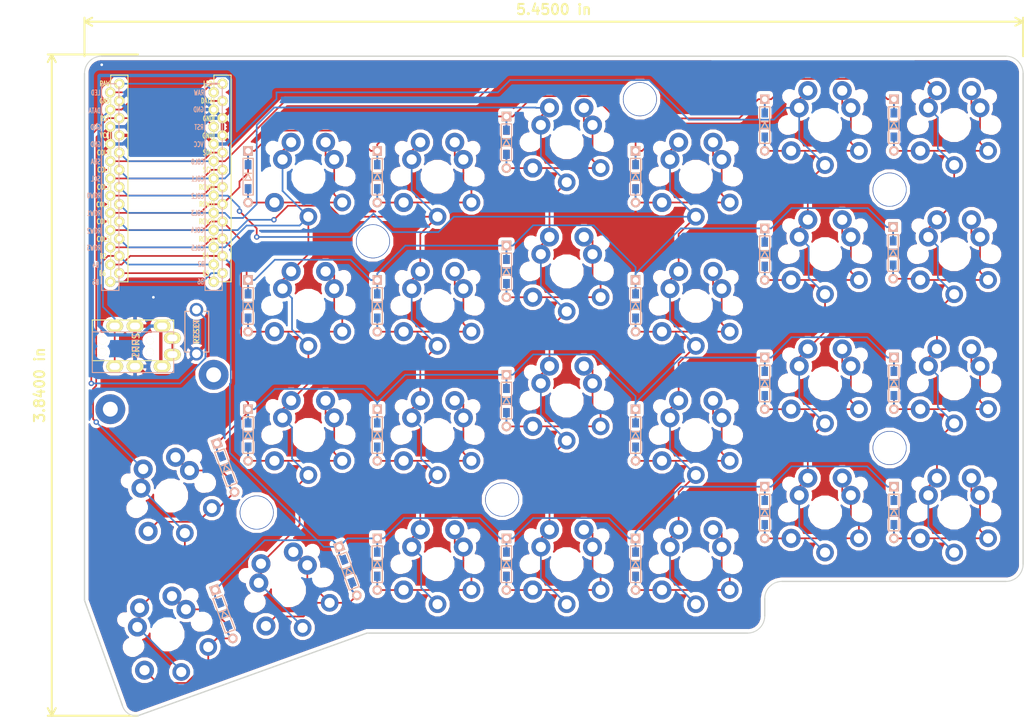
<source format=kicad_pcb>
(kicad_pcb (version 20171130) (host pcbnew "(5.0.2)-1")
  (layers (0 F.Cu signal) (31 B.Cu signal) (34 B.Paste user) (35 F.Paste user) (36 B.SilkS user) (37 F.SilkS user) (38 B.Mask user) (39 F.Mask user) (44 Edge.Cuts user))
  (net 0 "")
  (net 1 row3)
  (net 2 "Net-(D1-Pad2)")
  (net 3 "Net-(D2-Pad2)")
  (net 4 row4)
  (net 5 row1)
  (net 6 "Net-(D3-Pad2)")
  (net 7 "Net-(D4-Pad2)")
  (net 8 row2)
  (net 9 "Net-(D5-Pad2)")
  (net 10 "Net-(D6-Pad2)")
  (net 11 "Net-(D7-Pad2)")
  (net 12 "Net-(D8-Pad2)")
  (net 13 "Net-(D9-Pad2)")
  (net 14 "Net-(D10-Pad2)")
  (net 15 "Net-(D11-Pad2)")
  (net 16 "Net-(D12-Pad2)")
  (net 17 "Net-(D13-Pad2)")
  (net 18 "Net-(D14-Pad2)")
  (net 19 "Net-(D15-Pad2)")
  (net 20 "Net-(D16-Pad2)")
  (net 21 "Net-(D17-Pad2)")
  (net 22 "Net-(D18-Pad2)")
  (net 23 "Net-(D19-Pad2)")
  (net 24 "Net-(D20-Pad2)")
  (net 25 "Net-(D21-Pad2)")
  (net 26 "Net-(D22-Pad2)")
  (net 27 "Net-(D23-Pad2)")
  (net 28 "Net-(D24-Pad2)")
  (net 29 "Net-(D25-Pad2)")
  (net 30 "Net-(D26-Pad2)")
  (net 31 VCC)
  (net 32 "Net-(J1-PadA)")
  (net 33 data)
  (net 34 GND)
  (net 35 col6)
  (net 36 col5)
  (net 37 col4)
  (net 38 col3)
  (net 39 col2)
  (net 40 col1)
  (net 41 col0)
  (net 42 RST)
  (net 43 "Net-(U1-Pad24)")
  (net 44 "Net-(U1-Pad13)")
  (net 45 "Net-(U1-Pad12)")
  (net 46 "Net-(U1-Pad7)")
  (net 47 "Net-(U1-Pad6)")
  (net 48 "Net-(U1-Pad5)")
  (net 49 "Net-(U1-Pad1)")
  (module Lily58_Pro-footprint:MX_PG1350-Under_FLIP_HOLES_ (layer F.Cu) (at 111.436105 137.184592 20)
    (fp_text reference SW6 hide)
    (fp_text value SW_PUSH hide)
    (pad "" np_thru_hole circle (at 5.5 0 20) (size 1.9 1.9) (drill 1.9) (layers *.Cu *.Mask) (clearance 0.1524))
    (pad "" np_thru_hole circle (at -5.5 0 20) (size 1.9 1.9) (drill 1.9) (layers *.Cu *.Mask) (clearance 0.1524))
    (pad "" np_thru_hole circle (at -5.22 -4.2 20) (size 1.2 1.2) (drill 1.2) (layers *.Cu *.Mask))
    (pad 1 thru_hole circle (at -3.81 -2.54 20) (size 2.8 2.8) (drill 1.5) (layers *.Cu *.Mask) (net 36 col5))
    (pad "" np_thru_hole circle (at 0 0 20) (size 4 4) (drill 4) (layers *.Cu *.Mask) (clearance 0.1524))
    (pad "" np_thru_hole circle (at -5.08 0 20) (size 1.7 1.7) (drill 1.7) (layers *.Cu *.Mask) (clearance 0.1524))
    (pad "" np_thru_hole circle (at 5.08 0 20) (size 1.7 1.7) (drill 1.7) (layers *.Cu *.Mask) (clearance 0.1524))
    (pad 2 thru_hole circle (at 3.81 -2.54 20) (size 2.8 2.8) (drill 1.5) (layers *.Cu *.Mask) (net 10 "Net-(D6-Pad2)"))
    (pad 1 thru_hole circle (at -2.540001 -5.08 20) (size 2.8 2.8) (drill 1.5) (layers *.Cu *.Mask) (net 36 col5))
    (pad 2 thru_hole circle (at 2.54 -5.08 20) (size 2.8 2.8) (drill 1.5) (layers *.Cu *.Mask) (net 10 "Net-(D6-Pad2)"))
    (pad 2 thru_hole circle (at -5.000001 3.8 20) (size 2.8 2.8) (drill 1.5) (layers *.Cu *.Mask) (net 10 "Net-(D6-Pad2)"))
    (pad 1 thru_hole circle (at 0 5.9 20) (size 2.6 2.6) (drill 1.5) (layers *.Cu *.Mask) (net 36 col5))
    (pad 2 thru_hole circle (at 5 3.8 20) (size 2.6 2.6) (drill 1.5) (layers *.Cu *.Mask) (net 10 "Net-(D6-Pad2)"))
    (pad "" np_thru_hole circle (at 5.22 -4.2 20) (size 1.2 1.2) (drill 1.2) (layers *.Cu *.Mask))
  )
  (module kbd:D3_TH_SMD (layer B.Cu) (at 200.66 125.73 270)
    (fp_text reference D26 hide)
    (fp_text value D hide)
    (pad 2 smd rect (at 1.775 0 270) (size 1.3 0.95) (layers B.Cu B.Paste B.Mask) (net 30 "Net-(D26-Pad2)"))
    (pad 2 thru_hole circle (at 3.81 0 270) (size 1.397 1.397) (drill 0.8128) (layers *.Cu *.Mask B.SilkS) (net 30 "Net-(D26-Pad2)"))
    (pad 1 thru_hole rect (at -3.81 0 270) (size 1.397 1.397) (drill 0.8128) (layers *.Cu *.Mask B.SilkS) (net 4 row4))
    (pad 1 smd rect (at -1.775 0 270) (size 1.3 0.95) (layers F.Cu F.Paste F.Mask) (net 4 row4))
    (pad 2 smd rect (at 1.775 0 270) (size 1.3 0.95) (layers F.Cu F.Paste F.Mask) (net 30 "Net-(D26-Pad2)"))
    (pad 1 smd rect (at -1.775 0 270) (size 1.3 0.95) (layers B.Cu B.Paste B.Mask) (net 4 row4))
  )
  (module kbd:D3_TH_SMD (layer B.Cu) (at 200.66 106.68 270)
    (fp_text reference D25 hide)
    (fp_text value D hide)
    (pad 1 smd rect (at -1.775 0 270) (size 1.3 0.95) (layers B.Cu B.Paste B.Mask) (net 1 row3))
    (pad 2 smd rect (at 1.775 0 270) (size 1.3 0.95) (layers F.Cu F.Paste F.Mask) (net 29 "Net-(D25-Pad2)"))
    (pad 1 smd rect (at -1.775 0 270) (size 1.3 0.95) (layers F.Cu F.Paste F.Mask) (net 1 row3))
    (pad 1 thru_hole rect (at -3.81 0 270) (size 1.397 1.397) (drill 0.8128) (layers *.Cu *.Mask B.SilkS) (net 1 row3))
    (pad 2 thru_hole circle (at 3.81 0 270) (size 1.397 1.397) (drill 0.8128) (layers *.Cu *.Mask B.SilkS) (net 29 "Net-(D25-Pad2)"))
    (pad 2 smd rect (at 1.775 0 270) (size 1.3 0.95) (layers B.Cu B.Paste B.Mask) (net 29 "Net-(D25-Pad2)"))
  )
  (module kbd:D3_TH_SMD (layer B.Cu) (at 200.549384 87.437371 270)
    (fp_text reference D24 hide)
    (fp_text value D hide)
    (pad 2 smd rect (at 1.775 0 270) (size 1.3 0.95) (layers B.Cu B.Paste B.Mask) (net 28 "Net-(D24-Pad2)"))
    (pad 2 thru_hole circle (at 3.81 0 270) (size 1.397 1.397) (drill 0.8128) (layers *.Cu *.Mask B.SilkS) (net 28 "Net-(D24-Pad2)"))
    (pad 1 thru_hole rect (at -3.81 0 270) (size 1.397 1.397) (drill 0.8128) (layers *.Cu *.Mask B.SilkS) (net 8 row2))
    (pad 1 smd rect (at -1.775 0 270) (size 1.3 0.95) (layers F.Cu F.Paste F.Mask) (net 8 row2))
    (pad 2 smd rect (at 1.775 0 270) (size 1.3 0.95) (layers F.Cu F.Paste F.Mask) (net 28 "Net-(D24-Pad2)"))
    (pad 1 smd rect (at -1.775 0 270) (size 1.3 0.95) (layers B.Cu B.Paste B.Mask) (net 8 row2))
  )
  (module kbd:D3_TH_SMD (layer B.Cu) (at 200.66 68.58 270)
    (fp_text reference D23 hide)
    (fp_text value D hide)
    (pad 1 smd rect (at -1.775 0 270) (size 1.3 0.95) (layers B.Cu B.Paste B.Mask) (net 5 row1))
    (pad 2 smd rect (at 1.775 0 270) (size 1.3 0.95) (layers F.Cu F.Paste F.Mask) (net 27 "Net-(D23-Pad2)"))
    (pad 1 smd rect (at -1.775 0 270) (size 1.3 0.95) (layers F.Cu F.Paste F.Mask) (net 5 row1))
    (pad 1 thru_hole rect (at -3.81 0 270) (size 1.397 1.397) (drill 0.8128) (layers *.Cu *.Mask B.SilkS) (net 5 row1))
    (pad 2 thru_hole circle (at 3.81 0 270) (size 1.397 1.397) (drill 0.8128) (layers *.Cu *.Mask B.SilkS) (net 27 "Net-(D23-Pad2)"))
    (pad 2 smd rect (at 1.775 0 270) (size 1.3 0.95) (layers B.Cu B.Paste B.Mask) (net 27 "Net-(D23-Pad2)"))
  )
  (module kbd:D3_TH_SMD (layer B.Cu) (at 181.61 125.73 270)
    (fp_text reference D22 hide)
    (fp_text value D hide)
    (pad 1 smd rect (at -1.775 0 270) (size 1.3 0.95) (layers B.Cu B.Paste B.Mask) (net 4 row4))
    (pad 2 smd rect (at 1.775 0 270) (size 1.3 0.95) (layers F.Cu F.Paste F.Mask) (net 26 "Net-(D22-Pad2)"))
    (pad 1 smd rect (at -1.775 0 270) (size 1.3 0.95) (layers F.Cu F.Paste F.Mask) (net 4 row4))
    (pad 1 thru_hole rect (at -3.81 0 270) (size 1.397 1.397) (drill 0.8128) (layers *.Cu *.Mask B.SilkS) (net 4 row4))
    (pad 2 thru_hole circle (at 3.81 0 270) (size 1.397 1.397) (drill 0.8128) (layers *.Cu *.Mask B.SilkS) (net 26 "Net-(D22-Pad2)"))
    (pad 2 smd rect (at 1.775 0 270) (size 1.3 0.95) (layers B.Cu B.Paste B.Mask) (net 26 "Net-(D22-Pad2)"))
  )
  (module kbd:D3_TH_SMD (layer B.Cu) (at 181.61 106.68 270)
    (fp_text reference D21 hide)
    (fp_text value D hide)
    (pad 2 smd rect (at 1.775 0 270) (size 1.3 0.95) (layers B.Cu B.Paste B.Mask) (net 25 "Net-(D21-Pad2)"))
    (pad 2 thru_hole circle (at 3.81 0 270) (size 1.397 1.397) (drill 0.8128) (layers *.Cu *.Mask B.SilkS) (net 25 "Net-(D21-Pad2)"))
    (pad 1 thru_hole rect (at -3.81 0 270) (size 1.397 1.397) (drill 0.8128) (layers *.Cu *.Mask B.SilkS) (net 1 row3))
    (pad 1 smd rect (at -1.775 0 270) (size 1.3 0.95) (layers F.Cu F.Paste F.Mask) (net 1 row3))
    (pad 2 smd rect (at 1.775 0 270) (size 1.3 0.95) (layers F.Cu F.Paste F.Mask) (net 25 "Net-(D21-Pad2)"))
    (pad 1 smd rect (at -1.775 0 270) (size 1.3 0.95) (layers B.Cu B.Paste B.Mask) (net 1 row3))
  )
  (module kbd:D3_TH_SMD (layer B.Cu) (at 181.61 87.63 270)
    (fp_text reference D20 hide)
    (fp_text value D hide)
    (pad 1 smd rect (at -1.775 0 270) (size 1.3 0.95) (layers B.Cu B.Paste B.Mask) (net 8 row2))
    (pad 2 smd rect (at 1.775 0 270) (size 1.3 0.95) (layers F.Cu F.Paste F.Mask) (net 24 "Net-(D20-Pad2)"))
    (pad 1 smd rect (at -1.775 0 270) (size 1.3 0.95) (layers F.Cu F.Paste F.Mask) (net 8 row2))
    (pad 1 thru_hole rect (at -3.81 0 270) (size 1.397 1.397) (drill 0.8128) (layers *.Cu *.Mask B.SilkS) (net 8 row2))
    (pad 2 thru_hole circle (at 3.81 0 270) (size 1.397 1.397) (drill 0.8128) (layers *.Cu *.Mask B.SilkS) (net 24 "Net-(D20-Pad2)"))
    (pad 2 smd rect (at 1.775 0 270) (size 1.3 0.95) (layers B.Cu B.Paste B.Mask) (net 24 "Net-(D20-Pad2)"))
  )
  (module kbd:D3_TH_SMD (layer B.Cu) (at 181.61 68.58 270)
    (fp_text reference D19 hide)
    (fp_text value D hide)
    (pad 2 smd rect (at 1.775 0 270) (size 1.3 0.95) (layers B.Cu B.Paste B.Mask) (net 23 "Net-(D19-Pad2)"))
    (pad 2 thru_hole circle (at 3.81 0 270) (size 1.397 1.397) (drill 0.8128) (layers *.Cu *.Mask B.SilkS) (net 23 "Net-(D19-Pad2)"))
    (pad 1 thru_hole rect (at -3.81 0 270) (size 1.397 1.397) (drill 0.8128) (layers *.Cu *.Mask B.SilkS) (net 5 row1))
    (pad 1 smd rect (at -1.775 0 270) (size 1.3 0.95) (layers F.Cu F.Paste F.Mask) (net 5 row1))
    (pad 2 smd rect (at 1.775 0 270) (size 1.3 0.95) (layers F.Cu F.Paste F.Mask) (net 23 "Net-(D19-Pad2)"))
    (pad 1 smd rect (at -1.775 0 270) (size 1.3 0.95) (layers B.Cu B.Paste B.Mask) (net 5 row1))
  )
  (module kbd:D3_TH_SMD (layer B.Cu) (at 162.56 133.35 270)
    (fp_text reference D18 hide)
    (fp_text value D hide)
    (pad 2 smd rect (at 1.775 0 270) (size 1.3 0.95) (layers B.Cu B.Paste B.Mask) (net 22 "Net-(D18-Pad2)"))
    (pad 2 thru_hole circle (at 3.81 0 270) (size 1.397 1.397) (drill 0.8128) (layers *.Cu *.Mask B.SilkS) (net 22 "Net-(D18-Pad2)"))
    (pad 1 thru_hole rect (at -3.81 0 270) (size 1.397 1.397) (drill 0.8128) (layers *.Cu *.Mask B.SilkS) (net 4 row4))
    (pad 1 smd rect (at -1.775 0 270) (size 1.3 0.95) (layers F.Cu F.Paste F.Mask) (net 4 row4))
    (pad 2 smd rect (at 1.775 0 270) (size 1.3 0.95) (layers F.Cu F.Paste F.Mask) (net 22 "Net-(D18-Pad2)"))
    (pad 1 smd rect (at -1.775 0 270) (size 1.3 0.95) (layers B.Cu B.Paste B.Mask) (net 4 row4))
  )
  (module kbd:D3_TH_SMD (layer B.Cu) (at 162.56 114.3 270)
    (fp_text reference D17 hide)
    (fp_text value D hide)
    (pad 1 smd rect (at -1.775 0 270) (size 1.3 0.95) (layers B.Cu B.Paste B.Mask) (net 1 row3))
    (pad 2 smd rect (at 1.775 0 270) (size 1.3 0.95) (layers F.Cu F.Paste F.Mask) (net 21 "Net-(D17-Pad2)"))
    (pad 1 smd rect (at -1.775 0 270) (size 1.3 0.95) (layers F.Cu F.Paste F.Mask) (net 1 row3))
    (pad 1 thru_hole rect (at -3.81 0 270) (size 1.397 1.397) (drill 0.8128) (layers *.Cu *.Mask B.SilkS) (net 1 row3))
    (pad 2 thru_hole circle (at 3.81 0 270) (size 1.397 1.397) (drill 0.8128) (layers *.Cu *.Mask B.SilkS) (net 21 "Net-(D17-Pad2)"))
    (pad 2 smd rect (at 1.775 0 270) (size 1.3 0.95) (layers B.Cu B.Paste B.Mask) (net 21 "Net-(D17-Pad2)"))
  )
  (module kbd:D3_TH_SMD (layer B.Cu) (at 162.56 95.25 270)
    (fp_text reference D16 hide)
    (fp_text value D hide)
    (pad 2 smd rect (at 1.775 0 270) (size 1.3 0.95) (layers B.Cu B.Paste B.Mask) (net 20 "Net-(D16-Pad2)"))
    (pad 2 thru_hole circle (at 3.81 0 270) (size 1.397 1.397) (drill 0.8128) (layers *.Cu *.Mask B.SilkS) (net 20 "Net-(D16-Pad2)"))
    (pad 1 thru_hole rect (at -3.81 0 270) (size 1.397 1.397) (drill 0.8128) (layers *.Cu *.Mask B.SilkS) (net 8 row2))
    (pad 1 smd rect (at -1.775 0 270) (size 1.3 0.95) (layers F.Cu F.Paste F.Mask) (net 8 row2))
    (pad 2 smd rect (at 1.775 0 270) (size 1.3 0.95) (layers F.Cu F.Paste F.Mask) (net 20 "Net-(D16-Pad2)"))
    (pad 1 smd rect (at -1.775 0 270) (size 1.3 0.95) (layers B.Cu B.Paste B.Mask) (net 8 row2))
  )
  (module kbd:D3_TH_SMD (layer B.Cu) (at 162.56 76.2 270)
    (fp_text reference D15 hide)
    (fp_text value D hide)
    (pad 1 smd rect (at -1.775 0 270) (size 1.3 0.95) (layers B.Cu B.Paste B.Mask) (net 5 row1))
    (pad 2 smd rect (at 1.775 0 270) (size 1.3 0.95) (layers F.Cu F.Paste F.Mask) (net 19 "Net-(D15-Pad2)"))
    (pad 1 smd rect (at -1.775 0 270) (size 1.3 0.95) (layers F.Cu F.Paste F.Mask) (net 5 row1))
    (pad 1 thru_hole rect (at -3.81 0 270) (size 1.397 1.397) (drill 0.8128) (layers *.Cu *.Mask B.SilkS) (net 5 row1))
    (pad 2 thru_hole circle (at 3.81 0 270) (size 1.397 1.397) (drill 0.8128) (layers *.Cu *.Mask B.SilkS) (net 19 "Net-(D15-Pad2)"))
    (pad 2 smd rect (at 1.775 0 270) (size 1.3 0.95) (layers B.Cu B.Paste B.Mask) (net 19 "Net-(D15-Pad2)"))
  )
  (module kbd:D3_TH_SMD (layer B.Cu) (at 143.51 133.35 270)
    (fp_text reference D14 hide)
    (fp_text value D hide)
    (pad 1 smd rect (at -1.775 0 270) (size 1.3 0.95) (layers B.Cu B.Paste B.Mask) (net 4 row4))
    (pad 2 smd rect (at 1.775 0 270) (size 1.3 0.95) (layers F.Cu F.Paste F.Mask) (net 18 "Net-(D14-Pad2)"))
    (pad 1 smd rect (at -1.775 0 270) (size 1.3 0.95) (layers F.Cu F.Paste F.Mask) (net 4 row4))
    (pad 1 thru_hole rect (at -3.81 0 270) (size 1.397 1.397) (drill 0.8128) (layers *.Cu *.Mask B.SilkS) (net 4 row4))
    (pad 2 thru_hole circle (at 3.81 0 270) (size 1.397 1.397) (drill 0.8128) (layers *.Cu *.Mask B.SilkS) (net 18 "Net-(D14-Pad2)"))
    (pad 2 smd rect (at 1.775 0 270) (size 1.3 0.95) (layers B.Cu B.Paste B.Mask) (net 18 "Net-(D14-Pad2)"))
  )
  (module kbd:D3_TH_SMD (layer B.Cu) (at 143.51 109.22 270)
    (fp_text reference D13 hide)
    (fp_text value D hide)
    (pad 2 smd rect (at 1.775 0 270) (size 1.3 0.95) (layers B.Cu B.Paste B.Mask) (net 17 "Net-(D13-Pad2)"))
    (pad 2 thru_hole circle (at 3.81 0 270) (size 1.397 1.397) (drill 0.8128) (layers *.Cu *.Mask B.SilkS) (net 17 "Net-(D13-Pad2)"))
    (pad 1 thru_hole rect (at -3.81 0 270) (size 1.397 1.397) (drill 0.8128) (layers *.Cu *.Mask B.SilkS) (net 1 row3))
    (pad 1 smd rect (at -1.775 0 270) (size 1.3 0.95) (layers F.Cu F.Paste F.Mask) (net 1 row3))
    (pad 2 smd rect (at 1.775 0 270) (size 1.3 0.95) (layers F.Cu F.Paste F.Mask) (net 17 "Net-(D13-Pad2)"))
    (pad 1 smd rect (at -1.775 0 270) (size 1.3 0.95) (layers B.Cu B.Paste B.Mask) (net 1 row3))
  )
  (module kbd:D3_TH_SMD (layer B.Cu) (at 143.51 90.17 270)
    (fp_text reference D12 hide)
    (fp_text value D hide)
    (pad 1 smd rect (at -1.775 0 270) (size 1.3 0.95) (layers B.Cu B.Paste B.Mask) (net 8 row2))
    (pad 2 smd rect (at 1.775 0 270) (size 1.3 0.95) (layers F.Cu F.Paste F.Mask) (net 16 "Net-(D12-Pad2)"))
    (pad 1 smd rect (at -1.775 0 270) (size 1.3 0.95) (layers F.Cu F.Paste F.Mask) (net 8 row2))
    (pad 1 thru_hole rect (at -3.81 0 270) (size 1.397 1.397) (drill 0.8128) (layers *.Cu *.Mask B.SilkS) (net 8 row2))
    (pad 2 thru_hole circle (at 3.81 0 270) (size 1.397 1.397) (drill 0.8128) (layers *.Cu *.Mask B.SilkS) (net 16 "Net-(D12-Pad2)"))
    (pad 2 smd rect (at 1.775 0 270) (size 1.3 0.95) (layers B.Cu B.Paste B.Mask) (net 16 "Net-(D12-Pad2)"))
  )
  (module kbd:D3_TH_SMD (layer B.Cu) (at 143.51 71.12 270)
    (fp_text reference D11 hide)
    (fp_text value D hide)
    (pad 2 smd rect (at 1.775 0 270) (size 1.3 0.95) (layers B.Cu B.Paste B.Mask) (net 15 "Net-(D11-Pad2)"))
    (pad 2 thru_hole circle (at 3.81 0 270) (size 1.397 1.397) (drill 0.8128) (layers *.Cu *.Mask B.SilkS) (net 15 "Net-(D11-Pad2)"))
    (pad 1 thru_hole rect (at -3.81 0 270) (size 1.397 1.397) (drill 0.8128) (layers *.Cu *.Mask B.SilkS) (net 5 row1))
    (pad 1 smd rect (at -1.775 0 270) (size 1.3 0.95) (layers F.Cu F.Paste F.Mask) (net 5 row1))
    (pad 2 smd rect (at 1.775 0 270) (size 1.3 0.95) (layers F.Cu F.Paste F.Mask) (net 15 "Net-(D11-Pad2)"))
    (pad 1 smd rect (at -1.775 0 270) (size 1.3 0.95) (layers B.Cu B.Paste B.Mask) (net 5 row1))
  )
  (module kbd:D3_TH_SMD (layer B.Cu) (at 124.46 114.3 270)
    (fp_text reference D9 hide)
    (fp_text value D hide)
    (pad 1 smd rect (at -1.775 0 270) (size 1.3 0.95) (layers B.Cu B.Paste B.Mask) (net 1 row3))
    (pad 2 smd rect (at 1.775 0 270) (size 1.3 0.95) (layers F.Cu F.Paste F.Mask) (net 13 "Net-(D9-Pad2)"))
    (pad 1 smd rect (at -1.775 0 270) (size 1.3 0.95) (layers F.Cu F.Paste F.Mask) (net 1 row3))
    (pad 1 thru_hole rect (at -3.81 0 270) (size 1.397 1.397) (drill 0.8128) (layers *.Cu *.Mask B.SilkS) (net 1 row3))
    (pad 2 thru_hole circle (at 3.81 0 270) (size 1.397 1.397) (drill 0.8128) (layers *.Cu *.Mask B.SilkS) (net 13 "Net-(D9-Pad2)"))
    (pad 2 smd rect (at 1.775 0 270) (size 1.3 0.95) (layers B.Cu B.Paste B.Mask) (net 13 "Net-(D9-Pad2)"))
  )
  (module kbd:D3_TH_SMD (layer B.Cu) (at 124.46 95.25 270)
    (fp_text reference D8 hide)
    (fp_text value D hide)
    (pad 2 smd rect (at 1.775 0 270) (size 1.3 0.95) (layers B.Cu B.Paste B.Mask) (net 12 "Net-(D8-Pad2)"))
    (pad 2 thru_hole circle (at 3.81 0 270) (size 1.397 1.397) (drill 0.8128) (layers *.Cu *.Mask B.SilkS) (net 12 "Net-(D8-Pad2)"))
    (pad 1 thru_hole rect (at -3.81 0 270) (size 1.397 1.397) (drill 0.8128) (layers *.Cu *.Mask B.SilkS) (net 8 row2))
    (pad 1 smd rect (at -1.775 0 270) (size 1.3 0.95) (layers F.Cu F.Paste F.Mask) (net 8 row2))
    (pad 2 smd rect (at 1.775 0 270) (size 1.3 0.95) (layers F.Cu F.Paste F.Mask) (net 12 "Net-(D8-Pad2)"))
    (pad 1 smd rect (at -1.775 0 270) (size 1.3 0.95) (layers B.Cu B.Paste B.Mask) (net 8 row2))
  )
  (module kbd:D3_TH_SMD (layer B.Cu) (at 124.46 76.2 270)
    (fp_text reference D7 hide)
    (fp_text value D hide)
    (pad 1 smd rect (at -1.775 0 270) (size 1.3 0.95) (layers B.Cu B.Paste B.Mask) (net 5 row1))
    (pad 2 smd rect (at 1.775 0 270) (size 1.3 0.95) (layers F.Cu F.Paste F.Mask) (net 11 "Net-(D7-Pad2)"))
    (pad 1 smd rect (at -1.775 0 270) (size 1.3 0.95) (layers F.Cu F.Paste F.Mask) (net 5 row1))
    (pad 1 thru_hole rect (at -3.81 0 270) (size 1.397 1.397) (drill 0.8128) (layers *.Cu *.Mask B.SilkS) (net 5 row1))
    (pad 2 thru_hole circle (at 3.81 0 270) (size 1.397 1.397) (drill 0.8128) (layers *.Cu *.Mask B.SilkS) (net 11 "Net-(D7-Pad2)"))
    (pad 2 smd rect (at 1.775 0 270) (size 1.3 0.95) (layers B.Cu B.Paste B.Mask) (net 11 "Net-(D7-Pad2)"))
  )
  (module kbd:D3_TH_SMD (layer B.Cu) (at 105.41 114.3 270)
    (fp_text reference D5 hide)
    (fp_text value D hide)
    (pad 1 smd rect (at -1.775 0 270) (size 1.3 0.95) (layers B.Cu B.Paste B.Mask) (net 1 row3))
    (pad 2 smd rect (at 1.775 0 270) (size 1.3 0.95) (layers F.Cu F.Paste F.Mask) (net 9 "Net-(D5-Pad2)"))
    (pad 1 smd rect (at -1.775 0 270) (size 1.3 0.95) (layers F.Cu F.Paste F.Mask) (net 1 row3))
    (pad 1 thru_hole rect (at -3.81 0 270) (size 1.397 1.397) (drill 0.8128) (layers *.Cu *.Mask B.SilkS) (net 1 row3))
    (pad 2 thru_hole circle (at 3.81 0 270) (size 1.397 1.397) (drill 0.8128) (layers *.Cu *.Mask B.SilkS) (net 9 "Net-(D5-Pad2)"))
    (pad 2 smd rect (at 1.775 0 270) (size 1.3 0.95) (layers B.Cu B.Paste B.Mask) (net 9 "Net-(D5-Pad2)"))
  )
  (module kbd:D3_TH_SMD (layer B.Cu) (at 105.41 95.25 270)
    (fp_text reference D4 hide)
    (fp_text value D hide)
    (pad 1 smd rect (at -1.775 0 270) (size 1.3 0.95) (layers B.Cu B.Paste B.Mask) (net 8 row2))
    (pad 2 smd rect (at 1.775 0 270) (size 1.3 0.95) (layers F.Cu F.Paste F.Mask) (net 7 "Net-(D4-Pad2)"))
    (pad 1 smd rect (at -1.775 0 270) (size 1.3 0.95) (layers F.Cu F.Paste F.Mask) (net 8 row2))
    (pad 1 thru_hole rect (at -3.81 0 270) (size 1.397 1.397) (drill 0.8128) (layers *.Cu *.Mask B.SilkS) (net 8 row2))
    (pad 2 thru_hole circle (at 3.81 0 270) (size 1.397 1.397) (drill 0.8128) (layers *.Cu *.Mask B.SilkS) (net 7 "Net-(D4-Pad2)"))
    (pad 2 smd rect (at 1.775 0 270) (size 1.3 0.95) (layers B.Cu B.Paste B.Mask) (net 7 "Net-(D4-Pad2)"))
  )
  (module kbd:D3_TH_SMD (layer B.Cu) (at 105.41 76.2 270)
    (fp_text reference D3 hide)
    (fp_text value D hide)
    (pad 2 smd rect (at 1.775 0 270) (size 1.3 0.95) (layers B.Cu B.Paste B.Mask) (net 6 "Net-(D3-Pad2)"))
    (pad 2 thru_hole circle (at 3.81 0 270) (size 1.397 1.397) (drill 0.8128) (layers *.Cu *.Mask B.SilkS) (net 6 "Net-(D3-Pad2)"))
    (pad 1 thru_hole rect (at -3.81 0 270) (size 1.397 1.397) (drill 0.8128) (layers *.Cu *.Mask B.SilkS) (net 5 row1))
    (pad 1 smd rect (at -1.775 0 270) (size 1.3 0.95) (layers F.Cu F.Paste F.Mask) (net 5 row1))
    (pad 2 smd rect (at 1.775 0 270) (size 1.3 0.95) (layers F.Cu F.Paste F.Mask) (net 6 "Net-(D3-Pad2)"))
    (pad 1 smd rect (at -1.775 0 270) (size 1.3 0.95) (layers B.Cu B.Paste B.Mask) (net 5 row1))
  )
  (module kbd:D3_TH_SMD (layer B.Cu) (at 124.46 133.35 270)
    (fp_text reference D10 hide)
    (fp_text value D hide)
    (pad 2 smd rect (at 1.775 0 270) (size 1.3 0.95) (layers B.Cu B.Paste B.Mask) (net 14 "Net-(D10-Pad2)"))
    (pad 2 thru_hole circle (at 3.81 0 270) (size 1.397 1.397) (drill 0.8128) (layers *.Cu *.Mask B.SilkS) (net 14 "Net-(D10-Pad2)"))
    (pad 1 thru_hole rect (at -3.81 0 270) (size 1.397 1.397) (drill 0.8128) (layers *.Cu *.Mask B.SilkS) (net 4 row4))
    (pad 1 smd rect (at -1.775 0 270) (size 1.3 0.95) (layers F.Cu F.Paste F.Mask) (net 4 row4))
    (pad 2 smd rect (at 1.775 0 270) (size 1.3 0.95) (layers F.Cu F.Paste F.Mask) (net 14 "Net-(D10-Pad2)"))
    (pad 1 smd rect (at -1.775 0 270) (size 1.3 0.95) (layers B.Cu B.Paste B.Mask) (net 4 row4))
  )
  (module kbd:D3_TH_SMD (layer B.Cu) (at 102.108 119.126 290)
    (fp_text reference D1 hide)
    (fp_text value D hide)
    (pad 1 smd rect (at -1.775 0 290) (size 1.3 0.95) (layers B.Cu B.Paste B.Mask) (net 1 row3))
    (pad 2 smd rect (at 1.775 0 290) (size 1.3 0.95) (layers F.Cu F.Paste F.Mask) (net 2 "Net-(D1-Pad2)"))
    (pad 1 smd rect (at -1.775 0 290) (size 1.3 0.95) (layers F.Cu F.Paste F.Mask) (net 1 row3))
    (pad 1 thru_hole rect (at -3.81 0 290) (size 1.397 1.397) (drill 0.8128) (layers *.Cu *.Mask B.SilkS) (net 1 row3))
    (pad 2 thru_hole circle (at 3.81 0 290) (size 1.397 1.397) (drill 0.8128) (layers *.Cu *.Mask B.SilkS) (net 2 "Net-(D1-Pad2)"))
    (pad 2 smd rect (at 1.775 0 290) (size 1.3 0.95) (layers B.Cu B.Paste B.Mask) (net 2 "Net-(D1-Pad2)"))
  )
  (module kbd:D3_TH_SMD (layer B.Cu) (at 120.142 134.366 290)
    (fp_text reference D6 hide)
    (fp_text value D hide)
    (pad 2 smd rect (at 1.775 0 290) (size 1.3 0.95) (layers B.Cu B.Paste B.Mask) (net 10 "Net-(D6-Pad2)"))
    (pad 2 thru_hole circle (at 3.81 0 290) (size 1.397 1.397) (drill 0.8128) (layers *.Cu *.Mask B.SilkS) (net 10 "Net-(D6-Pad2)"))
    (pad 1 thru_hole rect (at -3.81 0 290) (size 1.397 1.397) (drill 0.8128) (layers *.Cu *.Mask B.SilkS) (net 4 row4))
    (pad 1 smd rect (at -1.775 0 290) (size 1.3 0.95) (layers F.Cu F.Paste F.Mask) (net 4 row4))
    (pad 2 smd rect (at 1.775 0 290) (size 1.3 0.95) (layers F.Cu F.Paste F.Mask) (net 10 "Net-(D6-Pad2)"))
    (pad 1 smd rect (at -1.775 0 290) (size 1.3 0.95) (layers B.Cu B.Paste B.Mask) (net 4 row4))
  )
  (module kbd:D3_TH_SMD (layer B.Cu) (at 101.854 140.716 290)
    (fp_text reference D2 hide)
    (fp_text value D hide)
    (pad 1 smd rect (at -1.775 0 290) (size 1.3 0.95) (layers B.Cu B.Paste B.Mask) (net 4 row4))
    (pad 2 smd rect (at 1.775 0 290) (size 1.3 0.95) (layers F.Cu F.Paste F.Mask) (net 3 "Net-(D2-Pad2)"))
    (pad 1 smd rect (at -1.775 0 290) (size 1.3 0.95) (layers F.Cu F.Paste F.Mask) (net 4 row4))
    (pad 1 thru_hole rect (at -3.81 0 290) (size 1.397 1.397) (drill 0.8128) (layers *.Cu *.Mask B.SilkS) (net 4 row4))
    (pad 2 thru_hole circle (at 3.81 0 290) (size 1.397 1.397) (drill 0.8128) (layers *.Cu *.Mask B.SilkS) (net 3 "Net-(D2-Pad2)"))
    (pad 2 smd rect (at 1.775 0 290) (size 1.3 0.95) (layers B.Cu B.Paste B.Mask) (net 3 "Net-(D2-Pad2)"))
  )
  (module kbd:D3_TH_SMD (layer F.Cu) (at 102.108 119.126 290)
    (fp_text reference D1 hide)
    (fp_text value D hide)
    (pad 2 smd rect (at 1.775 0 290) (size 1.3 0.95) (layers F.Cu F.Paste F.Mask) (net 2 "Net-(D1-Pad2)"))
    (pad 2 thru_hole circle (at 3.81 0 290) (size 1.397 1.397) (drill 0.8128) (layers *.Cu *.Mask F.SilkS) (net 2 "Net-(D1-Pad2)"))
    (pad 1 thru_hole rect (at -3.81 0 290) (size 1.397 1.397) (drill 0.8128) (layers *.Cu *.Mask F.SilkS) (net 1 row3))
    (pad 1 smd rect (at -1.775 0 290) (size 1.3 0.95) (layers B.Cu B.Paste B.Mask) (net 1 row3))
    (pad 2 smd rect (at 1.775 0 290) (size 1.3 0.95) (layers B.Cu B.Paste B.Mask) (net 2 "Net-(D1-Pad2)"))
    (pad 1 smd rect (at -1.775 0 290) (size 1.3 0.95) (layers F.Cu F.Paste F.Mask) (net 1 row3))
  )
  (module kbd:D3_TH_SMD (layer F.Cu) (at 101.854 140.716 290)
    (fp_text reference D2 hide)
    (fp_text value D hide)
    (pad 2 smd rect (at 1.775 0 290) (size 1.3 0.95) (layers F.Cu F.Paste F.Mask) (net 3 "Net-(D2-Pad2)"))
    (pad 2 thru_hole circle (at 3.81 0 290) (size 1.397 1.397) (drill 0.8128) (layers *.Cu *.Mask F.SilkS) (net 3 "Net-(D2-Pad2)"))
    (pad 1 thru_hole rect (at -3.81 0 290) (size 1.397 1.397) (drill 0.8128) (layers *.Cu *.Mask F.SilkS) (net 4 row4))
    (pad 1 smd rect (at -1.775 0 290) (size 1.3 0.95) (layers B.Cu B.Paste B.Mask) (net 4 row4))
    (pad 2 smd rect (at 1.775 0 290) (size 1.3 0.95) (layers B.Cu B.Paste B.Mask) (net 3 "Net-(D2-Pad2)"))
    (pad 1 smd rect (at -1.775 0 290) (size 1.3 0.95) (layers F.Cu F.Paste F.Mask) (net 4 row4))
  )
  (module kbd:D3_TH_SMD (layer F.Cu) (at 105.41 76.2 270)
    (fp_text reference D3 hide)
    (fp_text value D hide)
    (pad 1 smd rect (at -1.775 0 270) (size 1.3 0.95) (layers F.Cu F.Paste F.Mask) (net 5 row1))
    (pad 2 smd rect (at 1.775 0 270) (size 1.3 0.95) (layers B.Cu B.Paste B.Mask) (net 6 "Net-(D3-Pad2)"))
    (pad 1 smd rect (at -1.775 0 270) (size 1.3 0.95) (layers B.Cu B.Paste B.Mask) (net 5 row1))
    (pad 1 thru_hole rect (at -3.81 0 270) (size 1.397 1.397) (drill 0.8128) (layers *.Cu *.Mask F.SilkS) (net 5 row1))
    (pad 2 thru_hole circle (at 3.81 0 270) (size 1.397 1.397) (drill 0.8128) (layers *.Cu *.Mask F.SilkS) (net 6 "Net-(D3-Pad2)"))
    (pad 2 smd rect (at 1.775 0 270) (size 1.3 0.95) (layers F.Cu F.Paste F.Mask) (net 6 "Net-(D3-Pad2)"))
  )
  (module kbd:D3_TH_SMD (layer F.Cu) (at 105.41 95.25 270)
    (fp_text reference D4 hide)
    (fp_text value D hide)
    (pad 2 smd rect (at 1.775 0 270) (size 1.3 0.95) (layers F.Cu F.Paste F.Mask) (net 7 "Net-(D4-Pad2)"))
    (pad 2 thru_hole circle (at 3.81 0 270) (size 1.397 1.397) (drill 0.8128) (layers *.Cu *.Mask F.SilkS) (net 7 "Net-(D4-Pad2)"))
    (pad 1 thru_hole rect (at -3.81 0 270) (size 1.397 1.397) (drill 0.8128) (layers *.Cu *.Mask F.SilkS) (net 8 row2))
    (pad 1 smd rect (at -1.775 0 270) (size 1.3 0.95) (layers B.Cu B.Paste B.Mask) (net 8 row2))
    (pad 2 smd rect (at 1.775 0 270) (size 1.3 0.95) (layers B.Cu B.Paste B.Mask) (net 7 "Net-(D4-Pad2)"))
    (pad 1 smd rect (at -1.775 0 270) (size 1.3 0.95) (layers F.Cu F.Paste F.Mask) (net 8 row2))
  )
  (module kbd:D3_TH_SMD (layer F.Cu) (at 105.41 114.3 270)
    (fp_text reference D5 hide)
    (fp_text value D hide)
    (pad 2 smd rect (at 1.775 0 270) (size 1.3 0.95) (layers F.Cu F.Paste F.Mask) (net 9 "Net-(D5-Pad2)"))
    (pad 2 thru_hole circle (at 3.81 0 270) (size 1.397 1.397) (drill 0.8128) (layers *.Cu *.Mask F.SilkS) (net 9 "Net-(D5-Pad2)"))
    (pad 1 thru_hole rect (at -3.81 0 270) (size 1.397 1.397) (drill 0.8128) (layers *.Cu *.Mask F.SilkS) (net 1 row3))
    (pad 1 smd rect (at -1.775 0 270) (size 1.3 0.95) (layers B.Cu B.Paste B.Mask) (net 1 row3))
    (pad 2 smd rect (at 1.775 0 270) (size 1.3 0.95) (layers B.Cu B.Paste B.Mask) (net 9 "Net-(D5-Pad2)"))
    (pad 1 smd rect (at -1.775 0 270) (size 1.3 0.95) (layers F.Cu F.Paste F.Mask) (net 1 row3))
  )
  (module kbd:D3_TH_SMD (layer F.Cu) (at 120.142 134.366 290)
    (fp_text reference D6 hide)
    (fp_text value D hide)
    (pad 1 smd rect (at -1.775 0 290) (size 1.3 0.95) (layers F.Cu F.Paste F.Mask) (net 4 row4))
    (pad 2 smd rect (at 1.775 0 290) (size 1.3 0.95) (layers B.Cu B.Paste B.Mask) (net 10 "Net-(D6-Pad2)"))
    (pad 1 smd rect (at -1.775 0 290) (size 1.3 0.95) (layers B.Cu B.Paste B.Mask) (net 4 row4))
    (pad 1 thru_hole rect (at -3.81 0 290) (size 1.397 1.397) (drill 0.8128) (layers *.Cu *.Mask F.SilkS) (net 4 row4))
    (pad 2 thru_hole circle (at 3.81 0 290) (size 1.397 1.397) (drill 0.8128) (layers *.Cu *.Mask F.SilkS) (net 10 "Net-(D6-Pad2)"))
    (pad 2 smd rect (at 1.775 0 290) (size 1.3 0.95) (layers F.Cu F.Paste F.Mask) (net 10 "Net-(D6-Pad2)"))
  )
  (module kbd:D3_TH_SMD (layer F.Cu) (at 124.46 76.2 270)
    (fp_text reference D7 hide)
    (fp_text value D hide)
    (pad 2 smd rect (at 1.775 0 270) (size 1.3 0.95) (layers F.Cu F.Paste F.Mask) (net 11 "Net-(D7-Pad2)"))
    (pad 2 thru_hole circle (at 3.81 0 270) (size 1.397 1.397) (drill 0.8128) (layers *.Cu *.Mask F.SilkS) (net 11 "Net-(D7-Pad2)"))
    (pad 1 thru_hole rect (at -3.81 0 270) (size 1.397 1.397) (drill 0.8128) (layers *.Cu *.Mask F.SilkS) (net 5 row1))
    (pad 1 smd rect (at -1.775 0 270) (size 1.3 0.95) (layers B.Cu B.Paste B.Mask) (net 5 row1))
    (pad 2 smd rect (at 1.775 0 270) (size 1.3 0.95) (layers B.Cu B.Paste B.Mask) (net 11 "Net-(D7-Pad2)"))
    (pad 1 smd rect (at -1.775 0 270) (size 1.3 0.95) (layers F.Cu F.Paste F.Mask) (net 5 row1))
  )
  (module kbd:D3_TH_SMD (layer F.Cu) (at 124.46 95.25 270)
    (fp_text reference D8 hide)
    (fp_text value D hide)
    (pad 1 smd rect (at -1.775 0 270) (size 1.3 0.95) (layers F.Cu F.Paste F.Mask) (net 8 row2))
    (pad 2 smd rect (at 1.775 0 270) (size 1.3 0.95) (layers B.Cu B.Paste B.Mask) (net 12 "Net-(D8-Pad2)"))
    (pad 1 smd rect (at -1.775 0 270) (size 1.3 0.95) (layers B.Cu B.Paste B.Mask) (net 8 row2))
    (pad 1 thru_hole rect (at -3.81 0 270) (size 1.397 1.397) (drill 0.8128) (layers *.Cu *.Mask F.SilkS) (net 8 row2))
    (pad 2 thru_hole circle (at 3.81 0 270) (size 1.397 1.397) (drill 0.8128) (layers *.Cu *.Mask F.SilkS) (net 12 "Net-(D8-Pad2)"))
    (pad 2 smd rect (at 1.775 0 270) (size 1.3 0.95) (layers F.Cu F.Paste F.Mask) (net 12 "Net-(D8-Pad2)"))
  )
  (module kbd:D3_TH_SMD (layer F.Cu) (at 124.46 114.3 270)
    (fp_text reference D9 hide)
    (fp_text value D hide)
    (pad 2 smd rect (at 1.775 0 270) (size 1.3 0.95) (layers F.Cu F.Paste F.Mask) (net 13 "Net-(D9-Pad2)"))
    (pad 2 thru_hole circle (at 3.81 0 270) (size 1.397 1.397) (drill 0.8128) (layers *.Cu *.Mask F.SilkS) (net 13 "Net-(D9-Pad2)"))
    (pad 1 thru_hole rect (at -3.81 0 270) (size 1.397 1.397) (drill 0.8128) (layers *.Cu *.Mask F.SilkS) (net 1 row3))
    (pad 1 smd rect (at -1.775 0 270) (size 1.3 0.95) (layers B.Cu B.Paste B.Mask) (net 1 row3))
    (pad 2 smd rect (at 1.775 0 270) (size 1.3 0.95) (layers B.Cu B.Paste B.Mask) (net 13 "Net-(D9-Pad2)"))
    (pad 1 smd rect (at -1.775 0 270) (size 1.3 0.95) (layers F.Cu F.Paste F.Mask) (net 1 row3))
  )
  (module kbd:D3_TH_SMD (layer F.Cu) (at 124.46 133.35 270)
    (fp_text reference D10 hide)
    (fp_text value D hide)
    (pad 1 smd rect (at -1.775 0 270) (size 1.3 0.95) (layers F.Cu F.Paste F.Mask) (net 4 row4))
    (pad 2 smd rect (at 1.775 0 270) (size 1.3 0.95) (layers B.Cu B.Paste B.Mask) (net 14 "Net-(D10-Pad2)"))
    (pad 1 smd rect (at -1.775 0 270) (size 1.3 0.95) (layers B.Cu B.Paste B.Mask) (net 4 row4))
    (pad 1 thru_hole rect (at -3.81 0 270) (size 1.397 1.397) (drill 0.8128) (layers *.Cu *.Mask F.SilkS) (net 4 row4))
    (pad 2 thru_hole circle (at 3.81 0 270) (size 1.397 1.397) (drill 0.8128) (layers *.Cu *.Mask F.SilkS) (net 14 "Net-(D10-Pad2)"))
    (pad 2 smd rect (at 1.775 0 270) (size 1.3 0.95) (layers F.Cu F.Paste F.Mask) (net 14 "Net-(D10-Pad2)"))
  )
  (module kbd:D3_TH_SMD (layer F.Cu) (at 143.51 71.12 270)
    (fp_text reference D11 hide)
    (fp_text value D hide)
    (pad 1 smd rect (at -1.775 0 270) (size 1.3 0.95) (layers F.Cu F.Paste F.Mask) (net 5 row1))
    (pad 2 smd rect (at 1.775 0 270) (size 1.3 0.95) (layers B.Cu B.Paste B.Mask) (net 15 "Net-(D11-Pad2)"))
    (pad 1 smd rect (at -1.775 0 270) (size 1.3 0.95) (layers B.Cu B.Paste B.Mask) (net 5 row1))
    (pad 1 thru_hole rect (at -3.81 0 270) (size 1.397 1.397) (drill 0.8128) (layers *.Cu *.Mask F.SilkS) (net 5 row1))
    (pad 2 thru_hole circle (at 3.81 0 270) (size 1.397 1.397) (drill 0.8128) (layers *.Cu *.Mask F.SilkS) (net 15 "Net-(D11-Pad2)"))
    (pad 2 smd rect (at 1.775 0 270) (size 1.3 0.95) (layers F.Cu F.Paste F.Mask) (net 15 "Net-(D11-Pad2)"))
  )
  (module kbd:D3_TH_SMD (layer F.Cu) (at 143.51 90.17 270)
    (fp_text reference D12 hide)
    (fp_text value D hide)
    (pad 2 smd rect (at 1.775 0 270) (size 1.3 0.95) (layers F.Cu F.Paste F.Mask) (net 16 "Net-(D12-Pad2)"))
    (pad 2 thru_hole circle (at 3.81 0 270) (size 1.397 1.397) (drill 0.8128) (layers *.Cu *.Mask F.SilkS) (net 16 "Net-(D12-Pad2)"))
    (pad 1 thru_hole rect (at -3.81 0 270) (size 1.397 1.397) (drill 0.8128) (layers *.Cu *.Mask F.SilkS) (net 8 row2))
    (pad 1 smd rect (at -1.775 0 270) (size 1.3 0.95) (layers B.Cu B.Paste B.Mask) (net 8 row2))
    (pad 2 smd rect (at 1.775 0 270) (size 1.3 0.95) (layers B.Cu B.Paste B.Mask) (net 16 "Net-(D12-Pad2)"))
    (pad 1 smd rect (at -1.775 0 270) (size 1.3 0.95) (layers F.Cu F.Paste F.Mask) (net 8 row2))
  )
  (module kbd:D3_TH_SMD (layer F.Cu) (at 143.51 109.22 270)
    (fp_text reference D13 hide)
    (fp_text value D hide)
    (pad 1 smd rect (at -1.775 0 270) (size 1.3 0.95) (layers F.Cu F.Paste F.Mask) (net 1 row3))
    (pad 2 smd rect (at 1.775 0 270) (size 1.3 0.95) (layers B.Cu B.Paste B.Mask) (net 17 "Net-(D13-Pad2)"))
    (pad 1 smd rect (at -1.775 0 270) (size 1.3 0.95) (layers B.Cu B.Paste B.Mask) (net 1 row3))
    (pad 1 thru_hole rect (at -3.81 0 270) (size 1.397 1.397) (drill 0.8128) (layers *.Cu *.Mask F.SilkS) (net 1 row3))
    (pad 2 thru_hole circle (at 3.81 0 270) (size 1.397 1.397) (drill 0.8128) (layers *.Cu *.Mask F.SilkS) (net 17 "Net-(D13-Pad2)"))
    (pad 2 smd rect (at 1.775 0 270) (size 1.3 0.95) (layers F.Cu F.Paste F.Mask) (net 17 "Net-(D13-Pad2)"))
  )
  (module kbd:D3_TH_SMD (layer F.Cu) (at 143.51 133.35 270)
    (fp_text reference D14 hide)
    (fp_text value D hide)
    (pad 2 smd rect (at 1.775 0 270) (size 1.3 0.95) (layers F.Cu F.Paste F.Mask) (net 18 "Net-(D14-Pad2)"))
    (pad 2 thru_hole circle (at 3.81 0 270) (size 1.397 1.397) (drill 0.8128) (layers *.Cu *.Mask F.SilkS) (net 18 "Net-(D14-Pad2)"))
    (pad 1 thru_hole rect (at -3.81 0 270) (size 1.397 1.397) (drill 0.8128) (layers *.Cu *.Mask F.SilkS) (net 4 row4))
    (pad 1 smd rect (at -1.775 0 270) (size 1.3 0.95) (layers B.Cu B.Paste B.Mask) (net 4 row4))
    (pad 2 smd rect (at 1.775 0 270) (size 1.3 0.95) (layers B.Cu B.Paste B.Mask) (net 18 "Net-(D14-Pad2)"))
    (pad 1 smd rect (at -1.775 0 270) (size 1.3 0.95) (layers F.Cu F.Paste F.Mask) (net 4 row4))
  )
  (module kbd:D3_TH_SMD (layer F.Cu) (at 162.56 76.2 270)
    (fp_text reference D15 hide)
    (fp_text value D hide)
    (pad 2 smd rect (at 1.775 0 270) (size 1.3 0.95) (layers F.Cu F.Paste F.Mask) (net 19 "Net-(D15-Pad2)"))
    (pad 2 thru_hole circle (at 3.81 0 270) (size 1.397 1.397) (drill 0.8128) (layers *.Cu *.Mask F.SilkS) (net 19 "Net-(D15-Pad2)"))
    (pad 1 thru_hole rect (at -3.81 0 270) (size 1.397 1.397) (drill 0.8128) (layers *.Cu *.Mask F.SilkS) (net 5 row1))
    (pad 1 smd rect (at -1.775 0 270) (size 1.3 0.95) (layers B.Cu B.Paste B.Mask) (net 5 row1))
    (pad 2 smd rect (at 1.775 0 270) (size 1.3 0.95) (layers B.Cu B.Paste B.Mask) (net 19 "Net-(D15-Pad2)"))
    (pad 1 smd rect (at -1.775 0 270) (size 1.3 0.95) (layers F.Cu F.Paste F.Mask) (net 5 row1))
  )
  (module kbd:D3_TH_SMD (layer F.Cu) (at 162.56 95.25 270)
    (fp_text reference D16 hide)
    (fp_text value D hide)
    (pad 1 smd rect (at -1.775 0 270) (size 1.3 0.95) (layers F.Cu F.Paste F.Mask) (net 8 row2))
    (pad 2 smd rect (at 1.775 0 270) (size 1.3 0.95) (layers B.Cu B.Paste B.Mask) (net 20 "Net-(D16-Pad2)"))
    (pad 1 smd rect (at -1.775 0 270) (size 1.3 0.95) (layers B.Cu B.Paste B.Mask) (net 8 row2))
    (pad 1 thru_hole rect (at -3.81 0 270) (size 1.397 1.397) (drill 0.8128) (layers *.Cu *.Mask F.SilkS) (net 8 row2))
    (pad 2 thru_hole circle (at 3.81 0 270) (size 1.397 1.397) (drill 0.8128) (layers *.Cu *.Mask F.SilkS) (net 20 "Net-(D16-Pad2)"))
    (pad 2 smd rect (at 1.775 0 270) (size 1.3 0.95) (layers F.Cu F.Paste F.Mask) (net 20 "Net-(D16-Pad2)"))
  )
  (module kbd:D3_TH_SMD (layer F.Cu) (at 162.56 114.3 270)
    (fp_text reference D17 hide)
    (fp_text value D hide)
    (pad 2 smd rect (at 1.775 0 270) (size 1.3 0.95) (layers F.Cu F.Paste F.Mask) (net 21 "Net-(D17-Pad2)"))
    (pad 2 thru_hole circle (at 3.81 0 270) (size 1.397 1.397) (drill 0.8128) (layers *.Cu *.Mask F.SilkS) (net 21 "Net-(D17-Pad2)"))
    (pad 1 thru_hole rect (at -3.81 0 270) (size 1.397 1.397) (drill 0.8128) (layers *.Cu *.Mask F.SilkS) (net 1 row3))
    (pad 1 smd rect (at -1.775 0 270) (size 1.3 0.95) (layers B.Cu B.Paste B.Mask) (net 1 row3))
    (pad 2 smd rect (at 1.775 0 270) (size 1.3 0.95) (layers B.Cu B.Paste B.Mask) (net 21 "Net-(D17-Pad2)"))
    (pad 1 smd rect (at -1.775 0 270) (size 1.3 0.95) (layers F.Cu F.Paste F.Mask) (net 1 row3))
  )
  (module kbd:D3_TH_SMD (layer F.Cu) (at 162.56 133.35 270)
    (fp_text reference D18 hide)
    (fp_text value D hide)
    (pad 1 smd rect (at -1.775 0 270) (size 1.3 0.95) (layers F.Cu F.Paste F.Mask) (net 4 row4))
    (pad 2 smd rect (at 1.775 0 270) (size 1.3 0.95) (layers B.Cu B.Paste B.Mask) (net 22 "Net-(D18-Pad2)"))
    (pad 1 smd rect (at -1.775 0 270) (size 1.3 0.95) (layers B.Cu B.Paste B.Mask) (net 4 row4))
    (pad 1 thru_hole rect (at -3.81 0 270) (size 1.397 1.397) (drill 0.8128) (layers *.Cu *.Mask F.SilkS) (net 4 row4))
    (pad 2 thru_hole circle (at 3.81 0 270) (size 1.397 1.397) (drill 0.8128) (layers *.Cu *.Mask F.SilkS) (net 22 "Net-(D18-Pad2)"))
    (pad 2 smd rect (at 1.775 0 270) (size 1.3 0.95) (layers F.Cu F.Paste F.Mask) (net 22 "Net-(D18-Pad2)"))
  )
  (module kbd:D3_TH_SMD (layer F.Cu) (at 181.61 68.58 270)
    (fp_text reference D19 hide)
    (fp_text value D hide)
    (pad 1 smd rect (at -1.775 0 270) (size 1.3 0.95) (layers F.Cu F.Paste F.Mask) (net 5 row1))
    (pad 2 smd rect (at 1.775 0 270) (size 1.3 0.95) (layers B.Cu B.Paste B.Mask) (net 23 "Net-(D19-Pad2)"))
    (pad 1 smd rect (at -1.775 0 270) (size 1.3 0.95) (layers B.Cu B.Paste B.Mask) (net 5 row1))
    (pad 1 thru_hole rect (at -3.81 0 270) (size 1.397 1.397) (drill 0.8128) (layers *.Cu *.Mask F.SilkS) (net 5 row1))
    (pad 2 thru_hole circle (at 3.81 0 270) (size 1.397 1.397) (drill 0.8128) (layers *.Cu *.Mask F.SilkS) (net 23 "Net-(D19-Pad2)"))
    (pad 2 smd rect (at 1.775 0 270) (size 1.3 0.95) (layers F.Cu F.Paste F.Mask) (net 23 "Net-(D19-Pad2)"))
  )
  (module kbd:D3_TH_SMD (layer F.Cu) (at 181.61 87.63 270)
    (fp_text reference D20 hide)
    (fp_text value D hide)
    (pad 2 smd rect (at 1.775 0 270) (size 1.3 0.95) (layers F.Cu F.Paste F.Mask) (net 24 "Net-(D20-Pad2)"))
    (pad 2 thru_hole circle (at 3.81 0 270) (size 1.397 1.397) (drill 0.8128) (layers *.Cu *.Mask F.SilkS) (net 24 "Net-(D20-Pad2)"))
    (pad 1 thru_hole rect (at -3.81 0 270) (size 1.397 1.397) (drill 0.8128) (layers *.Cu *.Mask F.SilkS) (net 8 row2))
    (pad 1 smd rect (at -1.775 0 270) (size 1.3 0.95) (layers B.Cu B.Paste B.Mask) (net 8 row2))
    (pad 2 smd rect (at 1.775 0 270) (size 1.3 0.95) (layers B.Cu B.Paste B.Mask) (net 24 "Net-(D20-Pad2)"))
    (pad 1 smd rect (at -1.775 0 270) (size 1.3 0.95) (layers F.Cu F.Paste F.Mask) (net 8 row2))
  )
  (module kbd:D3_TH_SMD (layer F.Cu) (at 181.61 106.68 270)
    (fp_text reference D21 hide)
    (fp_text value D hide)
    (pad 1 smd rect (at -1.775 0 270) (size 1.3 0.95) (layers F.Cu F.Paste F.Mask) (net 1 row3))
    (pad 2 smd rect (at 1.775 0 270) (size 1.3 0.95) (layers B.Cu B.Paste B.Mask) (net 25 "Net-(D21-Pad2)"))
    (pad 1 smd rect (at -1.775 0 270) (size 1.3 0.95) (layers B.Cu B.Paste B.Mask) (net 1 row3))
    (pad 1 thru_hole rect (at -3.81 0 270) (size 1.397 1.397) (drill 0.8128) (layers *.Cu *.Mask F.SilkS) (net 1 row3))
    (pad 2 thru_hole circle (at 3.81 0 270) (size 1.397 1.397) (drill 0.8128) (layers *.Cu *.Mask F.SilkS) (net 25 "Net-(D21-Pad2)"))
    (pad 2 smd rect (at 1.775 0 270) (size 1.3 0.95) (layers F.Cu F.Paste F.Mask) (net 25 "Net-(D21-Pad2)"))
  )
  (module kbd:D3_TH_SMD (layer F.Cu) (at 181.61 125.73 270)
    (fp_text reference D22 hide)
    (fp_text value D hide)
    (pad 2 smd rect (at 1.775 0 270) (size 1.3 0.95) (layers F.Cu F.Paste F.Mask) (net 26 "Net-(D22-Pad2)"))
    (pad 2 thru_hole circle (at 3.81 0 270) (size 1.397 1.397) (drill 0.8128) (layers *.Cu *.Mask F.SilkS) (net 26 "Net-(D22-Pad2)"))
    (pad 1 thru_hole rect (at -3.81 0 270) (size 1.397 1.397) (drill 0.8128) (layers *.Cu *.Mask F.SilkS) (net 4 row4))
    (pad 1 smd rect (at -1.775 0 270) (size 1.3 0.95) (layers B.Cu B.Paste B.Mask) (net 4 row4))
    (pad 2 smd rect (at 1.775 0 270) (size 1.3 0.95) (layers B.Cu B.Paste B.Mask) (net 26 "Net-(D22-Pad2)"))
    (pad 1 smd rect (at -1.775 0 270) (size 1.3 0.95) (layers F.Cu F.Paste F.Mask) (net 4 row4))
  )
  (module kbd:D3_TH_SMD (layer F.Cu) (at 200.66 68.58 270)
    (fp_text reference D23 hide)
    (fp_text value D hide)
    (pad 2 smd rect (at 1.775 0 270) (size 1.3 0.95) (layers F.Cu F.Paste F.Mask) (net 27 "Net-(D23-Pad2)"))
    (pad 2 thru_hole circle (at 3.81 0 270) (size 1.397 1.397) (drill 0.8128) (layers *.Cu *.Mask F.SilkS) (net 27 "Net-(D23-Pad2)"))
    (pad 1 thru_hole rect (at -3.81 0 270) (size 1.397 1.397) (drill 0.8128) (layers *.Cu *.Mask F.SilkS) (net 5 row1))
    (pad 1 smd rect (at -1.775 0 270) (size 1.3 0.95) (layers B.Cu B.Paste B.Mask) (net 5 row1))
    (pad 2 smd rect (at 1.775 0 270) (size 1.3 0.95) (layers B.Cu B.Paste B.Mask) (net 27 "Net-(D23-Pad2)"))
    (pad 1 smd rect (at -1.775 0 270) (size 1.3 0.95) (layers F.Cu F.Paste F.Mask) (net 5 row1))
  )
  (module kbd:D3_TH_SMD (layer F.Cu) (at 200.549384 87.437371 270)
    (fp_text reference D24 hide)
    (fp_text value D hide)
    (pad 1 smd rect (at -1.775 0 270) (size 1.3 0.95) (layers F.Cu F.Paste F.Mask) (net 8 row2))
    (pad 2 smd rect (at 1.775 0 270) (size 1.3 0.95) (layers B.Cu B.Paste B.Mask) (net 28 "Net-(D24-Pad2)"))
    (pad 1 smd rect (at -1.775 0 270) (size 1.3 0.95) (layers B.Cu B.Paste B.Mask) (net 8 row2))
    (pad 1 thru_hole rect (at -3.81 0 270) (size 1.397 1.397) (drill 0.8128) (layers *.Cu *.Mask F.SilkS) (net 8 row2))
    (pad 2 thru_hole circle (at 3.81 0 270) (size 1.397 1.397) (drill 0.8128) (layers *.Cu *.Mask F.SilkS) (net 28 "Net-(D24-Pad2)"))
    (pad 2 smd rect (at 1.775 0 270) (size 1.3 0.95) (layers F.Cu F.Paste F.Mask) (net 28 "Net-(D24-Pad2)"))
  )
  (module kbd:D3_TH_SMD (layer F.Cu) (at 200.66 106.68 270)
    (fp_text reference D25 hide)
    (fp_text value D hide)
    (pad 2 smd rect (at 1.775 0 270) (size 1.3 0.95) (layers F.Cu F.Paste F.Mask) (net 29 "Net-(D25-Pad2)"))
    (pad 2 thru_hole circle (at 3.81 0 270) (size 1.397 1.397) (drill 0.8128) (layers *.Cu *.Mask F.SilkS) (net 29 "Net-(D25-Pad2)"))
    (pad 1 thru_hole rect (at -3.81 0 270) (size 1.397 1.397) (drill 0.8128) (layers *.Cu *.Mask F.SilkS) (net 1 row3))
    (pad 1 smd rect (at -1.775 0 270) (size 1.3 0.95) (layers B.Cu B.Paste B.Mask) (net 1 row3))
    (pad 2 smd rect (at 1.775 0 270) (size 1.3 0.95) (layers B.Cu B.Paste B.Mask) (net 29 "Net-(D25-Pad2)"))
    (pad 1 smd rect (at -1.775 0 270) (size 1.3 0.95) (layers F.Cu F.Paste F.Mask) (net 1 row3))
  )
  (module kbd:D3_TH_SMD (layer F.Cu) (at 200.66 125.73 270)
    (fp_text reference D26 hide)
    (fp_text value D hide)
    (pad 1 smd rect (at -1.775 0 270) (size 1.3 0.95) (layers F.Cu F.Paste F.Mask) (net 4 row4))
    (pad 2 smd rect (at 1.775 0 270) (size 1.3 0.95) (layers B.Cu B.Paste B.Mask) (net 30 "Net-(D26-Pad2)"))
    (pad 1 smd rect (at -1.775 0 270) (size 1.3 0.95) (layers B.Cu B.Paste B.Mask) (net 4 row4))
    (pad 1 thru_hole rect (at -3.81 0 270) (size 1.397 1.397) (drill 0.8128) (layers *.Cu *.Mask F.SilkS) (net 4 row4))
    (pad 2 thru_hole circle (at 3.81 0 270) (size 1.397 1.397) (drill 0.8128) (layers *.Cu *.Mask F.SilkS) (net 30 "Net-(D26-Pad2)"))
    (pad 2 smd rect (at 1.775 0 270) (size 1.3 0.95) (layers F.Cu F.Paste F.Mask) (net 30 "Net-(D26-Pad2)"))
  )
  (module kbd:MJ-4PP-9 (layer F.Cu) (at 82.434 100.33 90)
    (fp_text reference J1)
    (fp_text value MJ-4PP-9 hide)
    (fp_text user TRRS (at -0.8255 6.4135 90) (layer B.SilkS) (effects (justify mirror)))
    (fp_text user TRRS (at -0.75 6.45 90) (layer F.SilkS))
    (pad "" np_thru_hole circle (at -1.75 8.5 90) (size 1.2 1.2) (drill 1.2) (layers *.Cu *.Mask F.SilkS))
    (pad "" np_thru_hole circle (at -1.75 1.5 90) (size 1.2 1.2) (drill 1.2) (layers *.Cu *.Mask F.SilkS))
    (pad D thru_hole oval (at -3.85 10.3 90) (size 1.7 2.5) (drill oval 1 1.5) (layers *.Cu *.Mask F.SilkS) (net 31 VCC) (clearance 0.15))
    (pad A thru_hole oval (at 0.35 11.8 90) (size 1.7 2.5) (drill oval 1 1.5) (layers *.Cu *.Mask F.SilkS) (net 32 "Net-(J1-PadA)") (clearance 0.15))
    (pad B thru_hole oval (at -3.85 3.3 90) (size 1.7 2.5) (drill oval 1 1.5) (layers *.Cu *.Mask F.SilkS) (net 33 data))
    (pad C thru_hole oval (at -3.85 6.3 90) (size 1.7 2.5) (drill oval 1 1.5) (layers *.Cu *.Mask F.SilkS) (net 34 GND))
    (pad "" np_thru_hole circle (at 0 1.5 90) (size 1.2 1.2) (drill 1.2) (layers *.Cu *.Mask F.SilkS))
    (pad "" np_thru_hole circle (at 0 8.5 90) (size 1.2 1.2) (drill 1.2) (layers *.Cu *.Mask F.SilkS))
    (pad B thru_hole oval (at 2.1 3.3 90) (size 1.7 2.5) (drill oval 1 1.5) (layers *.Cu *.Mask F.SilkS) (net 33 data))
    (pad C thru_hole oval (at 2.1 6.3 90) (size 1.7 2.5) (drill oval 1 1.5) (layers *.Cu *.Mask F.SilkS) (net 34 GND))
    (pad D thru_hole oval (at 2.1 10.3 90) (size 1.7 2.5) (drill oval 1 1.5) (layers *.Cu *.Mask F.SilkS) (net 31 VCC) (clearance 0.15))
    (pad A thru_hole oval (at -2.1 11.8 90) (size 1.7 2.5) (drill oval 1 1.5) (layers *.Cu *.Mask F.SilkS) (net 32 "Net-(J1-PadA)") (clearance 0.15))
  )
  (module Lily58_Pro-footprint:MX_PG1350-Under_FLIP_HOLES_ (layer F.Cu) (at 94.062553 123.219611 20)
    (fp_text reference SW1 hide)
    (fp_text value SW_PUSH hide)
    (pad "" np_thru_hole circle (at 5.5 0 20) (size 1.9 1.9) (drill 1.9) (layers *.Cu *.Mask) (clearance 0.1524))
    (pad "" np_thru_hole circle (at -5.5 0 20) (size 1.9 1.9) (drill 1.9) (layers *.Cu *.Mask) (clearance 0.1524))
    (pad "" np_thru_hole circle (at -5.22 -4.2 20) (size 1.2 1.2) (drill 1.2) (layers *.Cu *.Mask))
    (pad 1 thru_hole circle (at -3.81 -2.54 20) (size 2.8 2.8) (drill 1.5) (layers *.Cu *.Mask) (net 35 col6))
    (pad "" np_thru_hole circle (at 0 0 20) (size 4 4) (drill 4) (layers *.Cu *.Mask) (clearance 0.1524))
    (pad "" np_thru_hole circle (at -5.08 0 20) (size 1.7 1.7) (drill 1.7) (layers *.Cu *.Mask) (clearance 0.1524))
    (pad "" np_thru_hole circle (at 5.08 0 20) (size 1.7 1.7) (drill 1.7) (layers *.Cu *.Mask) (clearance 0.1524))
    (pad 2 thru_hole circle (at 3.81 -2.54 20) (size 2.8 2.8) (drill 1.5) (layers *.Cu *.Mask) (net 2 "Net-(D1-Pad2)"))
    (pad 1 thru_hole circle (at -2.540001 -5.08 20) (size 2.8 2.8) (drill 1.5) (layers *.Cu *.Mask) (net 35 col6))
    (pad 2 thru_hole circle (at 2.54 -5.08 20) (size 2.8 2.8) (drill 1.5) (layers *.Cu *.Mask) (net 2 "Net-(D1-Pad2)"))
    (pad 2 thru_hole circle (at -5.000001 3.8 20) (size 2.8 2.8) (drill 1.5) (layers *.Cu *.Mask) (net 2 "Net-(D1-Pad2)"))
    (pad 1 thru_hole circle (at 0 5.9 20) (size 2.6 2.6) (drill 1.5) (layers *.Cu *.Mask) (net 35 col6))
    (pad 2 thru_hole circle (at 5 3.8 20) (size 2.6 2.6) (drill 1.5) (layers *.Cu *.Mask) (net 2 "Net-(D1-Pad2)"))
    (pad "" np_thru_hole circle (at 5.22 -4.2 20) (size 1.2 1.2) (drill 1.2) (layers *.Cu *.Mask))
  )
  (module Lily58_Pro-footprint:MX_PG1350-Under_FLIP_HOLES_ (layer F.Cu) (at 93.53496 143.700076 20)
    (fp_text reference SW2 hide)
    (fp_text value SW_PUSH hide)
    (pad "" np_thru_hole circle (at 5.22 -4.2 20) (size 1.2 1.2) (drill 1.2) (layers *.Cu *.Mask))
    (pad 2 thru_hole circle (at 5 3.8 20) (size 2.6 2.6) (drill 1.5) (layers *.Cu *.Mask) (net 3 "Net-(D2-Pad2)"))
    (pad 1 thru_hole circle (at 0 5.9 20) (size 2.6 2.6) (drill 1.5) (layers *.Cu *.Mask) (net 35 col6))
    (pad 2 thru_hole circle (at -5.000001 3.8 20) (size 2.8 2.8) (drill 1.5) (layers *.Cu *.Mask) (net 3 "Net-(D2-Pad2)"))
    (pad 2 thru_hole circle (at 2.54 -5.08 20) (size 2.8 2.8) (drill 1.5) (layers *.Cu *.Mask) (net 3 "Net-(D2-Pad2)"))
    (pad 1 thru_hole circle (at -2.540001 -5.08 20) (size 2.8 2.8) (drill 1.5) (layers *.Cu *.Mask) (net 35 col6))
    (pad 2 thru_hole circle (at 3.81 -2.54 20) (size 2.8 2.8) (drill 1.5) (layers *.Cu *.Mask) (net 3 "Net-(D2-Pad2)"))
    (pad "" np_thru_hole circle (at 5.08 0 20) (size 1.7 1.7) (drill 1.7) (layers *.Cu *.Mask) (clearance 0.1524))
    (pad "" np_thru_hole circle (at -5.08 0 20) (size 1.7 1.7) (drill 1.7) (layers *.Cu *.Mask) (clearance 0.1524))
    (pad "" np_thru_hole circle (at 0 0 20) (size 4 4) (drill 4) (layers *.Cu *.Mask) (clearance 0.1524))
    (pad 1 thru_hole circle (at -3.81 -2.54 20) (size 2.8 2.8) (drill 1.5) (layers *.Cu *.Mask) (net 35 col6))
    (pad "" np_thru_hole circle (at -5.22 -4.2 20) (size 1.2 1.2) (drill 1.2) (layers *.Cu *.Mask))
    (pad "" np_thru_hole circle (at -5.5 0 20) (size 1.9 1.9) (drill 1.9) (layers *.Cu *.Mask) (clearance 0.1524))
    (pad "" np_thru_hole circle (at 5.5 0 20) (size 1.9 1.9) (drill 1.9) (layers *.Cu *.Mask) (clearance 0.1524))
  )
  (module Lily58_Pro-footprint:MX_PG1350-Under_FLIP_HOLES_ (layer F.Cu) (at 114.3 76.2)
    (fp_text reference SW3 hide)
    (fp_text value SW_PUSH hide)
    (pad "" np_thru_hole circle (at 5.22 -4.2) (size 1.2 1.2) (drill 1.2) (layers *.Cu *.Mask))
    (pad 2 thru_hole circle (at 5 3.8) (size 2.6 2.6) (drill 1.5) (layers *.Cu *.Mask) (net 6 "Net-(D3-Pad2)"))
    (pad 1 thru_hole circle (at 0 5.9) (size 2.6 2.6) (drill 1.5) (layers *.Cu *.Mask) (net 36 col5))
    (pad 2 thru_hole circle (at -5 3.8) (size 2.8 2.8) (drill 1.5) (layers *.Cu *.Mask) (net 6 "Net-(D3-Pad2)"))
    (pad 2 thru_hole circle (at 2.54 -5.08) (size 2.8 2.8) (drill 1.5) (layers *.Cu *.Mask) (net 6 "Net-(D3-Pad2)"))
    (pad 1 thru_hole circle (at -2.54 -5.08) (size 2.8 2.8) (drill 1.5) (layers *.Cu *.Mask) (net 36 col5))
    (pad 2 thru_hole circle (at 3.81 -2.54) (size 2.8 2.8) (drill 1.5) (layers *.Cu *.Mask) (net 6 "Net-(D3-Pad2)"))
    (pad "" np_thru_hole circle (at 5.08 0) (size 1.7 1.7) (drill 1.7) (layers *.Cu *.Mask) (clearance 0.1524))
    (pad "" np_thru_hole circle (at -5.08 0) (size 1.7 1.7) (drill 1.7) (layers *.Cu *.Mask) (clearance 0.1524))
    (pad "" np_thru_hole circle (at 0 0) (size 4 4) (drill 4) (layers *.Cu *.Mask) (clearance 0.1524))
    (pad 1 thru_hole circle (at -3.81 -2.54) (size 2.8 2.8) (drill 1.5) (layers *.Cu *.Mask) (net 36 col5))
    (pad "" np_thru_hole circle (at -5.22 -4.2) (size 1.2 1.2) (drill 1.2) (layers *.Cu *.Mask))
    (pad "" np_thru_hole circle (at -5.5 0) (size 1.9 1.9) (drill 1.9) (layers *.Cu *.Mask) (clearance 0.1524))
    (pad "" np_thru_hole circle (at 5.5 0) (size 1.9 1.9) (drill 1.9) (layers *.Cu *.Mask) (clearance 0.1524))
  )
  (module Lily58_Pro-footprint:MX_PG1350-Under_FLIP_HOLES_ (layer F.Cu) (at 114.3 95.25)
    (fp_text reference SW4 hide)
    (fp_text value SW_PUSH hide)
    (pad "" np_thru_hole circle (at 5.5 0) (size 1.9 1.9) (drill 1.9) (layers *.Cu *.Mask) (clearance 0.1524))
    (pad "" np_thru_hole circle (at -5.5 0) (size 1.9 1.9) (drill 1.9) (layers *.Cu *.Mask) (clearance 0.1524))
    (pad "" np_thru_hole circle (at -5.22 -4.2) (size 1.2 1.2) (drill 1.2) (layers *.Cu *.Mask))
    (pad 1 thru_hole circle (at -3.81 -2.54) (size 2.8 2.8) (drill 1.5) (layers *.Cu *.Mask) (net 36 col5))
    (pad "" np_thru_hole circle (at 0 0) (size 4 4) (drill 4) (layers *.Cu *.Mask) (clearance 0.1524))
    (pad "" np_thru_hole circle (at -5.08 0) (size 1.7 1.7) (drill 1.7) (layers *.Cu *.Mask) (clearance 0.1524))
    (pad "" np_thru_hole circle (at 5.08 0) (size 1.7 1.7) (drill 1.7) (layers *.Cu *.Mask) (clearance 0.1524))
    (pad 2 thru_hole circle (at 3.81 -2.54) (size 2.8 2.8) (drill 1.5) (layers *.Cu *.Mask) (net 7 "Net-(D4-Pad2)"))
    (pad 1 thru_hole circle (at -2.54 -5.08) (size 2.8 2.8) (drill 1.5) (layers *.Cu *.Mask) (net 36 col5))
    (pad 2 thru_hole circle (at 2.54 -5.08) (size 2.8 2.8) (drill 1.5) (layers *.Cu *.Mask) (net 7 "Net-(D4-Pad2)"))
    (pad 2 thru_hole circle (at -5 3.8) (size 2.8 2.8) (drill 1.5) (layers *.Cu *.Mask) (net 7 "Net-(D4-Pad2)"))
    (pad 1 thru_hole circle (at 0 5.9) (size 2.6 2.6) (drill 1.5) (layers *.Cu *.Mask) (net 36 col5))
    (pad 2 thru_hole circle (at 5 3.8) (size 2.6 2.6) (drill 1.5) (layers *.Cu *.Mask) (net 7 "Net-(D4-Pad2)"))
    (pad "" np_thru_hole circle (at 5.22 -4.2) (size 1.2 1.2) (drill 1.2) (layers *.Cu *.Mask))
  )
  (module Lily58_Pro-footprint:MX_PG1350-Under_FLIP_HOLES_ (layer F.Cu) (at 114.3 114.3)
    (fp_text reference SW5 hide)
    (fp_text value SW_PUSH hide)
    (pad "" np_thru_hole circle (at 5.22 -4.2) (size 1.2 1.2) (drill 1.2) (layers *.Cu *.Mask))
    (pad 2 thru_hole circle (at 5 3.8) (size 2.6 2.6) (drill 1.5) (layers *.Cu *.Mask) (net 9 "Net-(D5-Pad2)"))
    (pad 1 thru_hole circle (at 0 5.9) (size 2.6 2.6) (drill 1.5) (layers *.Cu *.Mask) (net 36 col5))
    (pad 2 thru_hole circle (at -5 3.8) (size 2.8 2.8) (drill 1.5) (layers *.Cu *.Mask) (net 9 "Net-(D5-Pad2)"))
    (pad 2 thru_hole circle (at 2.54 -5.08) (size 2.8 2.8) (drill 1.5) (layers *.Cu *.Mask) (net 9 "Net-(D5-Pad2)"))
    (pad 1 thru_hole circle (at -2.54 -5.08) (size 2.8 2.8) (drill 1.5) (layers *.Cu *.Mask) (net 36 col5))
    (pad 2 thru_hole circle (at 3.81 -2.54) (size 2.8 2.8) (drill 1.5) (layers *.Cu *.Mask) (net 9 "Net-(D5-Pad2)"))
    (pad "" np_thru_hole circle (at 5.08 0) (size 1.7 1.7) (drill 1.7) (layers *.Cu *.Mask) (clearance 0.1524))
    (pad "" np_thru_hole circle (at -5.08 0) (size 1.7 1.7) (drill 1.7) (layers *.Cu *.Mask) (clearance 0.1524))
    (pad "" np_thru_hole circle (at 0 0) (size 4 4) (drill 4) (layers *.Cu *.Mask) (clearance 0.1524))
    (pad 1 thru_hole circle (at -3.81 -2.54) (size 2.8 2.8) (drill 1.5) (layers *.Cu *.Mask) (net 36 col5))
    (pad "" np_thru_hole circle (at -5.22 -4.2) (size 1.2 1.2) (drill 1.2) (layers *.Cu *.Mask))
    (pad "" np_thru_hole circle (at -5.5 0) (size 1.9 1.9) (drill 1.9) (layers *.Cu *.Mask) (clearance 0.1524))
    (pad "" np_thru_hole circle (at 5.5 0) (size 1.9 1.9) (drill 1.9) (layers *.Cu *.Mask) (clearance 0.1524))
  )
  (module Lily58_Pro-footprint:MX_PG1350-Under_FLIP_HOLES_ (layer F.Cu) (at 133.35 76.2)
    (fp_text reference SW7 hide)
    (fp_text value SW_PUSH hide)
    (pad "" np_thru_hole circle (at 5.22 -4.2) (size 1.2 1.2) (drill 1.2) (layers *.Cu *.Mask))
    (pad 2 thru_hole circle (at 5 3.8) (size 2.6 2.6) (drill 1.5) (layers *.Cu *.Mask) (net 11 "Net-(D7-Pad2)"))
    (pad 1 thru_hole circle (at 0 5.9) (size 2.6 2.6) (drill 1.5) (layers *.Cu *.Mask) (net 37 col4))
    (pad 2 thru_hole circle (at -5 3.8) (size 2.8 2.8) (drill 1.5) (layers *.Cu *.Mask) (net 11 "Net-(D7-Pad2)"))
    (pad 2 thru_hole circle (at 2.54 -5.08) (size 2.8 2.8) (drill 1.5) (layers *.Cu *.Mask) (net 11 "Net-(D7-Pad2)"))
    (pad 1 thru_hole circle (at -2.54 -5.08) (size 2.8 2.8) (drill 1.5) (layers *.Cu *.Mask) (net 37 col4))
    (pad 2 thru_hole circle (at 3.81 -2.54) (size 2.8 2.8) (drill 1.5) (layers *.Cu *.Mask) (net 11 "Net-(D7-Pad2)"))
    (pad "" np_thru_hole circle (at 5.08 0) (size 1.7 1.7) (drill 1.7) (layers *.Cu *.Mask) (clearance 0.1524))
    (pad "" np_thru_hole circle (at -5.08 0) (size 1.7 1.7) (drill 1.7) (layers *.Cu *.Mask) (clearance 0.1524))
    (pad "" np_thru_hole circle (at 0 0) (size 4 4) (drill 4) (layers *.Cu *.Mask) (clearance 0.1524))
    (pad 1 thru_hole circle (at -3.81 -2.54) (size 2.8 2.8) (drill 1.5) (layers *.Cu *.Mask) (net 37 col4))
    (pad "" np_thru_hole circle (at -5.22 -4.2) (size 1.2 1.2) (drill 1.2) (layers *.Cu *.Mask))
    (pad "" np_thru_hole circle (at -5.5 0) (size 1.9 1.9) (drill 1.9) (layers *.Cu *.Mask) (clearance 0.1524))
    (pad "" np_thru_hole circle (at 5.5 0) (size 1.9 1.9) (drill 1.9) (layers *.Cu *.Mask) (clearance 0.1524))
  )
  (module Lily58_Pro-footprint:MX_PG1350-Under_FLIP_HOLES_ (layer F.Cu) (at 133.35 95.25)
    (fp_text reference SW8 hide)
    (fp_text value SW_PUSH hide)
    (pad "" np_thru_hole circle (at 5.5 0) (size 1.9 1.9) (drill 1.9) (layers *.Cu *.Mask) (clearance 0.1524))
    (pad "" np_thru_hole circle (at -5.5 0) (size 1.9 1.9) (drill 1.9) (layers *.Cu *.Mask) (clearance 0.1524))
    (pad "" np_thru_hole circle (at -5.22 -4.2) (size 1.2 1.2) (drill 1.2) (layers *.Cu *.Mask))
    (pad 1 thru_hole circle (at -3.81 -2.54) (size 2.8 2.8) (drill 1.5) (layers *.Cu *.Mask) (net 37 col4))
    (pad "" np_thru_hole circle (at 0 0) (size 4 4) (drill 4) (layers *.Cu *.Mask) (clearance 0.1524))
    (pad "" np_thru_hole circle (at -5.08 0) (size 1.7 1.7) (drill 1.7) (layers *.Cu *.Mask) (clearance 0.1524))
    (pad "" np_thru_hole circle (at 5.08 0) (size 1.7 1.7) (drill 1.7) (layers *.Cu *.Mask) (clearance 0.1524))
    (pad 2 thru_hole circle (at 3.81 -2.54) (size 2.8 2.8) (drill 1.5) (layers *.Cu *.Mask) (net 12 "Net-(D8-Pad2)"))
    (pad 1 thru_hole circle (at -2.54 -5.08) (size 2.8 2.8) (drill 1.5) (layers *.Cu *.Mask) (net 37 col4))
    (pad 2 thru_hole circle (at 2.54 -5.08) (size 2.8 2.8) (drill 1.5) (layers *.Cu *.Mask) (net 12 "Net-(D8-Pad2)"))
    (pad 2 thru_hole circle (at -5 3.8) (size 2.8 2.8) (drill 1.5) (layers *.Cu *.Mask) (net 12 "Net-(D8-Pad2)"))
    (pad 1 thru_hole circle (at 0 5.9) (size 2.6 2.6) (drill 1.5) (layers *.Cu *.Mask) (net 37 col4))
    (pad 2 thru_hole circle (at 5 3.8) (size 2.6 2.6) (drill 1.5) (layers *.Cu *.Mask) (net 12 "Net-(D8-Pad2)"))
    (pad "" np_thru_hole circle (at 5.22 -4.2) (size 1.2 1.2) (drill 1.2) (layers *.Cu *.Mask))
  )
  (module Lily58_Pro-footprint:MX_PG1350-Under_FLIP_HOLES_ (layer F.Cu) (at 133.35 114.3)
    (fp_text reference SW9 hide)
    (fp_text value SW_PUSH hide)
    (pad "" np_thru_hole circle (at 5.22 -4.2) (size 1.2 1.2) (drill 1.2) (layers *.Cu *.Mask))
    (pad 2 thru_hole circle (at 5 3.8) (size 2.6 2.6) (drill 1.5) (layers *.Cu *.Mask) (net 13 "Net-(D9-Pad2)"))
    (pad 1 thru_hole circle (at 0 5.9) (size 2.6 2.6) (drill 1.5) (layers *.Cu *.Mask) (net 37 col4))
    (pad 2 thru_hole circle (at -5 3.8) (size 2.8 2.8) (drill 1.5) (layers *.Cu *.Mask) (net 13 "Net-(D9-Pad2)"))
    (pad 2 thru_hole circle (at 2.54 -5.08) (size 2.8 2.8) (drill 1.5) (layers *.Cu *.Mask) (net 13 "Net-(D9-Pad2)"))
    (pad 1 thru_hole circle (at -2.54 -5.08) (size 2.8 2.8) (drill 1.5) (layers *.Cu *.Mask) (net 37 col4))
    (pad 2 thru_hole circle (at 3.81 -2.54) (size 2.8 2.8) (drill 1.5) (layers *.Cu *.Mask) (net 13 "Net-(D9-Pad2)"))
    (pad "" np_thru_hole circle (at 5.08 0) (size 1.7 1.7) (drill 1.7) (layers *.Cu *.Mask) (clearance 0.1524))
    (pad "" np_thru_hole circle (at -5.08 0) (size 1.7 1.7) (drill 1.7) (layers *.Cu *.Mask) (clearance 0.1524))
    (pad "" np_thru_hole circle (at 0 0) (size 4 4) (drill 4) (layers *.Cu *.Mask) (clearance 0.1524))
    (pad 1 thru_hole circle (at -3.81 -2.54) (size 2.8 2.8) (drill 1.5) (layers *.Cu *.Mask) (net 37 col4))
    (pad "" np_thru_hole circle (at -5.22 -4.2) (size 1.2 1.2) (drill 1.2) (layers *.Cu *.Mask))
    (pad "" np_thru_hole circle (at -5.5 0) (size 1.9 1.9) (drill 1.9) (layers *.Cu *.Mask) (clearance 0.1524))
    (pad "" np_thru_hole circle (at 5.5 0) (size 1.9 1.9) (drill 1.9) (layers *.Cu *.Mask) (clearance 0.1524))
  )
  (module Lily58_Pro-footprint:MX_PG1350-Under_FLIP_HOLES_ (layer F.Cu) (at 133.35 133.35)
    (fp_text reference SW10 hide)
    (fp_text value SW_PUSH hide)
    (pad "" np_thru_hole circle (at 5.5 0) (size 1.9 1.9) (drill 1.9) (layers *.Cu *.Mask) (clearance 0.1524))
    (pad "" np_thru_hole circle (at -5.5 0) (size 1.9 1.9) (drill 1.9) (layers *.Cu *.Mask) (clearance 0.1524))
    (pad "" np_thru_hole circle (at -5.22 -4.2) (size 1.2 1.2) (drill 1.2) (layers *.Cu *.Mask))
    (pad 1 thru_hole circle (at -3.81 -2.54) (size 2.8 2.8) (drill 1.5) (layers *.Cu *.Mask) (net 37 col4))
    (pad "" np_thru_hole circle (at 0 0) (size 4 4) (drill 4) (layers *.Cu *.Mask) (clearance 0.1524))
    (pad "" np_thru_hole circle (at -5.08 0) (size 1.7 1.7) (drill 1.7) (layers *.Cu *.Mask) (clearance 0.1524))
    (pad "" np_thru_hole circle (at 5.08 0) (size 1.7 1.7) (drill 1.7) (layers *.Cu *.Mask) (clearance 0.1524))
    (pad 2 thru_hole circle (at 3.81 -2.54) (size 2.8 2.8) (drill 1.5) (layers *.Cu *.Mask) (net 14 "Net-(D10-Pad2)"))
    (pad 1 thru_hole circle (at -2.54 -5.08) (size 2.8 2.8) (drill 1.5) (layers *.Cu *.Mask) (net 37 col4))
    (pad 2 thru_hole circle (at 2.54 -5.08) (size 2.8 2.8) (drill 1.5) (layers *.Cu *.Mask) (net 14 "Net-(D10-Pad2)"))
    (pad 2 thru_hole circle (at -5 3.8) (size 2.8 2.8) (drill 1.5) (layers *.Cu *.Mask) (net 14 "Net-(D10-Pad2)"))
    (pad 1 thru_hole circle (at 0 5.9) (size 2.6 2.6) (drill 1.5) (layers *.Cu *.Mask) (net 37 col4))
    (pad 2 thru_hole circle (at 5 3.8) (size 2.6 2.6) (drill 1.5) (layers *.Cu *.Mask) (net 14 "Net-(D10-Pad2)"))
    (pad "" np_thru_hole circle (at 5.22 -4.2) (size 1.2 1.2) (drill 1.2) (layers *.Cu *.Mask))
  )
  (module Lily58_Pro-footprint:MX_PG1350-Under_FLIP_HOLES_ (layer F.Cu) (at 152.4 71.12)
    (fp_text reference SW11 hide)
    (fp_text value SW_PUSH hide)
    (pad "" np_thru_hole circle (at 5.22 -4.2) (size 1.2 1.2) (drill 1.2) (layers *.Cu *.Mask))
    (pad 2 thru_hole circle (at 5 3.8) (size 2.6 2.6) (drill 1.5) (layers *.Cu *.Mask) (net 15 "Net-(D11-Pad2)"))
    (pad 1 thru_hole circle (at 0 5.9) (size 2.6 2.6) (drill 1.5) (layers *.Cu *.Mask) (net 38 col3))
    (pad 2 thru_hole circle (at -5 3.8) (size 2.8 2.8) (drill 1.5) (layers *.Cu *.Mask) (net 15 "Net-(D11-Pad2)"))
    (pad 2 thru_hole circle (at 2.54 -5.08) (size 2.8 2.8) (drill 1.5) (layers *.Cu *.Mask) (net 15 "Net-(D11-Pad2)"))
    (pad 1 thru_hole circle (at -2.54 -5.08) (size 2.8 2.8) (drill 1.5) (layers *.Cu *.Mask) (net 38 col3))
    (pad 2 thru_hole circle (at 3.81 -2.54) (size 2.8 2.8) (drill 1.5) (layers *.Cu *.Mask) (net 15 "Net-(D11-Pad2)"))
    (pad "" np_thru_hole circle (at 5.08 0) (size 1.7 1.7) (drill 1.7) (layers *.Cu *.Mask) (clearance 0.1524))
    (pad "" np_thru_hole circle (at -5.08 0) (size 1.7 1.7) (drill 1.7) (layers *.Cu *.Mask) (clearance 0.1524))
    (pad "" np_thru_hole circle (at 0 0) (size 4 4) (drill 4) (layers *.Cu *.Mask) (clearance 0.1524))
    (pad 1 thru_hole circle (at -3.81 -2.54) (size 2.8 2.8) (drill 1.5) (layers *.Cu *.Mask) (net 38 col3))
    (pad "" np_thru_hole circle (at -5.22 -4.2) (size 1.2 1.2) (drill 1.2) (layers *.Cu *.Mask))
    (pad "" np_thru_hole circle (at -5.5 0) (size 1.9 1.9) (drill 1.9) (layers *.Cu *.Mask) (clearance 0.1524))
    (pad "" np_thru_hole circle (at 5.5 0) (size 1.9 1.9) (drill 1.9) (layers *.Cu *.Mask) (clearance 0.1524))
  )
  (module Lily58_Pro-footprint:MX_PG1350-Under_FLIP_HOLES_ (layer F.Cu) (at 152.4 90.17)
    (fp_text reference SW12 hide)
    (fp_text value SW_PUSH hide)
    (pad "" np_thru_hole circle (at 5.5 0) (size 1.9 1.9) (drill 1.9) (layers *.Cu *.Mask) (clearance 0.1524))
    (pad "" np_thru_hole circle (at -5.5 0) (size 1.9 1.9) (drill 1.9) (layers *.Cu *.Mask) (clearance 0.1524))
    (pad "" np_thru_hole circle (at -5.22 -4.2) (size 1.2 1.2) (drill 1.2) (layers *.Cu *.Mask))
    (pad 1 thru_hole circle (at -3.81 -2.54) (size 2.8 2.8) (drill 1.5) (layers *.Cu *.Mask) (net 38 col3))
    (pad "" np_thru_hole circle (at 0 0) (size 4 4) (drill 4) (layers *.Cu *.Mask) (clearance 0.1524))
    (pad "" np_thru_hole circle (at -5.08 0) (size 1.7 1.7) (drill 1.7) (layers *.Cu *.Mask) (clearance 0.1524))
    (pad "" np_thru_hole circle (at 5.08 0) (size 1.7 1.7) (drill 1.7) (layers *.Cu *.Mask) (clearance 0.1524))
    (pad 2 thru_hole circle (at 3.81 -2.54) (size 2.8 2.8) (drill 1.5) (layers *.Cu *.Mask) (net 16 "Net-(D12-Pad2)"))
    (pad 1 thru_hole circle (at -2.54 -5.08) (size 2.8 2.8) (drill 1.5) (layers *.Cu *.Mask) (net 38 col3))
    (pad 2 thru_hole circle (at 2.54 -5.08) (size 2.8 2.8) (drill 1.5) (layers *.Cu *.Mask) (net 16 "Net-(D12-Pad2)"))
    (pad 2 thru_hole circle (at -5 3.8) (size 2.8 2.8) (drill 1.5) (layers *.Cu *.Mask) (net 16 "Net-(D12-Pad2)"))
    (pad 1 thru_hole circle (at 0 5.9) (size 2.6 2.6) (drill 1.5) (layers *.Cu *.Mask) (net 38 col3))
    (pad 2 thru_hole circle (at 5 3.8) (size 2.6 2.6) (drill 1.5) (layers *.Cu *.Mask) (net 16 "Net-(D12-Pad2)"))
    (pad "" np_thru_hole circle (at 5.22 -4.2) (size 1.2 1.2) (drill 1.2) (layers *.Cu *.Mask))
  )
  (module Lily58_Pro-footprint:MX_PG1350-Under_FLIP_HOLES_ (layer F.Cu) (at 152.4 109.22)
    (fp_text reference SW13 hide)
    (fp_text value SW_PUSH hide)
    (pad "" np_thru_hole circle (at 5.5 0) (size 1.9 1.9) (drill 1.9) (layers *.Cu *.Mask) (clearance 0.1524))
    (pad "" np_thru_hole circle (at -5.5 0) (size 1.9 1.9) (drill 1.9) (layers *.Cu *.Mask) (clearance 0.1524))
    (pad "" np_thru_hole circle (at -5.22 -4.2) (size 1.2 1.2) (drill 1.2) (layers *.Cu *.Mask))
    (pad 1 thru_hole circle (at -3.81 -2.54) (size 2.8 2.8) (drill 1.5) (layers *.Cu *.Mask) (net 38 col3))
    (pad "" np_thru_hole circle (at 0 0) (size 4 4) (drill 4) (layers *.Cu *.Mask) (clearance 0.1524))
    (pad "" np_thru_hole circle (at -5.08 0) (size 1.7 1.7) (drill 1.7) (layers *.Cu *.Mask) (clearance 0.1524))
    (pad "" np_thru_hole circle (at 5.08 0) (size 1.7 1.7) (drill 1.7) (layers *.Cu *.Mask) (clearance 0.1524))
    (pad 2 thru_hole circle (at 3.81 -2.54) (size 2.8 2.8) (drill 1.5) (layers *.Cu *.Mask) (net 17 "Net-(D13-Pad2)"))
    (pad 1 thru_hole circle (at -2.54 -5.08) (size 2.8 2.8) (drill 1.5) (layers *.Cu *.Mask) (net 38 col3))
    (pad 2 thru_hole circle (at 2.54 -5.08) (size 2.8 2.8) (drill 1.5) (layers *.Cu *.Mask) (net 17 "Net-(D13-Pad2)"))
    (pad 2 thru_hole circle (at -5 3.8) (size 2.8 2.8) (drill 1.5) (layers *.Cu *.Mask) (net 17 "Net-(D13-Pad2)"))
    (pad 1 thru_hole circle (at 0 5.9) (size 2.6 2.6) (drill 1.5) (layers *.Cu *.Mask) (net 38 col3))
    (pad 2 thru_hole circle (at 5 3.8) (size 2.6 2.6) (drill 1.5) (layers *.Cu *.Mask) (net 17 "Net-(D13-Pad2)"))
    (pad "" np_thru_hole circle (at 5.22 -4.2) (size 1.2 1.2) (drill 1.2) (layers *.Cu *.Mask))
  )
  (module Lily58_Pro-footprint:MX_PG1350-Under_FLIP_HOLES_ (layer F.Cu) (at 152.4 133.35)
    (fp_text reference SW14 hide)
    (fp_text value SW_PUSH hide)
    (pad "" np_thru_hole circle (at 5.5 0) (size 1.9 1.9) (drill 1.9) (layers *.Cu *.Mask) (clearance 0.1524))
    (pad "" np_thru_hole circle (at -5.5 0) (size 1.9 1.9) (drill 1.9) (layers *.Cu *.Mask) (clearance 0.1524))
    (pad "" np_thru_hole circle (at -5.22 -4.2) (size 1.2 1.2) (drill 1.2) (layers *.Cu *.Mask))
    (pad 1 thru_hole circle (at -3.81 -2.54) (size 2.8 2.8) (drill 1.5) (layers *.Cu *.Mask) (net 38 col3))
    (pad "" np_thru_hole circle (at 0 0) (size 4 4) (drill 4) (layers *.Cu *.Mask) (clearance 0.1524))
    (pad "" np_thru_hole circle (at -5.08 0) (size 1.7 1.7) (drill 1.7) (layers *.Cu *.Mask) (clearance 0.1524))
    (pad "" np_thru_hole circle (at 5.08 0) (size 1.7 1.7) (drill 1.7) (layers *.Cu *.Mask) (clearance 0.1524))
    (pad 2 thru_hole circle (at 3.81 -2.54) (size 2.8 2.8) (drill 1.5) (layers *.Cu *.Mask) (net 18 "Net-(D14-Pad2)"))
    (pad 1 thru_hole circle (at -2.54 -5.08) (size 2.8 2.8) (drill 1.5) (layers *.Cu *.Mask) (net 38 col3))
    (pad 2 thru_hole circle (at 2.54 -5.08) (size 2.8 2.8) (drill 1.5) (layers *.Cu *.Mask) (net 18 "Net-(D14-Pad2)"))
    (pad 2 thru_hole circle (at -5 3.8) (size 2.8 2.8) (drill 1.5) (layers *.Cu *.Mask) (net 18 "Net-(D14-Pad2)"))
    (pad 1 thru_hole circle (at 0 5.9) (size 2.6 2.6) (drill 1.5) (layers *.Cu *.Mask) (net 38 col3))
    (pad 2 thru_hole circle (at 5 3.8) (size 2.6 2.6) (drill 1.5) (layers *.Cu *.Mask) (net 18 "Net-(D14-Pad2)"))
    (pad "" np_thru_hole circle (at 5.22 -4.2) (size 1.2 1.2) (drill 1.2) (layers *.Cu *.Mask))
  )
  (module Lily58_Pro-footprint:MX_PG1350-Under_FLIP_HOLES_ (layer F.Cu) (at 171.45 76.2)
    (fp_text reference SW15 hide)
    (fp_text value SW_PUSH hide)
    (pad "" np_thru_hole circle (at 5.22 -4.2) (size 1.2 1.2) (drill 1.2) (layers *.Cu *.Mask))
    (pad 2 thru_hole circle (at 5 3.8) (size 2.6 2.6) (drill 1.5) (layers *.Cu *.Mask) (net 19 "Net-(D15-Pad2)"))
    (pad 1 thru_hole circle (at 0 5.9) (size 2.6 2.6) (drill 1.5) (layers *.Cu *.Mask) (net 39 col2))
    (pad 2 thru_hole circle (at -5 3.8) (size 2.8 2.8) (drill 1.5) (layers *.Cu *.Mask) (net 19 "Net-(D15-Pad2)"))
    (pad 2 thru_hole circle (at 2.54 -5.08) (size 2.8 2.8) (drill 1.5) (layers *.Cu *.Mask) (net 19 "Net-(D15-Pad2)"))
    (pad 1 thru_hole circle (at -2.54 -5.08) (size 2.8 2.8) (drill 1.5) (layers *.Cu *.Mask) (net 39 col2))
    (pad 2 thru_hole circle (at 3.81 -2.54) (size 2.8 2.8) (drill 1.5) (layers *.Cu *.Mask) (net 19 "Net-(D15-Pad2)"))
    (pad "" np_thru_hole circle (at 5.08 0) (size 1.7 1.7) (drill 1.7) (layers *.Cu *.Mask) (clearance 0.1524))
    (pad "" np_thru_hole circle (at -5.08 0) (size 1.7 1.7) (drill 1.7) (layers *.Cu *.Mask) (clearance 0.1524))
    (pad "" np_thru_hole circle (at 0 0) (size 4 4) (drill 4) (layers *.Cu *.Mask) (clearance 0.1524))
    (pad 1 thru_hole circle (at -3.81 -2.54) (size 2.8 2.8) (drill 1.5) (layers *.Cu *.Mask) (net 39 col2))
    (pad "" np_thru_hole circle (at -5.22 -4.2) (size 1.2 1.2) (drill 1.2) (layers *.Cu *.Mask))
    (pad "" np_thru_hole circle (at -5.5 0) (size 1.9 1.9) (drill 1.9) (layers *.Cu *.Mask) (clearance 0.1524))
    (pad "" np_thru_hole circle (at 5.5 0) (size 1.9 1.9) (drill 1.9) (layers *.Cu *.Mask) (clearance 0.1524))
  )
  (module Lily58_Pro-footprint:MX_PG1350-Under_FLIP_HOLES_ (layer F.Cu) (at 171.45 95.25)
    (fp_text reference SW16 hide)
    (fp_text value SW_PUSH hide)
    (pad "" np_thru_hole circle (at 5.5 0) (size 1.9 1.9) (drill 1.9) (layers *.Cu *.Mask) (clearance 0.1524))
    (pad "" np_thru_hole circle (at -5.5 0) (size 1.9 1.9) (drill 1.9) (layers *.Cu *.Mask) (clearance 0.1524))
    (pad "" np_thru_hole circle (at -5.22 -4.2) (size 1.2 1.2) (drill 1.2) (layers *.Cu *.Mask))
    (pad 1 thru_hole circle (at -3.81 -2.54) (size 2.8 2.8) (drill 1.5) (layers *.Cu *.Mask) (net 39 col2))
    (pad "" np_thru_hole circle (at 0 0) (size 4 4) (drill 4) (layers *.Cu *.Mask) (clearance 0.1524))
    (pad "" np_thru_hole circle (at -5.08 0) (size 1.7 1.7) (drill 1.7) (layers *.Cu *.Mask) (clearance 0.1524))
    (pad "" np_thru_hole circle (at 5.08 0) (size 1.7 1.7) (drill 1.7) (layers *.Cu *.Mask) (clearance 0.1524))
    (pad 2 thru_hole circle (at 3.81 -2.54) (size 2.8 2.8) (drill 1.5) (layers *.Cu *.Mask) (net 20 "Net-(D16-Pad2)"))
    (pad 1 thru_hole circle (at -2.54 -5.08) (size 2.8 2.8) (drill 1.5) (layers *.Cu *.Mask) (net 39 col2))
    (pad 2 thru_hole circle (at 2.54 -5.08) (size 2.8 2.8) (drill 1.5) (layers *.Cu *.Mask) (net 20 "Net-(D16-Pad2)"))
    (pad 2 thru_hole circle (at -5 3.8) (size 2.8 2.8) (drill 1.5) (layers *.Cu *.Mask) (net 20 "Net-(D16-Pad2)"))
    (pad 1 thru_hole circle (at 0 5.9) (size 2.6 2.6) (drill 1.5) (layers *.Cu *.Mask) (net 39 col2))
    (pad 2 thru_hole circle (at 5 3.8) (size 2.6 2.6) (drill 1.5) (layers *.Cu *.Mask) (net 20 "Net-(D16-Pad2)"))
    (pad "" np_thru_hole circle (at 5.22 -4.2) (size 1.2 1.2) (drill 1.2) (layers *.Cu *.Mask))
  )
  (module Lily58_Pro-footprint:MX_PG1350-Under_FLIP_HOLES_ (layer F.Cu) (at 171.45 114.3)
    (fp_text reference SW17 hide)
    (fp_text value SW_PUSH hide)
    (pad "" np_thru_hole circle (at 5.22 -4.2) (size 1.2 1.2) (drill 1.2) (layers *.Cu *.Mask))
    (pad 2 thru_hole circle (at 5 3.8) (size 2.6 2.6) (drill 1.5) (layers *.Cu *.Mask) (net 21 "Net-(D17-Pad2)"))
    (pad 1 thru_hole circle (at 0 5.9) (size 2.6 2.6) (drill 1.5) (layers *.Cu *.Mask) (net 39 col2))
    (pad 2 thru_hole circle (at -5 3.8) (size 2.8 2.8) (drill 1.5) (layers *.Cu *.Mask) (net 21 "Net-(D17-Pad2)"))
    (pad 2 thru_hole circle (at 2.54 -5.08) (size 2.8 2.8) (drill 1.5) (layers *.Cu *.Mask) (net 21 "Net-(D17-Pad2)"))
    (pad 1 thru_hole circle (at -2.54 -5.08) (size 2.8 2.8) (drill 1.5) (layers *.Cu *.Mask) (net 39 col2))
    (pad 2 thru_hole circle (at 3.81 -2.54) (size 2.8 2.8) (drill 1.5) (layers *.Cu *.Mask) (net 21 "Net-(D17-Pad2)"))
    (pad "" np_thru_hole circle (at 5.08 0) (size 1.7 1.7) (drill 1.7) (layers *.Cu *.Mask) (clearance 0.1524))
    (pad "" np_thru_hole circle (at -5.08 0) (size 1.7 1.7) (drill 1.7) (layers *.Cu *.Mask) (clearance 0.1524))
    (pad "" np_thru_hole circle (at 0 0) (size 4 4) (drill 4) (layers *.Cu *.Mask) (clearance 0.1524))
    (pad 1 thru_hole circle (at -3.81 -2.54) (size 2.8 2.8) (drill 1.5) (layers *.Cu *.Mask) (net 39 col2))
    (pad "" np_thru_hole circle (at -5.22 -4.2) (size 1.2 1.2) (drill 1.2) (layers *.Cu *.Mask))
    (pad "" np_thru_hole circle (at -5.5 0) (size 1.9 1.9) (drill 1.9) (layers *.Cu *.Mask) (clearance 0.1524))
    (pad "" np_thru_hole circle (at 5.5 0) (size 1.9 1.9) (drill 1.9) (layers *.Cu *.Mask) (clearance 0.1524))
  )
  (module Lily58_Pro-footprint:MX_PG1350-Under_FLIP_HOLES_ (layer F.Cu) (at 171.45 133.35)
    (fp_text reference SW18 hide)
    (fp_text value SW_PUSH hide)
    (pad "" np_thru_hole circle (at 5.5 0) (size 1.9 1.9) (drill 1.9) (layers *.Cu *.Mask) (clearance 0.1524))
    (pad "" np_thru_hole circle (at -5.5 0) (size 1.9 1.9) (drill 1.9) (layers *.Cu *.Mask) (clearance 0.1524))
    (pad "" np_thru_hole circle (at -5.22 -4.2) (size 1.2 1.2) (drill 1.2) (layers *.Cu *.Mask))
    (pad 1 thru_hole circle (at -3.81 -2.54) (size 2.8 2.8) (drill 1.5) (layers *.Cu *.Mask) (net 39 col2))
    (pad "" np_thru_hole circle (at 0 0) (size 4 4) (drill 4) (layers *.Cu *.Mask) (clearance 0.1524))
    (pad "" np_thru_hole circle (at -5.08 0) (size 1.7 1.7) (drill 1.7) (layers *.Cu *.Mask) (clearance 0.1524))
    (pad "" np_thru_hole circle (at 5.08 0) (size 1.7 1.7) (drill 1.7) (layers *.Cu *.Mask) (clearance 0.1524))
    (pad 2 thru_hole circle (at 3.81 -2.54) (size 2.8 2.8) (drill 1.5) (layers *.Cu *.Mask) (net 22 "Net-(D18-Pad2)"))
    (pad 1 thru_hole circle (at -2.54 -5.08) (size 2.8 2.8) (drill 1.5) (layers *.Cu *.Mask) (net 39 col2))
    (pad 2 thru_hole circle (at 2.54 -5.08) (size 2.8 2.8) (drill 1.5) (layers *.Cu *.Mask) (net 22 "Net-(D18-Pad2)"))
    (pad 2 thru_hole circle (at -5 3.8) (size 2.8 2.8) (drill 1.5) (layers *.Cu *.Mask) (net 22 "Net-(D18-Pad2)"))
    (pad 1 thru_hole circle (at 0 5.9) (size 2.6 2.6) (drill 1.5) (layers *.Cu *.Mask) (net 39 col2))
    (pad 2 thru_hole circle (at 5 3.8) (size 2.6 2.6) (drill 1.5) (layers *.Cu *.Mask) (net 22 "Net-(D18-Pad2)"))
    (pad "" np_thru_hole circle (at 5.22 -4.2) (size 1.2 1.2) (drill 1.2) (layers *.Cu *.Mask))
  )
  (module Lily58_Pro-footprint:MX_PG1350-Under_FLIP_HOLES_ (layer F.Cu) (at 190.5 68.58)
    (fp_text reference SW19 hide)
    (fp_text value SW_PUSH hide)
    (pad "" np_thru_hole circle (at 5.22 -4.2) (size 1.2 1.2) (drill 1.2) (layers *.Cu *.Mask))
    (pad 2 thru_hole circle (at 5 3.8) (size 2.6 2.6) (drill 1.5) (layers *.Cu *.Mask) (net 23 "Net-(D19-Pad2)"))
    (pad 1 thru_hole circle (at 0 5.9) (size 2.6 2.6) (drill 1.5) (layers *.Cu *.Mask) (net 40 col1))
    (pad 2 thru_hole circle (at -5 3.8) (size 2.8 2.8) (drill 1.5) (layers *.Cu *.Mask) (net 23 "Net-(D19-Pad2)"))
    (pad 2 thru_hole circle (at 2.54 -5.08) (size 2.8 2.8) (drill 1.5) (layers *.Cu *.Mask) (net 23 "Net-(D19-Pad2)"))
    (pad 1 thru_hole circle (at -2.54 -5.08) (size 2.8 2.8) (drill 1.5) (layers *.Cu *.Mask) (net 40 col1))
    (pad 2 thru_hole circle (at 3.81 -2.54) (size 2.8 2.8) (drill 1.5) (layers *.Cu *.Mask) (net 23 "Net-(D19-Pad2)"))
    (pad "" np_thru_hole circle (at 5.08 0) (size 1.7 1.7) (drill 1.7) (layers *.Cu *.Mask) (clearance 0.1524))
    (pad "" np_thru_hole circle (at -5.08 0) (size 1.7 1.7) (drill 1.7) (layers *.Cu *.Mask) (clearance 0.1524))
    (pad "" np_thru_hole circle (at 0 0) (size 4 4) (drill 4) (layers *.Cu *.Mask) (clearance 0.1524))
    (pad 1 thru_hole circle (at -3.81 -2.54) (size 2.8 2.8) (drill 1.5) (layers *.Cu *.Mask) (net 40 col1))
    (pad "" np_thru_hole circle (at -5.22 -4.2) (size 1.2 1.2) (drill 1.2) (layers *.Cu *.Mask))
    (pad "" np_thru_hole circle (at -5.5 0) (size 1.9 1.9) (drill 1.9) (layers *.Cu *.Mask) (clearance 0.1524))
    (pad "" np_thru_hole circle (at 5.5 0) (size 1.9 1.9) (drill 1.9) (layers *.Cu *.Mask) (clearance 0.1524))
  )
  (module Lily58_Pro-footprint:MX_PG1350-Under_FLIP_HOLES_ (layer F.Cu) (at 190.5 87.63)
    (fp_text reference SW20 hide)
    (fp_text value SW_PUSH hide)
    (pad "" np_thru_hole circle (at 5.5 0) (size 1.9 1.9) (drill 1.9) (layers *.Cu *.Mask) (clearance 0.1524))
    (pad "" np_thru_hole circle (at -5.5 0) (size 1.9 1.9) (drill 1.9) (layers *.Cu *.Mask) (clearance 0.1524))
    (pad "" np_thru_hole circle (at -5.22 -4.2) (size 1.2 1.2) (drill 1.2) (layers *.Cu *.Mask))
    (pad 1 thru_hole circle (at -3.81 -2.54) (size 2.8 2.8) (drill 1.5) (layers *.Cu *.Mask) (net 40 col1))
    (pad "" np_thru_hole circle (at 0 0) (size 4 4) (drill 4) (layers *.Cu *.Mask) (clearance 0.1524))
    (pad "" np_thru_hole circle (at -5.08 0) (size 1.7 1.7) (drill 1.7) (layers *.Cu *.Mask) (clearance 0.1524))
    (pad "" np_thru_hole circle (at 5.08 0) (size 1.7 1.7) (drill 1.7) (layers *.Cu *.Mask) (clearance 0.1524))
    (pad 2 thru_hole circle (at 3.81 -2.54) (size 2.8 2.8) (drill 1.5) (layers *.Cu *.Mask) (net 24 "Net-(D20-Pad2)"))
    (pad 1 thru_hole circle (at -2.54 -5.08) (size 2.8 2.8) (drill 1.5) (layers *.Cu *.Mask) (net 40 col1))
    (pad 2 thru_hole circle (at 2.54 -5.08) (size 2.8 2.8) (drill 1.5) (layers *.Cu *.Mask) (net 24 "Net-(D20-Pad2)"))
    (pad 2 thru_hole circle (at -5 3.8) (size 2.8 2.8) (drill 1.5) (layers *.Cu *.Mask) (net 24 "Net-(D20-Pad2)"))
    (pad 1 thru_hole circle (at 0 5.9) (size 2.6 2.6) (drill 1.5) (layers *.Cu *.Mask) (net 40 col1))
    (pad 2 thru_hole circle (at 5 3.8) (size 2.6 2.6) (drill 1.5) (layers *.Cu *.Mask) (net 24 "Net-(D20-Pad2)"))
    (pad "" np_thru_hole circle (at 5.22 -4.2) (size 1.2 1.2) (drill 1.2) (layers *.Cu *.Mask))
  )
  (module Lily58_Pro-footprint:MX_PG1350-Under_FLIP_HOLES_ (layer F.Cu) (at 190.5 106.68)
    (fp_text reference SW21 hide)
    (fp_text value SW_PUSH hide)
    (pad "" np_thru_hole circle (at 5.22 -4.2) (size 1.2 1.2) (drill 1.2) (layers *.Cu *.Mask))
    (pad 2 thru_hole circle (at 5 3.8) (size 2.6 2.6) (drill 1.5) (layers *.Cu *.Mask) (net 25 "Net-(D21-Pad2)"))
    (pad 1 thru_hole circle (at 0 5.9) (size 2.6 2.6) (drill 1.5) (layers *.Cu *.Mask) (net 40 col1))
    (pad 2 thru_hole circle (at -5 3.8) (size 2.8 2.8) (drill 1.5) (layers *.Cu *.Mask) (net 25 "Net-(D21-Pad2)"))
    (pad 2 thru_hole circle (at 2.54 -5.08) (size 2.8 2.8) (drill 1.5) (layers *.Cu *.Mask) (net 25 "Net-(D21-Pad2)"))
    (pad 1 thru_hole circle (at -2.54 -5.08) (size 2.8 2.8) (drill 1.5) (layers *.Cu *.Mask) (net 40 col1))
    (pad 2 thru_hole circle (at 3.81 -2.54) (size 2.8 2.8) (drill 1.5) (layers *.Cu *.Mask) (net 25 "Net-(D21-Pad2)"))
    (pad "" np_thru_hole circle (at 5.08 0) (size 1.7 1.7) (drill 1.7) (layers *.Cu *.Mask) (clearance 0.1524))
    (pad "" np_thru_hole circle (at -5.08 0) (size 1.7 1.7) (drill 1.7) (layers *.Cu *.Mask) (clearance 0.1524))
    (pad "" np_thru_hole circle (at 0 0) (size 4 4) (drill 4) (layers *.Cu *.Mask) (clearance 0.1524))
    (pad 1 thru_hole circle (at -3.81 -2.54) (size 2.8 2.8) (drill 1.5) (layers *.Cu *.Mask) (net 40 col1))
    (pad "" np_thru_hole circle (at -5.22 -4.2) (size 1.2 1.2) (drill 1.2) (layers *.Cu *.Mask))
    (pad "" np_thru_hole circle (at -5.5 0) (size 1.9 1.9) (drill 1.9) (layers *.Cu *.Mask) (clearance 0.1524))
    (pad "" np_thru_hole circle (at 5.5 0) (size 1.9 1.9) (drill 1.9) (layers *.Cu *.Mask) (clearance 0.1524))
  )
  (module Lily58_Pro-footprint:MX_PG1350-Under_FLIP_HOLES_ (layer F.Cu) (at 190.5 125.73)
    (fp_text reference SW22 hide)
    (fp_text value SW_PUSH hide)
    (pad "" np_thru_hole circle (at 5.5 0) (size 1.9 1.9) (drill 1.9) (layers *.Cu *.Mask) (clearance 0.1524))
    (pad "" np_thru_hole circle (at -5.5 0) (size 1.9 1.9) (drill 1.9) (layers *.Cu *.Mask) (clearance 0.1524))
    (pad "" np_thru_hole circle (at -5.22 -4.2) (size 1.2 1.2) (drill 1.2) (layers *.Cu *.Mask))
    (pad 1 thru_hole circle (at -3.81 -2.54) (size 2.8 2.8) (drill 1.5) (layers *.Cu *.Mask) (net 40 col1))
    (pad "" np_thru_hole circle (at 0 0) (size 4 4) (drill 4) (layers *.Cu *.Mask) (clearance 0.1524))
    (pad "" np_thru_hole circle (at -5.08 0) (size 1.7 1.7) (drill 1.7) (layers *.Cu *.Mask) (clearance 0.1524))
    (pad "" np_thru_hole circle (at 5.08 0) (size 1.7 1.7) (drill 1.7) (layers *.Cu *.Mask) (clearance 0.1524))
    (pad 2 thru_hole circle (at 3.81 -2.54) (size 2.8 2.8) (drill 1.5) (layers *.Cu *.Mask) (net 26 "Net-(D22-Pad2)"))
    (pad 1 thru_hole circle (at -2.54 -5.08) (size 2.8 2.8) (drill 1.5) (layers *.Cu *.Mask) (net 40 col1))
    (pad 2 thru_hole circle (at 2.54 -5.08) (size 2.8 2.8) (drill 1.5) (layers *.Cu *.Mask) (net 26 "Net-(D22-Pad2)"))
    (pad 2 thru_hole circle (at -5 3.8) (size 2.8 2.8) (drill 1.5) (layers *.Cu *.Mask) (net 26 "Net-(D22-Pad2)"))
    (pad 1 thru_hole circle (at 0 5.9) (size 2.6 2.6) (drill 1.5) (layers *.Cu *.Mask) (net 40 col1))
    (pad 2 thru_hole circle (at 5 3.8) (size 2.6 2.6) (drill 1.5) (layers *.Cu *.Mask) (net 26 "Net-(D22-Pad2)"))
    (pad "" np_thru_hole circle (at 5.22 -4.2) (size 1.2 1.2) (drill 1.2) (layers *.Cu *.Mask))
  )
  (module Lily58_Pro-footprint:MX_PG1350-Under_FLIP_HOLES_ (layer F.Cu) (at 209.55 68.58)
    (fp_text reference SW23 hide)
    (fp_text value SW_PUSH hide)
    (pad "" np_thru_hole circle (at 5.22 -4.2) (size 1.2 1.2) (drill 1.2) (layers *.Cu *.Mask))
    (pad 2 thru_hole circle (at 5 3.8) (size 2.6 2.6) (drill 1.5) (layers *.Cu *.Mask) (net 27 "Net-(D23-Pad2)"))
    (pad 1 thru_hole circle (at 0 5.9) (size 2.6 2.6) (drill 1.5) (layers *.Cu *.Mask) (net 41 col0))
    (pad 2 thru_hole circle (at -5 3.8) (size 2.8 2.8) (drill 1.5) (layers *.Cu *.Mask) (net 27 "Net-(D23-Pad2)"))
    (pad 2 thru_hole circle (at 2.54 -5.08) (size 2.8 2.8) (drill 1.5) (layers *.Cu *.Mask) (net 27 "Net-(D23-Pad2)"))
    (pad 1 thru_hole circle (at -2.54 -5.08) (size 2.8 2.8) (drill 1.5) (layers *.Cu *.Mask) (net 41 col0))
    (pad 2 thru_hole circle (at 3.81 -2.54) (size 2.8 2.8) (drill 1.5) (layers *.Cu *.Mask) (net 27 "Net-(D23-Pad2)"))
    (pad "" np_thru_hole circle (at 5.08 0) (size 1.7 1.7) (drill 1.7) (layers *.Cu *.Mask) (clearance 0.1524))
    (pad "" np_thru_hole circle (at -5.08 0) (size 1.7 1.7) (drill 1.7) (layers *.Cu *.Mask) (clearance 0.1524))
    (pad "" np_thru_hole circle (at 0 0) (size 4 4) (drill 4) (layers *.Cu *.Mask) (clearance 0.1524))
    (pad 1 thru_hole circle (at -3.81 -2.54) (size 2.8 2.8) (drill 1.5) (layers *.Cu *.Mask) (net 41 col0))
    (pad "" np_thru_hole circle (at -5.22 -4.2) (size 1.2 1.2) (drill 1.2) (layers *.Cu *.Mask))
    (pad "" np_thru_hole circle (at -5.5 0) (size 1.9 1.9) (drill 1.9) (layers *.Cu *.Mask) (clearance 0.1524))
    (pad "" np_thru_hole circle (at 5.5 0) (size 1.9 1.9) (drill 1.9) (layers *.Cu *.Mask) (clearance 0.1524))
  )
  (module Lily58_Pro-footprint:MX_PG1350-Under_FLIP_HOLES_ (layer F.Cu) (at 209.55 87.63)
    (fp_text reference SW24 hide)
    (fp_text value SW_PUSH hide)
    (pad "" np_thru_hole circle (at 5.5 0) (size 1.9 1.9) (drill 1.9) (layers *.Cu *.Mask) (clearance 0.1524))
    (pad "" np_thru_hole circle (at -5.5 0) (size 1.9 1.9) (drill 1.9) (layers *.Cu *.Mask) (clearance 0.1524))
    (pad "" np_thru_hole circle (at -5.22 -4.2) (size 1.2 1.2) (drill 1.2) (layers *.Cu *.Mask))
    (pad 1 thru_hole circle (at -3.81 -2.54) (size 2.8 2.8) (drill 1.5) (layers *.Cu *.Mask) (net 41 col0))
    (pad "" np_thru_hole circle (at 0 0) (size 4 4) (drill 4) (layers *.Cu *.Mask) (clearance 0.1524))
    (pad "" np_thru_hole circle (at -5.08 0) (size 1.7 1.7) (drill 1.7) (layers *.Cu *.Mask) (clearance 0.1524))
    (pad "" np_thru_hole circle (at 5.08 0) (size 1.7 1.7) (drill 1.7) (layers *.Cu *.Mask) (clearance 0.1524))
    (pad 2 thru_hole circle (at 3.81 -2.54) (size 2.8 2.8) (drill 1.5) (layers *.Cu *.Mask) (net 28 "Net-(D24-Pad2)"))
    (pad 1 thru_hole circle (at -2.54 -5.08) (size 2.8 2.8) (drill 1.5) (layers *.Cu *.Mask) (net 41 col0))
    (pad 2 thru_hole circle (at 2.54 -5.08) (size 2.8 2.8) (drill 1.5) (layers *.Cu *.Mask) (net 28 "Net-(D24-Pad2)"))
    (pad 2 thru_hole circle (at -5 3.8) (size 2.8 2.8) (drill 1.5) (layers *.Cu *.Mask) (net 28 "Net-(D24-Pad2)"))
    (pad 1 thru_hole circle (at 0 5.9) (size 2.6 2.6) (drill 1.5) (layers *.Cu *.Mask) (net 41 col0))
    (pad 2 thru_hole circle (at 5 3.8) (size 2.6 2.6) (drill 1.5) (layers *.Cu *.Mask) (net 28 "Net-(D24-Pad2)"))
    (pad "" np_thru_hole circle (at 5.22 -4.2) (size 1.2 1.2) (drill 1.2) (layers *.Cu *.Mask))
  )
  (module Lily58_Pro-footprint:MX_PG1350-Under_FLIP_HOLES_ (layer F.Cu) (at 209.55 106.68)
    (fp_text reference SW25 hide)
    (fp_text value SW_PUSH hide)
    (pad "" np_thru_hole circle (at 5.22 -4.2) (size 1.2 1.2) (drill 1.2) (layers *.Cu *.Mask))
    (pad 2 thru_hole circle (at 5 3.8) (size 2.6 2.6) (drill 1.5) (layers *.Cu *.Mask) (net 29 "Net-(D25-Pad2)"))
    (pad 1 thru_hole circle (at 0 5.9) (size 2.6 2.6) (drill 1.5) (layers *.Cu *.Mask) (net 41 col0))
    (pad 2 thru_hole circle (at -5 3.8) (size 2.8 2.8) (drill 1.5) (layers *.Cu *.Mask) (net 29 "Net-(D25-Pad2)"))
    (pad 2 thru_hole circle (at 2.54 -5.08) (size 2.8 2.8) (drill 1.5) (layers *.Cu *.Mask) (net 29 "Net-(D25-Pad2)"))
    (pad 1 thru_hole circle (at -2.54 -5.08) (size 2.8 2.8) (drill 1.5) (layers *.Cu *.Mask) (net 41 col0))
    (pad 2 thru_hole circle (at 3.81 -2.54) (size 2.8 2.8) (drill 1.5) (layers *.Cu *.Mask) (net 29 "Net-(D25-Pad2)"))
    (pad "" np_thru_hole circle (at 5.08 0) (size 1.7 1.7) (drill 1.7) (layers *.Cu *.Mask) (clearance 0.1524))
    (pad "" np_thru_hole circle (at -5.08 0) (size 1.7 1.7) (drill 1.7) (layers *.Cu *.Mask) (clearance 0.1524))
    (pad "" np_thru_hole circle (at 0 0) (size 4 4) (drill 4) (layers *.Cu *.Mask) (clearance 0.1524))
    (pad 1 thru_hole circle (at -3.81 -2.54) (size 2.8 2.8) (drill 1.5) (layers *.Cu *.Mask) (net 41 col0))
    (pad "" np_thru_hole circle (at -5.22 -4.2) (size 1.2 1.2) (drill 1.2) (layers *.Cu *.Mask))
    (pad "" np_thru_hole circle (at -5.5 0) (size 1.9 1.9) (drill 1.9) (layers *.Cu *.Mask) (clearance 0.1524))
    (pad "" np_thru_hole circle (at 5.5 0) (size 1.9 1.9) (drill 1.9) (layers *.Cu *.Mask) (clearance 0.1524))
  )
  (module Lily58_Pro-footprint:MX_PG1350-Under_FLIP_HOLES_ (layer F.Cu) (at 209.55 125.73)
    (fp_text reference SW26 hide)
    (fp_text value SW_PUSH hide)
    (pad "" np_thru_hole circle (at 5.5 0) (size 1.9 1.9) (drill 1.9) (layers *.Cu *.Mask) (clearance 0.1524))
    (pad "" np_thru_hole circle (at -5.5 0) (size 1.9 1.9) (drill 1.9) (layers *.Cu *.Mask) (clearance 0.1524))
    (pad "" np_thru_hole circle (at -5.22 -4.2) (size 1.2 1.2) (drill 1.2) (layers *.Cu *.Mask))
    (pad 1 thru_hole circle (at -3.81 -2.54) (size 2.8 2.8) (drill 1.5) (layers *.Cu *.Mask) (net 41 col0))
    (pad "" np_thru_hole circle (at 0 0) (size 4 4) (drill 4) (layers *.Cu *.Mask) (clearance 0.1524))
    (pad "" np_thru_hole circle (at -5.08 0) (size 1.7 1.7) (drill 1.7) (layers *.Cu *.Mask) (clearance 0.1524))
    (pad "" np_thru_hole circle (at 5.08 0) (size 1.7 1.7) (drill 1.7) (layers *.Cu *.Mask) (clearance 0.1524))
    (pad 2 thru_hole circle (at 3.81 -2.54) (size 2.8 2.8) (drill 1.5) (layers *.Cu *.Mask) (net 30 "Net-(D26-Pad2)"))
    (pad 1 thru_hole circle (at -2.54 -5.08) (size 2.8 2.8) (drill 1.5) (layers *.Cu *.Mask) (net 41 col0))
    (pad 2 thru_hole circle (at 2.54 -5.08) (size 2.8 2.8) (drill 1.5) (layers *.Cu *.Mask) (net 30 "Net-(D26-Pad2)"))
    (pad 2 thru_hole circle (at -5 3.8) (size 2.8 2.8) (drill 1.5) (layers *.Cu *.Mask) (net 30 "Net-(D26-Pad2)"))
    (pad 1 thru_hole circle (at 0 5.9) (size 2.6 2.6) (drill 1.5) (layers *.Cu *.Mask) (net 41 col0))
    (pad 2 thru_hole circle (at 5 3.8) (size 2.6 2.6) (drill 1.5) (layers *.Cu *.Mask) (net 30 "Net-(D26-Pad2)"))
    (pad "" np_thru_hole circle (at 5.22 -4.2) (size 1.2 1.2) (drill 1.2) (layers *.Cu *.Mask))
  )
  (module Lily58_Pro-footprint:TACT_SWITCH_TVBP06 (layer F.Cu) (at 97.79 99.06 270)
    (fp_text reference SW27 hide)
    (fp_text value SW_PUSH hide)
    (fp_text user RESET (at 0 0 90) (layer F.SilkS) (effects (font (size 0.8 0.8))))
    (fp_text user RESET (at 0 0 270) (layer B.SilkS) (effects (font (size 0.8 0.8)) (justify mirror)))
    (pad 1 thru_hole circle (at -3.25 0 270) (size 2 2) (drill 1.3) (layers *.Cu *.Mask) (net 42 RST))
    (pad 2 thru_hole circle (at 3.25 0 270) (size 2 2) (drill 1.3) (layers *.Cu *.Mask) (net 34 GND))
  )
  (module kbd:ProMicro_v2 (layer F.Cu) (at 93.98 76.962)
    (fp_text reference U1 hide)
    (fp_text value ProMicro hide)
    (fp_text user RAW (at 4.191 -13.1445) (layer B.SilkS) (effects (font (size 0.75 0.5) (thickness 0.125)) (justify mirror)))
    (fp_text user LED (at -11.049 -13.1445) (layer B.SilkS) (effects (font (size 0.75 0.5) (thickness 0.125)) (justify mirror)))
    (fp_text user GND (at 4.1275 -10.668) (layer B.SilkS) (effects (font (size 0.75 0.5) (thickness 0.125)) (justify mirror)))
    (fp_text user DATA (at -11.2 -10.5) (layer B.SilkS) (effects (font (size 0.75 0.5) (thickness 0.125)) (justify mirror)))
    (fp_text user RST (at 4.191 -8.0645) (layer B.SilkS) (effects (font (size 0.75 0.5) (thickness 0.125)) (justify mirror)))
    (fp_text user GND (at -11.049 -8.0645) (layer B.SilkS) (effects (font (size 0.75 0.5) (thickness 0.125)) (justify mirror)))
    (fp_text user VCC (at 4.1275 -5.5245) (layer B.SilkS) (effects (font (size 0.75 0.5) (thickness 0.125)) (justify mirror)))
    (fp_text user GND (at -11.049 -5.5245) (layer B.SilkS) (effects (font (size 0.75 0.5) (thickness 0.125)) (justify mirror)))
    (fp_text user COL3 (at 4 4.6) (layer B.SilkS) (effects (font (size 0.75 0.5) (thickness 0.125)) (justify mirror)))
    (fp_text user ROW0 (at -11.3 2.032) (layer B.SilkS) (effects (font (size 0.75 0.5) (thickness 0.125)) (justify mirror)))
    (fp_text user COL2 (at 4 2.1) (layer B.SilkS) (effects (font (size 0.75 0.5) (thickness 0.125)) (justify mirror)))
    (fp_text user SCL (at -11.049 -0.4445) (layer B.SilkS) (effects (font (size 0.75 0.5) (thickness 0.125)) (justify mirror)))
    (fp_text user COL1 (at 4 -0.4445) (layer B.SilkS) (effects (font (size 0.75 0.5) (thickness 0.125)) (justify mirror)))
    (fp_text user SDA (at -11.049 -2.9845) (layer B.SilkS) (effects (font (size 0.75 0.5) (thickness 0.125)) (justify mirror)))
    (fp_text user COL0 (at 4 -2.95) (layer B.SilkS) (effects (font (size 0.75 0.5) (thickness 0.125)) (justify mirror)))
    (fp_text user B6 (at 4.445 14.732) (layer B.SilkS) (effects (font (size 0.75 0.5) (thickness 0.125)) (justify mirror)))
    (fp_text user B5 (at -11.049 14.7955) (layer B.SilkS) (effects (font (size 0.75 0.5) (thickness 0.125)) (justify mirror)))
    (fp_text user B4 (at -11.049 12.2555) (layer B.SilkS) (effects (font (size 0.75 0.5) (thickness 0.125)) (justify mirror)))
    (fp_text user B2 (at 4.5085 12.1285) (layer B.SilkS) (effects (font (size 0.75 0.5) (thickness 0.125)) (justify mirror)))
    (fp_text user ROW3 (at -11.3 9.75) (layer B.SilkS) (effects (font (size 0.75 0.5) (thickness 0.125)) (justify mirror)))
    (fp_text user COL5 (at 4 9.75) (layer B.SilkS) (effects (font (size 0.75 0.5) (thickness 0.125)) (justify mirror)))
    (fp_text user ROW2 (at -11.3 7.239) (layer B.SilkS) (effects (font (size 0.75 0.5) (thickness 0.125)) (justify mirror)))
    (fp_text user COL4 (at 3.95 7.112) (layer B.SilkS) (effects (font (size 0.75 0.5) (thickness 0.125)) (justify mirror)))
    (fp_text user ROW1 (at -11.3 4.6355) (layer B.SilkS) (effects (font (size 0.75 0.5) (thickness 0.125)) (justify mirror)))
    (fp_text user ROW1 (at 5.25 3.302) (layer F.SilkS) (effects (font (size 0.75 0.5) (thickness 0.125))))
    (fp_text user COL4 (at -9.95 5.85) (layer F.SilkS) (effects (font (size 0.75 0.5) (thickness 0.125))))
    (fp_text user ROW2 (at 5.2 5.85) (layer F.SilkS) (effects (font (size 0.75 0.5) (thickness 0.125))))
    (fp_text user COL5 (at -9.95 8.4455) (layer F.SilkS) (effects (font (size 0.75 0.5) (thickness 0.125))))
    (fp_text user ROW3 (at 5.2 8.4455) (layer F.SilkS) (effects (font (size 0.75 0.5) (thickness 0.125))))
    (fp_text user B2 (at -9.95 10.95) (layer F.SilkS) (effects (font (size 0.75 0.5) (thickness 0.125))))
    (fp_text user B4 (at 5.2 10.922) (layer F.SilkS) (effects (font (size 0.75 0.5) (thickness 0.125))))
    (fp_text user B5 (at 5.2 13.5255) (layer F.SilkS) (effects (font (size 0.75 0.5) (thickness 0.125))))
    (fp_text user B6 (at -10.05 13.5) (layer F.SilkS) (effects (font (size 0.75 0.5) (thickness 0.125))))
    (fp_text user COL0 (at -9.9 -4.3) (layer F.SilkS) (effects (font (size 0.75 0.5) (thickness 0.125))))
    (fp_text user SDA (at 5.461 -4.318) (layer F.SilkS) (effects (font (size 0.75 0.5) (thickness 0.125))))
    (fp_text user COL1 (at -9.85 -1.778) (layer F.SilkS) (effects (font (size 0.75 0.5) (thickness 0.125))))
    (fp_text user SCL (at 5.461 -1.778) (layer F.SilkS) (effects (font (size 0.75 0.5) (thickness 0.125))))
    (fp_text user COL2 (at -9.9 0.762) (layer F.SilkS) (effects (font (size 0.75 0.5) (thickness 0.125))))
    (fp_text user ROW0 (at 5.2 0.8) (layer F.SilkS) (effects (font (size 0.75 0.5) (thickness 0.125))))
    (fp_text user COL3 (at -10 3.35) (layer F.SilkS) (effects (font (size 0.75 0.5) (thickness 0.125))))
    (fp_text user GND (at 5.461 -6.7945) (layer F.SilkS) (effects (font (size 0.75 0.5) (thickness 0.125))))
    (fp_text user VCC (at -9.7155 -6.858) (layer F.SilkS) (effects (font (size 0.75 0.5) (thickness 0.125))))
    (fp_text user GND (at 5.5245 -9.3345) (layer F.SilkS) (effects (font (size 0.75 0.5) (thickness 0.125))))
    (fp_text user RST (at -9.7155 -9.3345) (layer F.SilkS) (effects (font (size 0.75 0.5) (thickness 0.125))))
    (fp_text user DATA (at 5.35 -11.95) (layer F.SilkS) (effects (font (size 0.75 0.5) (thickness 0.125))))
    (fp_text user GND (at -9.7155 -11.938) (layer F.SilkS) (effects (font (size 0.75 0.5) (thickness 0.125))))
    (fp_text user LED (at 5.5 -14.478) (layer F.SilkS) (effects (font (size 0.75 0.5) (thickness 0.125))))
    (fp_text user RAW (at -9.7155 -14.478) (layer F.SilkS) (effects (font (size 0.75 0.5) (thickness 0.125))))
    (fp_text user "" (at -1.2065 -16.256) (layer B.SilkS) (effects (justify mirror)))
    (fp_text user "" (at -0.5 -17.25) (layer F.SilkS))
    (pad 24 thru_hole circle (at -7.5636 -14.478) (size 1.524 1.524) (drill 0.8128) (layers *.Cu *.Mask F.SilkS) (net 43 "Net-(U1-Pad24)"))
    (pad 23 thru_hole circle (at -7.5636 -11.938) (size 1.524 1.524) (drill 0.8128) (layers *.Cu *.Mask F.SilkS) (net 34 GND))
    (pad 22 thru_hole circle (at -7.5636 -9.398) (size 1.524 1.524) (drill 0.8128) (layers *.Cu *.Mask F.SilkS) (net 42 RST))
    (pad 21 thru_hole circle (at -7.5636 -6.858) (size 1.524 1.524) (drill 0.8128) (layers *.Cu *.Mask F.SilkS) (net 31 VCC))
    (pad 20 thru_hole circle (at -7.5636 -4.318) (size 1.524 1.524) (drill 0.8128) (layers *.Cu *.Mask F.SilkS) (net 41 col0))
    (pad 19 thru_hole circle (at -7.5636 -1.778) (size 1.524 1.524) (drill 0.8128) (layers *.Cu *.Mask F.SilkS) (net 40 col1))
    (pad 18 thru_hole circle (at -7.5636 0.762) (size 1.524 1.524) (drill 0.8128) (layers *.Cu *.Mask F.SilkS) (net 39 col2))
    (pad 17 thru_hole circle (at -7.5636 3.302) (size 1.524 1.524) (drill 0.8128) (layers *.Cu *.Mask F.SilkS) (net 38 col3))
    (pad 16 thru_hole circle (at -7.5636 5.842) (size 1.524 1.524) (drill 0.8128) (layers *.Cu *.Mask F.SilkS) (net 37 col4))
    (pad 15 thru_hole circle (at -7.5636 8.382) (size 1.524 1.524) (drill 0.8128) (layers *.Cu *.Mask F.SilkS) (net 36 col5))
    (pad 14 thru_hole circle (at -7.5636 10.922) (size 1.524 1.524) (drill 0.8128) (layers *.Cu *.Mask F.SilkS) (net 35 col6))
    (pad 13 thru_hole circle (at -7.5636 13.462) (size 1.524 1.524) (drill 0.8128) (layers *.Cu *.Mask F.SilkS) (net 44 "Net-(U1-Pad13)"))
    (pad 12 thru_hole circle (at 7.6564 13.462) (size 1.524 1.524) (drill 0.8128) (layers *.Cu *.Mask F.SilkS) (net 45 "Net-(U1-Pad12)"))
    (pad 11 thru_hole circle (at 7.6564 10.922) (size 1.524 1.524) (drill 0.8128) (layers *.Cu *.Mask F.SilkS) (net 4 row4))
    (pad 10 thru_hole circle (at 7.6564 8.382) (size 1.524 1.524) (drill 0.8128) (layers *.Cu *.Mask F.SilkS) (net 1 row3))
    (pad 9 thru_hole circle (at 7.6564 5.842) (size 1.524 1.524) (drill 0.8128) (layers *.Cu *.Mask F.SilkS) (net 8 row2))
    (pad 8 thru_hole circle (at 7.6564 3.302) (size 1.524 1.524) (drill 0.8128) (layers *.Cu *.Mask F.SilkS) (net 5 row1))
    (pad 7 thru_hole circle (at 7.6564 0.762) (size 1.524 1.524) (drill 0.8128) (layers *.Cu *.Mask F.SilkS) (net 46 "Net-(U1-Pad7)"))
    (pad 6 thru_hole circle (at 7.6564 -1.778) (size 1.524 1.524) (drill 0.8128) (layers *.Cu *.Mask F.SilkS) (net 47 "Net-(U1-Pad6)"))
    (pad 5 thru_hole circle (at 7.6564 -4.318) (size 1.524 1.524) (drill 0.8128) (layers *.Cu *.Mask F.SilkS) (net 48 "Net-(U1-Pad5)"))
    (pad 4 thru_hole circle (at 7.6564 -6.858) (size 1.524 1.524) (drill 0.8128) (layers *.Cu *.Mask F.SilkS) (net 34 GND))
    (pad 3 thru_hole circle (at 7.6564 -9.398) (size 1.524 1.524) (drill 0.8128) (layers *.Cu *.Mask F.SilkS) (net 34 GND))
    (pad 2 thru_hole circle (at 7.6564 -11.938) (size 1.524 1.524) (drill 0.8128) (layers *.Cu *.Mask F.SilkS) (net 33 data))
    (pad 1 thru_hole circle (at 7.6564 -14.478) (size 1.524 1.524) (drill 0.8128) (layers *.Cu *.Mask F.SilkS) (net 49 "Net-(U1-Pad1)"))
    (pad 1 thru_hole circle (at -8.89 -13.208) (size 1.524 1.524) (drill 0.8128) (layers *.Cu *.Mask F.SilkS) (net 49 "Net-(U1-Pad1)"))
    (pad 2 thru_hole circle (at -8.89 -10.668) (size 1.524 1.524) (drill 0.8128) (layers *.Cu *.Mask F.SilkS) (net 33 data))
    (pad 3 thru_hole circle (at -8.89 -8.128) (size 1.524 1.524) (drill 0.8128) (layers *.Cu *.Mask F.SilkS) (net 34 GND))
    (pad 4 thru_hole circle (at -8.89 -5.588) (size 1.524 1.524) (drill 0.8128) (layers *.Cu *.Mask F.SilkS) (net 34 GND))
    (pad 5 thru_hole circle (at -8.89 -3.048) (size 1.524 1.524) (drill 0.8128) (layers *.Cu *.Mask F.SilkS) (net 48 "Net-(U1-Pad5)"))
    (pad 6 thru_hole circle (at -8.89 -0.508) (size 1.524 1.524) (drill 0.8128) (layers *.Cu *.Mask F.SilkS) (net 47 "Net-(U1-Pad6)"))
    (pad 7 thru_hole circle (at -8.89 2.032) (size 1.524 1.524) (drill 0.8128) (layers *.Cu *.Mask F.SilkS) (net 46 "Net-(U1-Pad7)"))
    (pad 8 thru_hole circle (at -8.89 4.572) (size 1.524 1.524) (drill 0.8128) (layers *.Cu *.Mask F.SilkS) (net 5 row1))
    (pad 9 thru_hole circle (at -8.89 7.112) (size 1.524 1.524) (drill 0.8128) (layers *.Cu *.Mask F.SilkS) (net 8 row2))
    (pad 10 thru_hole circle (at -8.89 9.652) (size 1.524 1.524) (drill 0.8128) (layers *.Cu *.Mask F.SilkS) (net 1 row3))
    (pad 11 thru_hole circle (at -8.89 12.192) (size 1.524 1.524) (drill 0.8128) (layers *.Cu *.Mask F.SilkS) (net 4 row4))
    (pad 12 thru_hole circle (at -8.89 14.732) (size 1.524 1.524) (drill 0.8128) (layers *.Cu *.Mask F.SilkS) (net 45 "Net-(U1-Pad12)"))
    (pad 13 thru_hole circle (at 6.35 14.732) (size 1.524 1.524) (drill 0.8128) (layers *.Cu *.Mask F.SilkS) (net 44 "Net-(U1-Pad13)"))
    (pad 14 thru_hole circle (at 6.35 12.192) (size 1.524 1.524) (drill 0.8128) (layers *.Cu *.Mask F.SilkS) (net 35 col6))
    (pad 15 thru_hole circle (at 6.35 9.652) (size 1.524 1.524) (drill 0.8128) (layers *.Cu *.Mask F.SilkS) (net 36 col5))
    (pad 16 thru_hole circle (at 6.35 7.112) (size 1.524 1.524) (drill 0.8128) (layers *.Cu *.Mask F.SilkS) (net 37 col4))
    (pad 17 thru_hole circle (at 6.35 4.572) (size 1.524 1.524) (drill 0.8128) (layers *.Cu *.Mask F.SilkS) (net 38 col3))
    (pad 18 thru_hole circle (at 6.35 2.032) (size 1.524 1.524) (drill 0.8128) (layers *.Cu *.Mask F.SilkS) (net 39 col2))
    (pad 19 thru_hole circle (at 6.35 -0.508) (size 1.524 1.524) (drill 0.8128) (layers *.Cu *.Mask F.SilkS) (net 40 col1))
    (pad 20 thru_hole circle (at 6.35 -3.048) (size 1.524 1.524) (drill 0.8128) (layers *.Cu *.Mask F.SilkS) (net 41 col0))
    (pad 21 thru_hole circle (at 6.35 -5.588) (size 1.524 1.524) (drill 0.8128) (layers *.Cu *.Mask F.SilkS) (net 31 VCC))
    (pad 22 thru_hole circle (at 6.35 -8.128) (size 1.524 1.524) (drill 0.8128) (layers *.Cu *.Mask F.SilkS) (net 42 RST))
    (pad 23 thru_hole circle (at 6.35 -10.668) (size 1.524 1.524) (drill 0.8128) (layers *.Cu *.Mask F.SilkS) (net 34 GND))
    (pad 24 thru_hole circle (at 6.35 -13.208) (size 1.524 1.524) (drill 0.8128) (layers *.Cu *.Mask F.SilkS) (net 43 "Net-(U1-Pad24)"))
  )
  (module kbd:HOLE (layer F.Cu) (at 106.68 125.73)
    (fp_text reference Ref**)
    (fp_text value Val**)
    (pad "" np_thru_hole circle (at 0 0) (size 5 5) (drill 4.8) (layers *.Cu *.Mask))
  )
  (module kbd:HOLE (layer F.Cu) (at 123.825 85.725)
    (fp_text reference Ref**)
    (fp_text value Val**)
    (pad "" np_thru_hole circle (at 0 0) (size 5 5) (drill 4.8) (layers *.Cu *.Mask))
  )
  (module kbd:HOLE (layer F.Cu) (at 200.025 78.105)
    (fp_text reference Ref**)
    (fp_text value Val**)
    (pad "" np_thru_hole circle (at 0 0) (size 5 5) (drill 4.8) (layers *.Cu *.Mask))
  )
  (module kbd:HOLE (layer F.Cu) (at 200.025 116.205)
    (fp_text reference Ref**)
    (fp_text value Val**)
    (pad "" np_thru_hole circle (at 0 0) (size 5 5) (drill 4.8) (layers *.Cu *.Mask))
  )
  (module kbd:HOLE (layer F.Cu) (at 163.195 64.77)
    (fp_text reference Ref**)
    (fp_text value Val**)
    (pad "" np_thru_hole circle (at 0 0) (size 5 5) (drill 4.8) (layers *.Cu *.Mask))
  )
  (module kbd:HOLE (layer F.Cu) (at 142.875 123.825)
    (fp_text reference Ref**)
    (fp_text value Val**)
    (pad "" np_thru_hole circle (at 0 0) (size 5 5) (drill 4.8) (layers *.Cu *.Mask))
  )
  (module MountingHole:MountingHole_2.2mm_M2_Pad (layer F.Cu) (at 100.33 105.41)
    (fp_text reference REF** hide)
    (fp_text value MountingHole_2.2mm_M2_Pad)
    (pad 1 thru_hole circle (at 0 0) (size 4.4 4.4) (drill 2.2) (layers *.Cu *.Mask))
  )
  (module MountingHole:MountingHole_2.2mm_M2_Pad (layer F.Cu) (at 85.09 110.49)
    (fp_text reference REF** hide)
    (fp_text value MountingHole_2.2mm_M2_Pad)
    (pad 1 thru_hole circle (at 0 0) (size 4.4 4.4) (drill 2.2) (layers *.Cu *.Mask))
  )
  (gr_arc (start 83.82 60.96) (end 83.82 58.42) (angle -90) (layer Edge.Cuts) (width 0.15))
  (gr_arc (start 88.887994 153.629432) (end 86.868 154.178) (angle -82.12037724) (layer Edge.Cuts) (width 0.15))
  (gr_arc (start 123.062626 145.156137) (end 123.19 143.51) (angle -8.823283717) (layer Edge.Cuts) (width 0.15))
  (gr_arc (start 179.07 140.97) (end 179.07 143.51) (angle -90) (layer Edge.Cuts) (width 0.15))
  (gr_arc (start 184.15 138.43) (end 184.15 135.89) (angle -90) (layer Edge.Cuts) (width 0.15))
  (gr_arc (start 217.17 133.35) (end 217.17 135.89) (angle -90) (layer Edge.Cuts) (width 0.15))
  (gr_arc (start 217.17 60.96) (end 219.71 60.96) (angle -90) (layer Edge.Cuts) (width 0.15))
  (dimension 138.43 (width 0.3) (layer F.SilkS) (gr_text "138.430 mm" (at 150.495 51.24) (layer F.SilkS) (effects (font (size 1.5 1.5) (thickness 0.3)))) (feature1 (pts (xy 219.71 58.42) (xy 219.71 52.753579))) (feature2 (pts (xy 81.28 58.42) (xy 81.28 52.753579))) (crossbar (pts (xy 81.28 53.34) (xy 219.71 53.34))) (arrow1a (pts (xy 219.71 53.34) (xy 218.583496 53.926421))) (arrow1b (pts (xy 219.71 53.34) (xy 218.583496 52.753579))) (arrow2a (pts (xy 81.28 53.34) (xy 82.406504 53.926421))) (arrow2b (pts (xy 81.28 53.34) (xy 82.406504 52.753579))))
  (dimension 97.536 (width 0.3) (layer F.SilkS) (gr_text "97.536 mm" (at 74.354 106.934 90) (layer F.SilkS) (effects (font (size 1.5 1.5) (thickness 0.3)))) (feature1 (pts (xy 89.154 58.166) (xy 75.867579 58.166))) (feature2 (pts (xy 89.154 155.702) (xy 75.867579 155.702))) (crossbar (pts (xy 76.454 155.702) (xy 76.454 58.166))) (arrow1a (pts (xy 76.454 58.166) (xy 77.040421 59.292504))) (arrow1b (pts (xy 76.454 58.166) (xy 75.867579 59.292504))) (arrow2a (pts (xy 76.454 155.702) (xy 77.040421 154.575496))) (arrow2b (pts (xy 76.454 155.702) (xy 75.867579 154.575496))))
  (gr_line (start 81.28 138.684) (end 86.868 154.178) (layer Edge.Cuts) (width 0.2))
  (gr_line (start 81.28 60.96) (end 81.28 138.684) (layer Edge.Cuts) (width 0.2))
  (gr_line (start 217.17 58.42) (end 83.82 58.42) (layer Edge.Cuts) (width 0.2))
  (gr_line (start 219.71 133.35) (end 219.71 60.96) (layer Edge.Cuts) (width 0.2))
  (gr_line (start 184.15 135.89) (end 217.17 135.89) (layer Edge.Cuts) (width 0.2))
  (gr_line (start 181.61 140.97) (end 181.61 138.43) (layer Edge.Cuts) (width 0.2))
  (gr_line (start 123.19 143.51) (end 179.07 143.51) (layer Edge.Cuts) (width 0.2))
  (gr_line (start 89.154 155.702) (end 122.936 143.51) (layer Edge.Cuts) (width 0.2))
  (segment (start 100.804903 116.762035) (end 101.500914 117.458046) (width 0.25) (layer F.Cu) (net 1))
  (segment (start 100.804903 115.545771) (end 100.804903 116.762035) (width 0.25) (layer F.Cu) (net 1))
  (segment (start 105.41 110.49) (end 105.41 112.525) (width 0.25) (layer F.Cu) (net 1))
  (segment (start 124.46 110.49) (end 124.46 112.525) (width 0.25) (layer F.Cu) (net 1))
  (segment (start 143.51 105.41) (end 143.51 107.445) (width 0.25) (layer F.Cu) (net 1))
  (segment (start 181.61 102.87) (end 181.61 104.905) (width 0.25) (layer F.Cu) (net 1))
  (segment (start 200.66 102.87) (end 200.66 104.905) (width 0.25) (layer F.Cu) (net 1))
  (segment (start 162.56 110.49) (end 162.56 112.525) (width 0.25) (layer F.Cu) (net 1))
  (segment (start 100.804903 116.762035) (end 101.500914 117.458046) (width 0.25) (layer B.Cu) (net 1))
  (segment (start 100.804903 115.545771) (end 100.804903 116.762035) (width 0.25) (layer B.Cu) (net 1))
  (segment (start 105.41 110.49) (end 105.41 112.525) (width 0.25) (layer B.Cu) (net 1))
  (segment (start 124.46 110.49) (end 124.46 112.525) (width 0.25) (layer B.Cu) (net 1))
  (segment (start 143.51 105.41) (end 143.51 107.445) (width 0.25) (layer B.Cu) (net 1))
  (segment (start 162.56 110.49) (end 162.56 112.525) (width 0.25) (layer B.Cu) (net 1))
  (segment (start 181.61 102.87) (end 181.61 104.905) (width 0.25) (layer B.Cu) (net 1))
  (segment (start 200.66 102.87) (end 200.66 104.905) (width 0.25) (layer B.Cu) (net 1))
  (segment (start 105.41 110.940674) (end 105.41 110.49) (width 0.25) (layer F.Cu) (net 1))
  (segment (start 100.804903 115.545771) (end 105.41 110.940674) (width 0.25) (layer F.Cu) (net 1))
  (segment (start 100.55877 85.344) (end 101.6364 85.344) (width 0.25) (layer F.Cu) (net 1))
  (segment (start 99.991238 85.344) (end 100.55877 85.344) (width 0.25) (layer F.Cu) (net 1))
  (segment (start 98.721238 86.614) (end 99.991238 85.344) (width 0.25) (layer F.Cu) (net 1))
  (segment (start 85.09 86.614) (end 98.721238 86.614) (width 0.25) (layer F.Cu) (net 1))
  (segment (start 182.5585 102.87) (end 181.61 102.87) (width 0.25) (layer B.Cu) (net 1))
  (segment (start 185.553501 99.874999) (end 182.5585 102.87) (width 0.25) (layer B.Cu) (net 1))
  (segment (start 196.716499 99.874999) (end 185.553501 99.874999) (width 0.25) (layer B.Cu) (net 1))
  (segment (start 199.7115 102.87) (end 196.716499 99.874999) (width 0.25) (layer B.Cu) (net 1))
  (segment (start 200.66 102.87) (end 199.7115 102.87) (width 0.25) (layer B.Cu) (net 1))
  (segment (start 162.56 109.5415) (end 162.56 110.49) (width 0.25) (layer B.Cu) (net 1))
  (segment (start 169.2315 102.87) (end 162.56 109.5415) (width 0.25) (layer B.Cu) (net 1))
  (segment (start 181.61 102.87) (end 169.2315 102.87) (width 0.25) (layer B.Cu) (net 1))
  (segment (start 144.4585 105.41) (end 143.51 105.41) (width 0.25) (layer B.Cu) (net 1))
  (segment (start 147.453501 102.414999) (end 144.4585 105.41) (width 0.25) (layer B.Cu) (net 1))
  (segment (start 156.384001 102.414999) (end 147.453501 102.414999) (width 0.25) (layer B.Cu) (net 1))
  (segment (start 162.56 108.590998) (end 156.384001 102.414999) (width 0.25) (layer B.Cu) (net 1))
  (segment (start 162.56 110.49) (end 162.56 108.590998) (width 0.25) (layer B.Cu) (net 1))
  (segment (start 128.5915 105.41) (end 124.46 109.5415) (width 0.25) (layer B.Cu) (net 1))
  (segment (start 143.51 105.41) (end 128.5915 105.41) (width 0.25) (layer B.Cu) (net 1))
  (segment (start 106.3585 110.49) (end 105.41 110.49) (width 0.25) (layer B.Cu) (net 1))
  (segment (start 109.353501 107.494999) (end 106.3585 110.49) (width 0.25) (layer B.Cu) (net 1))
  (segment (start 122.413499 107.494999) (end 109.353501 107.494999) (width 0.25) (layer B.Cu) (net 1))
  (segment (start 124.46 109.5415) (end 122.413499 107.494999) (width 0.25) (layer B.Cu) (net 1))
  (segment (start 124.46 110.49) (end 124.46 109.5415) (width 0.25) (layer B.Cu) (net 1))
  (segment (start 102.723401 86.431001) (end 102.398399 86.105999) (width 0.25) (layer F.Cu) (net 1))
  (segment (start 102.398399 86.105999) (end 101.6364 85.344) (width 0.25) (layer F.Cu) (net 1))
  (segment (start 104.386499 88.094099) (end 102.398399 86.105999) (width 0.25) (layer F.Cu) (net 1))
  (segment (start 104.386499 108.517999) (end 104.386499 88.094099) (width 0.25) (layer F.Cu) (net 1))
  (segment (start 105.41 109.5415) (end 104.386499 108.517999) (width 0.25) (layer F.Cu) (net 1))
  (segment (start 105.41 110.49) (end 105.41 109.5415) (width 0.25) (layer F.Cu) (net 1))
  (segment (start 102.715086 122.010218) (end 103.411097 122.706229) (width 0.25) (layer F.Cu) (net 2))
  (segment (start 102.715086 120.793954) (end 102.715086 122.010218) (width 0.25) (layer F.Cu) (net 2))
  (segment (start 102.715086 122.010218) (end 103.411097 122.706229) (width 0.25) (layer B.Cu) (net 2))
  (segment (start 102.715086 120.793954) (end 102.715086 122.010218) (width 0.25) (layer B.Cu) (net 2))
  (segment (start 96.664364 119.529695) (end 96.774051 119.529695) (width 0.25) (layer F.Cu) (net 2))
  (segment (start 94.71191 117.577241) (end 96.664364 119.529695) (width 0.25) (layer F.Cu) (net 2))
  (segment (start 101.450827 119.529695) (end 102.715086 120.793954) (width 0.25) (layer F.Cu) (net 2))
  (segment (start 96.774051 119.529695) (end 101.450827 119.529695) (width 0.25) (layer F.Cu) (net 2))
  (segment (start 101.036984 125.080342) (end 100.060693 125.080342) (width 0.25) (layer F.Cu) (net 2))
  (segment (start 103.411097 122.706229) (end 101.036984 125.080342) (width 0.25) (layer F.Cu) (net 2))
  (segment (start 98.760694 126.380341) (end 100.060693 125.080342) (width 0.25) (layer F.Cu) (net 2))
  (segment (start 98.04049 127.100545) (end 98.760694 126.380341) (width 0.25) (layer F.Cu) (net 2))
  (segment (start 92.063765 127.100545) (end 98.04049 127.100545) (width 0.25) (layer F.Cu) (net 2))
  (segment (start 90.663766 128.500544) (end 92.063765 127.100545) (width 0.25) (layer F.Cu) (net 2))
  (segment (start 102.461086 143.600218) (end 103.157097 144.296229) (width 0.25) (layer F.Cu) (net 3))
  (segment (start 102.461086 142.383954) (end 102.461086 143.600218) (width 0.25) (layer F.Cu) (net 3))
  (segment (start 102.461086 143.600218) (end 103.157097 144.296229) (width 0.25) (layer B.Cu) (net 3))
  (segment (start 102.461086 142.383954) (end 102.461086 143.600218) (width 0.25) (layer B.Cu) (net 3))
  (segment (start 96.136771 140.01016) (end 96.246458 140.01016) (width 0.25) (layer F.Cu) (net 3))
  (segment (start 94.184317 138.057706) (end 96.136771 140.01016) (width 0.25) (layer F.Cu) (net 3))
  (segment (start 100.087292 140.01016) (end 102.461086 142.383954) (width 0.25) (layer F.Cu) (net 3))
  (segment (start 96.246458 140.01016) (end 100.087292 140.01016) (width 0.25) (layer F.Cu) (net 3))
  (segment (start 100.797678 144.296229) (end 99.5331 145.560807) (width 0.25) (layer F.Cu) (net 3))
  (segment (start 103.157097 144.296229) (end 100.797678 144.296229) (width 0.25) (layer F.Cu) (net 3))
  (segment (start 91.536172 150.381008) (end 90.136173 148.981009) (width 0.25) (layer F.Cu) (net 3))
  (segment (start 92.024427 150.869263) (end 91.536172 150.381008) (width 0.25) (layer F.Cu) (net 3))
  (segment (start 96.33288 150.869263) (end 92.024427 150.869263) (width 0.25) (layer F.Cu) (net 3))
  (segment (start 99.5331 147.669043) (end 96.33288 150.869263) (width 0.25) (layer F.Cu) (net 3))
  (segment (start 99.5331 145.560807) (end 99.5331 147.669043) (width 0.25) (layer F.Cu) (net 3))
  (segment (start 100.550903 138.352035) (end 101.246914 139.048046) (width 0.25) (layer F.Cu) (net 4))
  (segment (start 100.550903 137.135771) (end 100.550903 138.352035) (width 0.25) (layer F.Cu) (net 4))
  (segment (start 118.838903 132.002035) (end 119.534914 132.698046) (width 0.25) (layer F.Cu) (net 4))
  (segment (start 118.838903 130.785771) (end 118.838903 132.002035) (width 0.25) (layer F.Cu) (net 4))
  (segment (start 124.46 129.54) (end 124.46 131.575) (width 0.25) (layer F.Cu) (net 4))
  (segment (start 143.51 129.54) (end 143.51 130.81) (width 0.25) (layer F.Cu) (net 4))
  (segment (start 143.51 131.575) (end 143.51 130.81) (width 0.25) (layer F.Cu) (net 4))
  (segment (start 162.56 129.54) (end 162.56 131.575) (width 0.25) (layer F.Cu) (net 4))
  (segment (start 200.66 121.92) (end 200.66 123.955) (width 0.25) (layer F.Cu) (net 4))
  (segment (start 181.61 121.92) (end 181.61 123.955) (width 0.25) (layer F.Cu) (net 4))
  (segment (start 100.550903 138.352035) (end 101.246914 139.048046) (width 0.25) (layer B.Cu) (net 4))
  (segment (start 100.550903 137.135771) (end 100.550903 138.352035) (width 0.25) (layer B.Cu) (net 4))
  (segment (start 118.838903 132.002035) (end 119.534914 132.698046) (width 0.25) (layer B.Cu) (net 4))
  (segment (start 118.838903 130.785771) (end 118.838903 132.002035) (width 0.25) (layer B.Cu) (net 4))
  (segment (start 124.46 129.54) (end 124.46 131.575) (width 0.25) (layer B.Cu) (net 4))
  (segment (start 143.51 129.54) (end 143.51 131.575) (width 0.25) (layer B.Cu) (net 4))
  (segment (start 162.56 129.54) (end 162.56 131.575) (width 0.25) (layer B.Cu) (net 4))
  (segment (start 181.61 121.92) (end 181.61 123.955) (width 0.25) (layer B.Cu) (net 4))
  (segment (start 200.66 121.92) (end 200.66 123.955) (width 0.25) (layer B.Cu) (net 4))
  (segment (start 100.55877 87.884) (end 101.6364 87.884) (width 0.25) (layer F.Cu) (net 4))
  (segment (start 88.025162 87.884) (end 100.55877 87.884) (width 0.25) (layer F.Cu) (net 4))
  (segment (start 86.755162 89.154) (end 88.025162 87.884) (width 0.25) (layer F.Cu) (net 4))
  (segment (start 85.09 89.154) (end 86.755162 89.154) (width 0.25) (layer F.Cu) (net 4))
  (segment (start 182.5585 121.92) (end 181.61 121.92) (width 0.25) (layer B.Cu) (net 4))
  (segment (start 185.553501 118.924999) (end 182.5585 121.92) (width 0.25) (layer B.Cu) (net 4))
  (segment (start 196.716499 118.924999) (end 185.553501 118.924999) (width 0.25) (layer B.Cu) (net 4))
  (segment (start 199.7115 121.92) (end 196.716499 118.924999) (width 0.25) (layer B.Cu) (net 4))
  (segment (start 200.66 121.92) (end 199.7115 121.92) (width 0.25) (layer B.Cu) (net 4))
  (segment (start 162.56 128.5915) (end 162.56 129.54) (width 0.25) (layer B.Cu) (net 4))
  (segment (start 169.2315 121.92) (end 162.56 128.5915) (width 0.25) (layer B.Cu) (net 4))
  (segment (start 181.61 121.92) (end 169.2315 121.92) (width 0.25) (layer B.Cu) (net 4))
  (segment (start 144.4585 129.54) (end 143.51 129.54) (width 0.25) (layer B.Cu) (net 4))
  (segment (start 147.453501 126.544999) (end 144.4585 129.54) (width 0.25) (layer B.Cu) (net 4))
  (segment (start 158.616499 126.544999) (end 147.453501 126.544999) (width 0.25) (layer B.Cu) (net 4))
  (segment (start 161.6115 129.54) (end 158.616499 126.544999) (width 0.25) (layer B.Cu) (net 4))
  (segment (start 162.56 129.54) (end 161.6115 129.54) (width 0.25) (layer B.Cu) (net 4))
  (segment (start 125.4085 129.54) (end 124.46 129.54) (width 0.25) (layer B.Cu) (net 4))
  (segment (start 128.403501 126.544999) (end 125.4085 129.54) (width 0.25) (layer B.Cu) (net 4))
  (segment (start 139.566499 126.544999) (end 128.403501 126.544999) (width 0.25) (layer B.Cu) (net 4))
  (segment (start 142.5615 129.54) (end 139.566499 126.544999) (width 0.25) (layer B.Cu) (net 4))
  (segment (start 143.51 129.54) (end 142.5615 129.54) (width 0.25) (layer B.Cu) (net 4))
  (segment (start 120.084674 129.54) (end 118.838903 130.785771) (width 0.25) (layer B.Cu) (net 4))
  (segment (start 124.46 129.54) (end 120.084674 129.54) (width 0.25) (layer B.Cu) (net 4))
  (segment (start 101.166586 136.520088) (end 100.550903 137.135771) (width 0.25) (layer B.Cu) (net 4))
  (segment (start 107.869453 129.817221) (end 101.166586 136.520088) (width 0.25) (layer B.Cu) (net 4))
  (segment (start 117.870353 129.817221) (end 107.869453 129.817221) (width 0.25) (layer B.Cu) (net 4))
  (segment (start 118.838903 130.785771) (end 117.870353 129.817221) (width 0.25) (layer B.Cu) (net 4))
  (segment (start 101.6364 87.884) (end 99.991238 87.884) (width 0.25) (layer F.Cu) (net 4))
  (segment (start 101.6364 87.884) (end 102.723401 88.971001) (width 0.25) (layer B.Cu) (net 4))
  (segment (start 102.398399 88.645999) (end 101.6364 87.884) (width 0.25) (layer B.Cu) (net 4))
  (segment (start 116.570989 130.785771) (end 102.723401 116.938183) (width 0.25) (layer B.Cu) (net 4))
  (segment (start 102.723401 116.938183) (end 102.723401 106.753601) (width 0.25) (layer B.Cu) (net 4))
  (segment (start 118.838903 130.785771) (end 116.570989 130.785771) (width 0.25) (layer B.Cu) (net 4))
  (segment (start 102.855001 106.622001) (end 102.855001 89.102601) (width 0.25) (layer B.Cu) (net 4))
  (segment (start 102.723401 106.753601) (end 102.855001 106.622001) (width 0.25) (layer B.Cu) (net 4))
  (segment (start 102.855001 89.102601) (end 102.398399 88.645999) (width 0.25) (layer B.Cu) (net 4))
  (segment (start 105.41 72.39) (end 105.41 74.425) (width 0.25) (layer F.Cu) (net 5))
  (segment (start 124.46 72.39) (end 124.46 74.425) (width 0.25) (layer F.Cu) (net 5))
  (segment (start 143.51 67.31) (end 143.51 69.345) (width 0.25) (layer F.Cu) (net 5))
  (segment (start 181.61 64.77) (end 181.61 66.805) (width 0.25) (layer F.Cu) (net 5))
  (segment (start 200.66 64.77) (end 200.66 66.805) (width 0.25) (layer F.Cu) (net 5))
  (segment (start 162.56 72.39) (end 162.56 74.425) (width 0.25) (layer F.Cu) (net 5))
  (segment (start 105.41 72.39) (end 105.41 74.425) (width 0.25) (layer B.Cu) (net 5))
  (segment (start 124.46 72.39) (end 124.46 74.425) (width 0.25) (layer B.Cu) (net 5))
  (segment (start 143.51 67.31) (end 143.51 69.345) (width 0.25) (layer B.Cu) (net 5))
  (segment (start 162.56 72.39) (end 162.56 74.425) (width 0.25) (layer B.Cu) (net 5))
  (segment (start 181.61 64.77) (end 181.61 66.805) (width 0.25) (layer B.Cu) (net 5))
  (segment (start 200.66 64.77) (end 200.66 66.805) (width 0.25) (layer B.Cu) (net 5))
  (segment (start 182.5585 64.77) (end 181.61 64.77) (width 0.25) (layer F.Cu) (net 5))
  (segment (start 185.553501 61.774999) (end 182.5585 64.77) (width 0.25) (layer F.Cu) (net 5))
  (segment (start 196.716499 61.774999) (end 185.553501 61.774999) (width 0.25) (layer F.Cu) (net 5))
  (segment (start 199.7115 64.77) (end 196.716499 61.774999) (width 0.25) (layer F.Cu) (net 5))
  (segment (start 200.66 64.77) (end 199.7115 64.77) (width 0.25) (layer F.Cu) (net 5))
  (segment (start 163.5085 72.39) (end 162.56 72.39) (width 0.25) (layer F.Cu) (net 5))
  (segment (start 168.303499 67.595001) (end 163.5085 72.39) (width 0.25) (layer F.Cu) (net 5))
  (segment (start 177.836499 67.595001) (end 168.303499 67.595001) (width 0.25) (layer F.Cu) (net 5))
  (segment (start 180.6615 64.77) (end 177.836499 67.595001) (width 0.25) (layer F.Cu) (net 5))
  (segment (start 181.61 64.77) (end 180.6615 64.77) (width 0.25) (layer F.Cu) (net 5))
  (segment (start 144.4585 67.31) (end 143.51 67.31) (width 0.25) (layer F.Cu) (net 5))
  (segment (start 147.453501 64.314999) (end 144.4585 67.31) (width 0.25) (layer F.Cu) (net 5))
  (segment (start 156.384001 64.314999) (end 147.453501 64.314999) (width 0.25) (layer F.Cu) (net 5))
  (segment (start 162.56 70.490998) (end 156.384001 64.314999) (width 0.25) (layer F.Cu) (net 5))
  (segment (start 162.56 72.39) (end 162.56 70.490998) (width 0.25) (layer F.Cu) (net 5))
  (segment (start 124.46 71.4415) (end 124.46 72.39) (width 0.25) (layer F.Cu) (net 5))
  (segment (start 128.5915 67.31) (end 124.46 71.4415) (width 0.25) (layer F.Cu) (net 5))
  (segment (start 143.51 67.31) (end 128.5915 67.31) (width 0.25) (layer F.Cu) (net 5))
  (segment (start 106.3585 72.39) (end 105.41 72.39) (width 0.25) (layer F.Cu) (net 5))
  (segment (start 109.353501 69.394999) (end 106.3585 72.39) (width 0.25) (layer F.Cu) (net 5))
  (segment (start 120.516499 69.394999) (end 109.353501 69.394999) (width 0.25) (layer F.Cu) (net 5))
  (segment (start 123.5115 72.39) (end 120.516499 69.394999) (width 0.25) (layer F.Cu) (net 5))
  (segment (start 124.46 72.39) (end 123.5115 72.39) (width 0.25) (layer F.Cu) (net 5))
  (segment (start 100.55877 80.264) (end 101.6364 80.264) (width 0.25) (layer F.Cu) (net 5))
  (segment (start 99.62524 80.264) (end 100.55877 80.264) (width 0.25) (layer F.Cu) (net 5))
  (segment (start 98.35524 81.534) (end 99.62524 80.264) (width 0.25) (layer F.Cu) (net 5))
  (segment (start 85.09 81.534) (end 98.35524 81.534) (width 0.25) (layer F.Cu) (net 5))
  (segment (start 105.41 72.39) (end 105.41 73.3385) (width 0.25) (layer F.Cu) (net 5))
  (segment (start 105.41 75.62804) (end 104.14 76.89804) (width 0.25) (layer F.Cu) (net 5))
  (segment (start 105.41 74.425) (end 105.41 75.62804) (width 0.25) (layer F.Cu) (net 5))
  (segment (start 104.14 77.7604) (end 101.6364 80.264) (width 0.25) (layer F.Cu) (net 5))
  (segment (start 104.14 76.89804) (end 104.14 77.7604) (width 0.25) (layer F.Cu) (net 5))
  (segment (start 105.41 77.975) (end 105.41 80.01) (width 0.25) (layer F.Cu) (net 6))
  (segment (start 105.41 77.975) (end 105.41 80.01) (width 0.25) (layer B.Cu) (net 6))
  (segment (start 118.11 78.81) (end 119.3 80) (width 0.25) (layer F.Cu) (net 6))
  (segment (start 118.11 73.66) (end 118.11 78.81) (width 0.25) (layer F.Cu) (net 6))
  (segment (start 119.3 80) (end 109.3 80) (width 0.25) (layer F.Cu) (net 6))
  (segment (start 109.29 80.01) (end 109.3 80) (width 0.25) (layer F.Cu) (net 6))
  (segment (start 105.41 80.01) (end 109.29 80.01) (width 0.25) (layer F.Cu) (net 6))
  (segment (start 117.400102 73.66) (end 118.11 73.66) (width 0.25) (layer F.Cu) (net 6))
  (segment (start 116.84 73.099898) (end 117.400102 73.66) (width 0.25) (layer F.Cu) (net 6))
  (segment (start 116.84 71.12) (end 116.84 73.099898) (width 0.25) (layer F.Cu) (net 6))
  (segment (start 105.41 97.025) (end 105.41 99.06) (width 0.25) (layer F.Cu) (net 7))
  (segment (start 105.41 97.025) (end 105.41 99.06) (width 0.25) (layer B.Cu) (net 7))
  (segment (start 109.29 99.06) (end 109.3 99.05) (width 0.25) (layer F.Cu) (net 7))
  (segment (start 105.41 99.06) (end 109.29 99.06) (width 0.25) (layer F.Cu) (net 7))
  (segment (start 109.3 99.05) (end 119.3 99.05) (width 0.25) (layer F.Cu) (net 7))
  (segment (start 118.11 94.689898) (end 118.11 92.71) (width 0.25) (layer F.Cu) (net 7))
  (segment (start 118.11 96.021523) (end 118.11 94.689898) (width 0.25) (layer F.Cu) (net 7))
  (segment (start 119.3 97.211523) (end 118.11 96.021523) (width 0.25) (layer F.Cu) (net 7))
  (segment (start 119.3 99.05) (end 119.3 97.211523) (width 0.25) (layer F.Cu) (net 7))
  (segment (start 117.549898 90.17) (end 116.84 90.17) (width 0.25) (layer F.Cu) (net 7))
  (segment (start 118.11 90.730102) (end 117.549898 90.17) (width 0.25) (layer F.Cu) (net 7))
  (segment (start 118.11 92.71) (end 118.11 90.730102) (width 0.25) (layer F.Cu) (net 7))
  (segment (start 105.41 91.44) (end 105.41 93.475) (width 0.25) (layer F.Cu) (net 8))
  (segment (start 124.46 91.44) (end 124.46 93.475) (width 0.25) (layer F.Cu) (net 8))
  (segment (start 143.51 86.36) (end 143.51 88.395) (width 0.25) (layer F.Cu) (net 8))
  (segment (start 162.56 91.44) (end 162.56 93.475) (width 0.25) (layer F.Cu) (net 8))
  (segment (start 181.61 83.82) (end 181.61 85.855) (width 0.25) (layer F.Cu) (net 8))
  (segment (start 200.549384 85.662371) (end 200.549384 83.627371) (width 0.25) (layer F.Cu) (net 8))
  (segment (start 105.41 91.44) (end 105.41 93.475) (width 0.25) (layer B.Cu) (net 8))
  (segment (start 124.46 91.44) (end 124.46 93.475) (width 0.25) (layer B.Cu) (net 8))
  (segment (start 143.51 86.36) (end 143.51 88.395) (width 0.25) (layer B.Cu) (net 8))
  (segment (start 162.56 91.44) (end 162.56 93.475) (width 0.25) (layer B.Cu) (net 8))
  (segment (start 181.61 83.82) (end 181.61 85.855) (width 0.25) (layer B.Cu) (net 8))
  (segment (start 200.549384 85.662371) (end 200.549384 83.627371) (width 0.25) (layer B.Cu) (net 8))
  (segment (start 100.55877 82.804) (end 101.6364 82.804) (width 0.25) (layer F.Cu) (net 8))
  (segment (start 99.991238 82.804) (end 100.55877 82.804) (width 0.25) (layer F.Cu) (net 8))
  (segment (start 98.721238 84.074) (end 99.991238 82.804) (width 0.25) (layer F.Cu) (net 8))
  (segment (start 85.09 84.074) (end 98.721238 84.074) (width 0.25) (layer F.Cu) (net 8))
  (segment (start 182.5585 83.82) (end 181.61 83.82) (width 0.25) (layer B.Cu) (net 8))
  (segment (start 185.553501 80.824999) (end 182.5585 83.82) (width 0.25) (layer B.Cu) (net 8))
  (segment (start 196.798512 80.824999) (end 185.553501 80.824999) (width 0.25) (layer B.Cu) (net 8))
  (segment (start 199.600884 83.627371) (end 196.798512 80.824999) (width 0.25) (layer B.Cu) (net 8))
  (segment (start 200.549384 83.627371) (end 199.600884 83.627371) (width 0.25) (layer B.Cu) (net 8))
  (segment (start 162.56 90.4915) (end 162.56 91.44) (width 0.25) (layer B.Cu) (net 8))
  (segment (start 169.2315 83.82) (end 162.56 90.4915) (width 0.25) (layer B.Cu) (net 8))
  (segment (start 181.61 83.82) (end 169.2315 83.82) (width 0.25) (layer B.Cu) (net 8))
  (segment (start 144.4585 86.36) (end 143.51 86.36) (width 0.25) (layer B.Cu) (net 8))
  (segment (start 147.453501 83.364999) (end 144.4585 86.36) (width 0.25) (layer B.Cu) (net 8))
  (segment (start 156.384001 83.364999) (end 147.453501 83.364999) (width 0.25) (layer B.Cu) (net 8))
  (segment (start 162.56 89.540998) (end 156.384001 83.364999) (width 0.25) (layer B.Cu) (net 8))
  (segment (start 162.56 91.44) (end 162.56 89.540998) (width 0.25) (layer B.Cu) (net 8))
  (segment (start 124.46 90.4915) (end 124.46 91.44) (width 0.25) (layer B.Cu) (net 8))
  (segment (start 128.5915 86.36) (end 124.46 90.4915) (width 0.25) (layer B.Cu) (net 8))
  (segment (start 143.51 86.36) (end 128.5915 86.36) (width 0.25) (layer B.Cu) (net 8))
  (segment (start 106.3585 91.44) (end 105.41 91.44) (width 0.25) (layer B.Cu) (net 8))
  (segment (start 109.353501 88.444999) (end 106.3585 91.44) (width 0.25) (layer B.Cu) (net 8))
  (segment (start 120.516499 88.444999) (end 109.353501 88.444999) (width 0.25) (layer B.Cu) (net 8))
  (segment (start 123.5115 91.44) (end 120.516499 88.444999) (width 0.25) (layer B.Cu) (net 8))
  (segment (start 124.46 91.44) (end 123.5115 91.44) (width 0.25) (layer B.Cu) (net 8))
  (segment (start 101.6364 82.804) (end 105.1924 86.36) (width 0.25) (layer F.Cu) (net 8))
  (segment (start 105.1924 91.44) (end 105.1924 86.36) (width 0.25) (layer F.Cu) (net 8))
  (segment (start 105.41 116.075) (end 105.41 118.11) (width 0.25) (layer F.Cu) (net 9))
  (segment (start 105.41 116.075) (end 105.41 118.11) (width 0.25) (layer B.Cu) (net 9))
  (segment (start 117.400102 111.76) (end 118.11 111.76) (width 0.25) (layer F.Cu) (net 9))
  (segment (start 116.84 111.199898) (end 117.400102 111.76) (width 0.25) (layer F.Cu) (net 9))
  (segment (start 116.84 109.22) (end 116.84 111.199898) (width 0.25) (layer F.Cu) (net 9))
  (segment (start 118.11 116.91) (end 119.3 118.1) (width 0.25) (layer F.Cu) (net 9))
  (segment (start 118.11 111.76) (end 118.11 116.91) (width 0.25) (layer F.Cu) (net 9))
  (segment (start 117.461523 118.1) (end 109.3 118.1) (width 0.25) (layer F.Cu) (net 9))
  (segment (start 119.3 118.1) (end 117.461523 118.1) (width 0.25) (layer F.Cu) (net 9))
  (segment (start 105.42 118.1) (end 105.41 118.11) (width 0.25) (layer F.Cu) (net 9))
  (segment (start 109.3 118.1) (end 105.42 118.1) (width 0.25) (layer F.Cu) (net 9))
  (segment (start 120.749086 137.250218) (end 121.445097 137.946229) (width 0.25) (layer F.Cu) (net 10))
  (segment (start 120.749086 136.033954) (end 120.749086 137.250218) (width 0.25) (layer F.Cu) (net 10))
  (segment (start 120.749086 137.250218) (end 121.445097 137.946229) (width 0.25) (layer B.Cu) (net 10))
  (segment (start 120.749086 136.033954) (end 120.749086 137.250218) (width 0.25) (layer B.Cu) (net 10))
  (segment (start 114.037916 133.494676) (end 114.147603 133.494676) (width 0.25) (layer F.Cu) (net 10))
  (segment (start 112.085462 131.542222) (end 114.037916 133.494676) (width 0.25) (layer F.Cu) (net 10))
  (segment (start 114.147603 135.758681) (end 117.434245 139.045323) (width 0.25) (layer F.Cu) (net 10))
  (segment (start 114.147603 133.494676) (end 114.147603 135.758681) (width 0.25) (layer F.Cu) (net 10))
  (segment (start 109.437317 141.065526) (end 108.037318 142.465525) (width 0.25) (layer F.Cu) (net 10))
  (segment (start 113.575565 141.065526) (end 109.437317 141.065526) (width 0.25) (layer F.Cu) (net 10))
  (segment (start 115.595768 139.045323) (end 113.575565 141.065526) (width 0.25) (layer F.Cu) (net 10))
  (segment (start 117.434245 139.045323) (end 115.595768 139.045323) (width 0.25) (layer F.Cu) (net 10))
  (segment (start 120.346003 139.045323) (end 121.445097 137.946229) (width 0.25) (layer F.Cu) (net 10))
  (segment (start 117.434245 139.045323) (end 120.346003 139.045323) (width 0.25) (layer F.Cu) (net 10))
  (segment (start 124.46 77.975) (end 124.46 80.01) (width 0.25) (layer F.Cu) (net 11))
  (segment (start 124.46 77.975) (end 124.46 80.01) (width 0.25) (layer B.Cu) (net 11))
  (segment (start 128.34 80.01) (end 128.35 80) (width 0.25) (layer F.Cu) (net 11))
  (segment (start 124.46 80.01) (end 128.34 80.01) (width 0.25) (layer F.Cu) (net 11))
  (segment (start 128.35 80) (end 138.35 80) (width 0.25) (layer F.Cu) (net 11))
  (segment (start 137.16 75.639898) (end 137.16 73.66) (width 0.25) (layer F.Cu) (net 11))
  (segment (start 137.16 76.971523) (end 137.16 75.639898) (width 0.25) (layer F.Cu) (net 11))
  (segment (start 138.35 78.161523) (end 137.16 76.971523) (width 0.25) (layer F.Cu) (net 11))
  (segment (start 138.35 80) (end 138.35 78.161523) (width 0.25) (layer F.Cu) (net 11))
  (segment (start 136.450102 73.66) (end 137.16 73.66) (width 0.25) (layer F.Cu) (net 11))
  (segment (start 135.89 73.099898) (end 136.450102 73.66) (width 0.25) (layer F.Cu) (net 11))
  (segment (start 135.89 71.12) (end 135.89 73.099898) (width 0.25) (layer F.Cu) (net 11))
  (segment (start 124.46 97.025) (end 124.46 99.06) (width 0.25) (layer F.Cu) (net 12))
  (segment (start 124.46 97.025) (end 124.46 99.06) (width 0.25) (layer B.Cu) (net 12))
  (segment (start 128.34 99.06) (end 128.35 99.05) (width 0.25) (layer F.Cu) (net 12))
  (segment (start 124.46 99.06) (end 128.34 99.06) (width 0.25) (layer F.Cu) (net 12))
  (segment (start 128.35 99.05) (end 138.35 99.05) (width 0.25) (layer F.Cu) (net 12))
  (segment (start 136.450102 92.71) (end 137.16 92.71) (width 0.25) (layer F.Cu) (net 12))
  (segment (start 135.89 92.149898) (end 136.450102 92.71) (width 0.25) (layer F.Cu) (net 12))
  (segment (start 135.89 90.17) (end 135.89 92.149898) (width 0.25) (layer F.Cu) (net 12))
  (segment (start 137.16 97.86) (end 138.35 99.05) (width 0.25) (layer F.Cu) (net 12))
  (segment (start 137.16 92.71) (end 137.16 97.86) (width 0.25) (layer F.Cu) (net 12))
  (segment (start 124.46 116.075) (end 124.46 118.11) (width 0.25) (layer F.Cu) (net 13))
  (segment (start 124.46 116.075) (end 124.46 118.11) (width 0.25) (layer B.Cu) (net 13))
  (segment (start 128.34 118.11) (end 128.35 118.1) (width 0.25) (layer F.Cu) (net 13))
  (segment (start 124.46 118.11) (end 128.34 118.11) (width 0.25) (layer F.Cu) (net 13))
  (segment (start 128.35 118.1) (end 138.35 118.1) (width 0.25) (layer F.Cu) (net 13))
  (segment (start 136.599898 109.22) (end 135.89 109.22) (width 0.25) (layer F.Cu) (net 13))
  (segment (start 137.16 109.780102) (end 136.599898 109.22) (width 0.25) (layer F.Cu) (net 13))
  (segment (start 137.16 111.76) (end 137.16 109.780102) (width 0.25) (layer F.Cu) (net 13))
  (segment (start 137.16 116.91) (end 138.35 118.1) (width 0.25) (layer F.Cu) (net 13))
  (segment (start 137.16 111.76) (end 137.16 116.91) (width 0.25) (layer F.Cu) (net 13))
  (segment (start 124.46 135.125) (end 124.46 137.16) (width 0.25) (layer F.Cu) (net 14))
  (segment (start 124.46 135.125) (end 124.46 137.16) (width 0.25) (layer B.Cu) (net 14))
  (segment (start 128.34 137.16) (end 128.35 137.15) (width 0.25) (layer F.Cu) (net 14))
  (segment (start 124.46 137.16) (end 128.34 137.16) (width 0.25) (layer F.Cu) (net 14))
  (segment (start 128.35 137.15) (end 138.35 137.15) (width 0.25) (layer F.Cu) (net 14))
  (segment (start 137.16 132.789898) (end 137.16 130.81) (width 0.25) (layer F.Cu) (net 14))
  (segment (start 137.16 134.121523) (end 137.16 132.789898) (width 0.25) (layer F.Cu) (net 14))
  (segment (start 138.35 135.311523) (end 137.16 134.121523) (width 0.25) (layer F.Cu) (net 14))
  (segment (start 138.35 137.15) (end 138.35 135.311523) (width 0.25) (layer F.Cu) (net 14))
  (segment (start 136.450102 130.81) (end 137.16 130.81) (width 0.25) (layer F.Cu) (net 14))
  (segment (start 135.89 130.249898) (end 136.450102 130.81) (width 0.25) (layer F.Cu) (net 14))
  (segment (start 135.89 128.27) (end 135.89 130.249898) (width 0.25) (layer F.Cu) (net 14))
  (segment (start 143.51 72.895) (end 143.51 74.93) (width 0.25) (layer F.Cu) (net 15))
  (segment (start 143.51 72.895) (end 143.51 74.93) (width 0.25) (layer B.Cu) (net 15))
  (segment (start 147.39 74.93) (end 147.4 74.92) (width 0.25) (layer F.Cu) (net 15))
  (segment (start 143.51 74.93) (end 147.39 74.93) (width 0.25) (layer F.Cu) (net 15))
  (segment (start 155.500102 68.58) (end 156.21 68.58) (width 0.25) (layer F.Cu) (net 15))
  (segment (start 154.94 68.019898) (end 155.500102 68.58) (width 0.25) (layer F.Cu) (net 15))
  (segment (start 154.94 66.04) (end 154.94 68.019898) (width 0.25) (layer F.Cu) (net 15))
  (segment (start 156.21 73.73) (end 157.4 74.92) (width 0.25) (layer F.Cu) (net 15))
  (segment (start 156.21 68.58) (end 156.21 73.73) (width 0.25) (layer F.Cu) (net 15))
  (segment (start 157.4 74.92) (end 147.4 74.92) (width 0.25) (layer F.Cu) (net 15))
  (segment (start 143.51 91.945) (end 143.51 93.98) (width 0.25) (layer F.Cu) (net 16))
  (segment (start 143.51 91.945) (end 143.51 93.98) (width 0.25) (layer B.Cu) (net 16))
  (segment (start 147.39 93.98) (end 147.4 93.97) (width 0.25) (layer F.Cu) (net 16))
  (segment (start 143.51 93.98) (end 147.39 93.98) (width 0.25) (layer F.Cu) (net 16))
  (segment (start 147.4 93.97) (end 157.4 93.97) (width 0.25) (layer F.Cu) (net 16))
  (segment (start 156.21 89.609898) (end 156.21 87.63) (width 0.25) (layer F.Cu) (net 16))
  (segment (start 156.21 90.941523) (end 156.21 89.609898) (width 0.25) (layer F.Cu) (net 16))
  (segment (start 157.4 92.131523) (end 156.21 90.941523) (width 0.25) (layer F.Cu) (net 16))
  (segment (start 157.4 93.97) (end 157.4 92.131523) (width 0.25) (layer F.Cu) (net 16))
  (segment (start 155.649898 85.09) (end 154.94 85.09) (width 0.25) (layer F.Cu) (net 16))
  (segment (start 156.21 85.650102) (end 155.649898 85.09) (width 0.25) (layer F.Cu) (net 16))
  (segment (start 156.21 87.63) (end 156.21 85.650102) (width 0.25) (layer F.Cu) (net 16))
  (segment (start 143.51 110.995) (end 143.51 113.03) (width 0.25) (layer F.Cu) (net 17))
  (segment (start 143.51 110.995) (end 143.51 113.03) (width 0.25) (layer B.Cu) (net 17))
  (segment (start 147.39 113.03) (end 147.4 113.02) (width 0.25) (layer F.Cu) (net 17))
  (segment (start 143.51 113.03) (end 147.39 113.03) (width 0.25) (layer F.Cu) (net 17))
  (segment (start 147.4 113.02) (end 157.4 113.02) (width 0.25) (layer F.Cu) (net 17))
  (segment (start 156.21 108.659898) (end 156.21 106.68) (width 0.25) (layer F.Cu) (net 17))
  (segment (start 156.21 109.991523) (end 156.21 108.659898) (width 0.25) (layer F.Cu) (net 17))
  (segment (start 157.4 111.181523) (end 156.21 109.991523) (width 0.25) (layer F.Cu) (net 17))
  (segment (start 157.4 113.02) (end 157.4 111.181523) (width 0.25) (layer F.Cu) (net 17))
  (segment (start 155.649898 104.14) (end 154.94 104.14) (width 0.25) (layer F.Cu) (net 17))
  (segment (start 156.21 104.700102) (end 155.649898 104.14) (width 0.25) (layer F.Cu) (net 17))
  (segment (start 156.21 106.68) (end 156.21 104.700102) (width 0.25) (layer F.Cu) (net 17))
  (segment (start 143.51 135.125) (end 143.51 137.16) (width 0.25) (layer F.Cu) (net 18))
  (segment (start 143.51 135.125) (end 143.51 137.16) (width 0.25) (layer B.Cu) (net 18))
  (segment (start 147.39 137.16) (end 147.4 137.15) (width 0.25) (layer F.Cu) (net 18))
  (segment (start 143.51 137.16) (end 147.39 137.16) (width 0.25) (layer F.Cu) (net 18))
  (segment (start 147.4 137.15) (end 157.4 137.15) (width 0.25) (layer F.Cu) (net 18))
  (segment (start 156.21 132.789898) (end 156.21 130.81) (width 0.25) (layer F.Cu) (net 18))
  (segment (start 156.21 134.121523) (end 156.21 132.789898) (width 0.25) (layer F.Cu) (net 18))
  (segment (start 157.4 135.311523) (end 156.21 134.121523) (width 0.25) (layer F.Cu) (net 18))
  (segment (start 157.4 137.15) (end 157.4 135.311523) (width 0.25) (layer F.Cu) (net 18))
  (segment (start 155.649898 128.27) (end 154.94 128.27) (width 0.25) (layer F.Cu) (net 18))
  (segment (start 156.21 128.830102) (end 155.649898 128.27) (width 0.25) (layer F.Cu) (net 18))
  (segment (start 156.21 130.81) (end 156.21 128.830102) (width 0.25) (layer F.Cu) (net 18))
  (segment (start 162.56 77.975) (end 162.56 80.01) (width 0.25) (layer F.Cu) (net 19))
  (segment (start 162.56 77.975) (end 162.56 80.01) (width 0.25) (layer B.Cu) (net 19))
  (segment (start 166.44 80.01) (end 166.45 80) (width 0.25) (layer F.Cu) (net 19))
  (segment (start 162.56 80.01) (end 166.44 80.01) (width 0.25) (layer F.Cu) (net 19))
  (segment (start 174.550102 73.66) (end 175.26 73.66) (width 0.25) (layer F.Cu) (net 19))
  (segment (start 173.99 73.099898) (end 174.550102 73.66) (width 0.25) (layer F.Cu) (net 19))
  (segment (start 173.99 71.12) (end 173.99 73.099898) (width 0.25) (layer F.Cu) (net 19))
  (segment (start 175.26 78.81) (end 176.45 80) (width 0.25) (layer F.Cu) (net 19))
  (segment (start 175.26 73.66) (end 175.26 78.81) (width 0.25) (layer F.Cu) (net 19))
  (segment (start 174.611523 80) (end 166.45 80) (width 0.25) (layer F.Cu) (net 19))
  (segment (start 176.45 80) (end 174.611523 80) (width 0.25) (layer F.Cu) (net 19))
  (segment (start 162.56 97.025) (end 162.56 99.06) (width 0.25) (layer F.Cu) (net 20))
  (segment (start 162.56 97.025) (end 162.56 99.06) (width 0.25) (layer B.Cu) (net 20))
  (segment (start 166.44 99.06) (end 166.45 99.05) (width 0.25) (layer F.Cu) (net 20))
  (segment (start 162.56 99.06) (end 166.44 99.06) (width 0.25) (layer F.Cu) (net 20))
  (segment (start 174.550102 92.71) (end 175.26 92.71) (width 0.25) (layer F.Cu) (net 20))
  (segment (start 173.99 92.149898) (end 174.550102 92.71) (width 0.25) (layer F.Cu) (net 20))
  (segment (start 173.99 90.17) (end 173.99 92.149898) (width 0.25) (layer F.Cu) (net 20))
  (segment (start 175.26 97.86) (end 176.45 99.05) (width 0.25) (layer F.Cu) (net 20))
  (segment (start 175.26 92.71) (end 175.26 97.86) (width 0.25) (layer F.Cu) (net 20))
  (segment (start 174.611523 99.05) (end 166.45 99.05) (width 0.25) (layer F.Cu) (net 20))
  (segment (start 176.45 99.05) (end 174.611523 99.05) (width 0.25) (layer F.Cu) (net 20))
  (segment (start 162.56 116.075) (end 162.56 118.11) (width 0.25) (layer F.Cu) (net 21))
  (segment (start 162.56 116.075) (end 162.56 118.11) (width 0.25) (layer B.Cu) (net 21))
  (segment (start 166.44 118.11) (end 166.45 118.1) (width 0.25) (layer F.Cu) (net 21))
  (segment (start 162.56 118.11) (end 166.44 118.11) (width 0.25) (layer F.Cu) (net 21))
  (segment (start 174.550102 111.76) (end 175.26 111.76) (width 0.25) (layer F.Cu) (net 21))
  (segment (start 173.99 111.199898) (end 174.550102 111.76) (width 0.25) (layer F.Cu) (net 21))
  (segment (start 173.99 109.22) (end 173.99 111.199898) (width 0.25) (layer F.Cu) (net 21))
  (segment (start 175.26 116.91) (end 176.45 118.1) (width 0.25) (layer F.Cu) (net 21))
  (segment (start 175.26 111.76) (end 175.26 116.91) (width 0.25) (layer F.Cu) (net 21))
  (segment (start 174.611523 118.1) (end 166.45 118.1) (width 0.25) (layer F.Cu) (net 21))
  (segment (start 176.45 118.1) (end 174.611523 118.1) (width 0.25) (layer F.Cu) (net 21))
  (segment (start 162.56 135.125) (end 162.56 137.16) (width 0.25) (layer F.Cu) (net 22))
  (segment (start 162.56 135.125) (end 162.56 137.16) (width 0.25) (layer B.Cu) (net 22))
  (segment (start 166.44 137.16) (end 166.45 137.15) (width 0.25) (layer F.Cu) (net 22))
  (segment (start 162.56 137.16) (end 166.44 137.16) (width 0.25) (layer F.Cu) (net 22))
  (segment (start 166.45 137.15) (end 176.45 137.15) (width 0.25) (layer F.Cu) (net 22))
  (segment (start 175.26 132.789898) (end 175.26 130.81) (width 0.25) (layer F.Cu) (net 22))
  (segment (start 175.26 134.121523) (end 175.26 132.789898) (width 0.25) (layer F.Cu) (net 22))
  (segment (start 176.45 135.311523) (end 175.26 134.121523) (width 0.25) (layer F.Cu) (net 22))
  (segment (start 176.45 137.15) (end 176.45 135.311523) (width 0.25) (layer F.Cu) (net 22))
  (segment (start 174.699898 128.27) (end 173.99 128.27) (width 0.25) (layer F.Cu) (net 22))
  (segment (start 175.26 128.830102) (end 174.699898 128.27) (width 0.25) (layer F.Cu) (net 22))
  (segment (start 175.26 130.81) (end 175.26 128.830102) (width 0.25) (layer F.Cu) (net 22))
  (segment (start 181.61 70.355) (end 181.61 72.39) (width 0.25) (layer F.Cu) (net 23))
  (segment (start 181.61 70.355) (end 181.61 72.39) (width 0.25) (layer B.Cu) (net 23))
  (segment (start 185.49 72.39) (end 185.5 72.38) (width 0.25) (layer F.Cu) (net 23))
  (segment (start 181.61 72.39) (end 185.49 72.39) (width 0.25) (layer F.Cu) (net 23))
  (segment (start 193.600102 66.04) (end 194.31 66.04) (width 0.25) (layer F.Cu) (net 23))
  (segment (start 193.04 65.479898) (end 193.600102 66.04) (width 0.25) (layer F.Cu) (net 23))
  (segment (start 193.04 63.5) (end 193.04 65.479898) (width 0.25) (layer F.Cu) (net 23))
  (segment (start 194.31 71.19) (end 195.5 72.38) (width 0.25) (layer F.Cu) (net 23))
  (segment (start 194.31 66.04) (end 194.31 71.19) (width 0.25) (layer F.Cu) (net 23))
  (segment (start 195.5 72.38) (end 185.5 72.38) (width 0.25) (layer F.Cu) (net 23))
  (segment (start 181.61 89.405) (end 181.61 91.44) (width 0.25) (layer F.Cu) (net 24))
  (segment (start 181.61 89.405) (end 181.61 91.44) (width 0.25) (layer B.Cu) (net 24))
  (segment (start 185.49 91.44) (end 185.5 91.43) (width 0.25) (layer F.Cu) (net 24))
  (segment (start 181.61 91.44) (end 185.49 91.44) (width 0.25) (layer F.Cu) (net 24))
  (segment (start 193.600102 85.09) (end 194.31 85.09) (width 0.25) (layer F.Cu) (net 24))
  (segment (start 193.04 84.529898) (end 193.600102 85.09) (width 0.25) (layer F.Cu) (net 24))
  (segment (start 193.04 82.55) (end 193.04 84.529898) (width 0.25) (layer F.Cu) (net 24))
  (segment (start 194.31 90.24) (end 195.5 91.43) (width 0.25) (layer F.Cu) (net 24))
  (segment (start 194.31 85.09) (end 194.31 90.24) (width 0.25) (layer F.Cu) (net 24))
  (segment (start 195.5 91.43) (end 185.5 91.43) (width 0.25) (layer F.Cu) (net 24))
  (segment (start 181.61 108.455) (end 181.61 110.49) (width 0.25) (layer B.Cu) (net 25))
  (segment (start 185.49 110.49) (end 185.5 110.48) (width 0.25) (layer F.Cu) (net 25))
  (segment (start 181.61 110.49) (end 185.49 110.49) (width 0.25) (layer F.Cu) (net 25))
  (segment (start 181.61 108.455) (end 181.61 110.49) (width 0.25) (layer F.Cu) (net 25))
  (segment (start 193.600102 104.14) (end 194.31 104.14) (width 0.25) (layer F.Cu) (net 25))
  (segment (start 193.04 103.579898) (end 193.600102 104.14) (width 0.25) (layer F.Cu) (net 25))
  (segment (start 193.04 101.6) (end 193.04 103.579898) (width 0.25) (layer F.Cu) (net 25))
  (segment (start 194.31 109.29) (end 195.5 110.48) (width 0.25) (layer F.Cu) (net 25))
  (segment (start 194.31 104.14) (end 194.31 109.29) (width 0.25) (layer F.Cu) (net 25))
  (segment (start 195.5 110.48) (end 185.5 110.48) (width 0.25) (layer F.Cu) (net 25))
  (segment (start 181.61 127.505) (end 181.61 129.54) (width 0.25) (layer F.Cu) (net 26))
  (segment (start 181.61 127.505) (end 181.61 129.54) (width 0.25) (layer B.Cu) (net 26))
  (segment (start 185.49 129.54) (end 185.5 129.53) (width 0.25) (layer F.Cu) (net 26))
  (segment (start 181.61 129.54) (end 185.49 129.54) (width 0.25) (layer F.Cu) (net 26))
  (segment (start 185.5 129.53) (end 195.5 129.53) (width 0.25) (layer F.Cu) (net 26))
  (segment (start 194.31 125.169898) (end 194.31 123.19) (width 0.25) (layer F.Cu) (net 26))
  (segment (start 194.31 126.501523) (end 194.31 125.169898) (width 0.25) (layer F.Cu) (net 26))
  (segment (start 195.5 127.691523) (end 194.31 126.501523) (width 0.25) (layer F.Cu) (net 26))
  (segment (start 195.5 129.53) (end 195.5 127.691523) (width 0.25) (layer F.Cu) (net 26))
  (segment (start 193.600102 123.19) (end 194.31 123.19) (width 0.25) (layer F.Cu) (net 26))
  (segment (start 193.04 122.629898) (end 193.600102 123.19) (width 0.25) (layer F.Cu) (net 26))
  (segment (start 193.04 120.65) (end 193.04 122.629898) (width 0.25) (layer F.Cu) (net 26))
  (segment (start 200.66 70.355) (end 200.66 72.39) (width 0.25) (layer F.Cu) (net 27))
  (segment (start 200.66 70.355) (end 200.66 72.39) (width 0.25) (layer B.Cu) (net 27))
  (segment (start 204.54 72.39) (end 204.55 72.38) (width 0.25) (layer F.Cu) (net 27))
  (segment (start 200.66 72.39) (end 204.54 72.39) (width 0.25) (layer F.Cu) (net 27))
  (segment (start 204.55 72.38) (end 214.55 72.38) (width 0.25) (layer F.Cu) (net 27))
  (segment (start 213.36 71.19) (end 214.55 72.38) (width 0.25) (layer F.Cu) (net 27))
  (segment (start 213.36 66.04) (end 213.36 71.19) (width 0.25) (layer F.Cu) (net 27))
  (segment (start 212.650102 66.04) (end 213.36 66.04) (width 0.25) (layer F.Cu) (net 27))
  (segment (start 212.09 65.479898) (end 212.650102 66.04) (width 0.25) (layer F.Cu) (net 27))
  (segment (start 212.09 63.5) (end 212.09 65.479898) (width 0.25) (layer F.Cu) (net 27))
  (segment (start 200.549384 91.247371) (end 200.549384 89.212371) (width 0.25) (layer F.Cu) (net 28))
  (segment (start 200.549384 91.247371) (end 200.549384 89.212371) (width 0.25) (layer B.Cu) (net 28))
  (segment (start 204.367371 91.247371) (end 204.55 91.43) (width 0.25) (layer F.Cu) (net 28))
  (segment (start 200.549384 91.247371) (end 204.367371 91.247371) (width 0.25) (layer F.Cu) (net 28))
  (segment (start 204.55 91.43) (end 214.55 91.43) (width 0.25) (layer F.Cu) (net 28))
  (segment (start 212.650102 85.09) (end 213.36 85.09) (width 0.25) (layer F.Cu) (net 28))
  (segment (start 212.09 84.529898) (end 212.650102 85.09) (width 0.25) (layer F.Cu) (net 28))
  (segment (start 212.09 82.55) (end 212.09 84.529898) (width 0.25) (layer F.Cu) (net 28))
  (segment (start 213.36 90.24) (end 214.55 91.43) (width 0.25) (layer F.Cu) (net 28))
  (segment (start 213.36 85.09) (end 213.36 90.24) (width 0.25) (layer F.Cu) (net 28))
  (segment (start 200.66 108.455) (end 200.66 110.49) (width 0.25) (layer F.Cu) (net 29))
  (segment (start 200.66 108.455) (end 200.66 110.49) (width 0.25) (layer B.Cu) (net 29))
  (segment (start 212.650102 104.14) (end 213.36 104.14) (width 0.25) (layer F.Cu) (net 29))
  (segment (start 212.09 103.579898) (end 212.650102 104.14) (width 0.25) (layer F.Cu) (net 29))
  (segment (start 212.09 101.6) (end 212.09 103.579898) (width 0.25) (layer F.Cu) (net 29))
  (segment (start 213.36 109.29) (end 214.55 110.48) (width 0.25) (layer F.Cu) (net 29))
  (segment (start 213.36 104.14) (end 213.36 109.29) (width 0.25) (layer F.Cu) (net 29))
  (segment (start 212.711523 110.48) (end 204.55 110.48) (width 0.25) (layer F.Cu) (net 29))
  (segment (start 214.55 110.48) (end 212.711523 110.48) (width 0.25) (layer F.Cu) (net 29))
  (segment (start 200.67 110.48) (end 200.66 110.49) (width 0.25) (layer F.Cu) (net 29))
  (segment (start 204.55 110.48) (end 200.67 110.48) (width 0.25) (layer F.Cu) (net 29))
  (segment (start 200.66 127.505) (end 200.66 129.54) (width 0.25) (layer F.Cu) (net 30))
  (segment (start 200.66 127.505) (end 200.66 129.54) (width 0.25) (layer B.Cu) (net 30))
  (segment (start 204.54 129.54) (end 204.55 129.53) (width 0.25) (layer F.Cu) (net 30))
  (segment (start 200.66 129.54) (end 204.54 129.54) (width 0.25) (layer F.Cu) (net 30))
  (segment (start 204.55 129.53) (end 214.55 129.53) (width 0.25) (layer F.Cu) (net 30))
  (segment (start 212.650102 123.19) (end 213.36 123.19) (width 0.25) (layer F.Cu) (net 30))
  (segment (start 212.09 122.629898) (end 212.650102 123.19) (width 0.25) (layer F.Cu) (net 30))
  (segment (start 212.09 120.65) (end 212.09 122.629898) (width 0.25) (layer F.Cu) (net 30))
  (segment (start 213.36 128.34) (end 214.55 129.53) (width 0.25) (layer F.Cu) (net 30))
  (segment (start 213.36 123.19) (end 213.36 128.34) (width 0.25) (layer F.Cu) (net 30))
  (segment (start 99.06 70.104) (end 100.33 71.374) (width 0.5) (layer F.Cu) (net 31))
  (segment (start 86.4164 70.104) (end 99.06 70.104) (width 0.5) (layer F.Cu) (net 31))
  (segment (start 92.53399 103.97999) (end 92.734 104.18) (width 0.5) (layer F.Cu) (net 31))
  (segment (start 92.53399 98.43001) (end 92.53399 103.97999) (width 0.5) (layer F.Cu) (net 31))
  (segment (start 92.734 98.23) (end 92.53399 98.43001) (width 0.5) (layer F.Cu) (net 31))
  (segment (start 102.160162 71.374) (end 101.40763 71.374) (width 0.5) (layer B.Cu) (net 31))
  (segment (start 102.848401 70.685761) (end 102.160162 71.374) (width 0.5) (layer B.Cu) (net 31))
  (segment (start 102.848401 61.902239) (end 102.848401 70.685761) (width 0.5) (layer B.Cu) (net 31))
  (segment (start 83.508001 61.271999) (end 102.218161 61.271999) (width 0.5) (layer B.Cu) (net 31))
  (segment (start 102.218161 61.271999) (end 102.848401 61.902239) (width 0.5) (layer B.Cu) (net 31))
  (segment (start 83.427989 61.352011) (end 83.508001 61.271999) (width 0.5) (layer B.Cu) (net 31))
  (segment (start 83.427989 98.16248) (end 83.427989 61.352011) (width 0.5) (layer B.Cu) (net 31))
  (segment (start 101.40763 71.374) (end 100.33 71.374) (width 0.5) (layer B.Cu) (net 31))
  (segment (start 84.795519 99.53001) (end 83.427989 98.16248) (width 0.5) (layer B.Cu) (net 31))
  (segment (start 89.672481 99.53001) (end 84.795519 99.53001) (width 0.5) (layer B.Cu) (net 31))
  (segment (start 90.972491 98.23) (end 89.672481 99.53001) (width 0.5) (layer B.Cu) (net 31))
  (segment (start 92.734 98.23) (end 90.972491 98.23) (width 0.5) (layer B.Cu) (net 31))
  (segment (start 94.234 99.98) (end 94.234 102.43) (width 0.25) (layer F.Cu) (net 32))
  (segment (start 100.55877 65.024) (end 101.6364 65.024) (width 0.25) (layer F.Cu) (net 33))
  (segment (start 88.025162 65.024) (end 100.55877 65.024) (width 0.25) (layer F.Cu) (net 33))
  (segment (start 86.755162 66.294) (end 88.025162 65.024) (width 0.25) (layer F.Cu) (net 33))
  (segment (start 85.09 66.294) (end 86.755162 66.294) (width 0.25) (layer F.Cu) (net 33))
  (segment (start 85.734 99.33) (end 85.734 104.18) (width 0.25) (layer F.Cu) (net 33))
  (segment (start 85.734 98.23) (end 85.734 99.33) (width 0.25) (layer F.Cu) (net 33))
  (segment (start 84.328001 67.055999) (end 85.09 66.294) (width 0.25) (layer B.Cu) (net 33))
  (segment (start 84.002999 67.381001) (end 84.328001 67.055999) (width 0.25) (layer B.Cu) (net 33))
  (segment (start 84.002999 95.398999) (end 84.002999 67.381001) (width 0.25) (layer B.Cu) (net 33))
  (segment (start 85.734 97.13) (end 84.002999 95.398999) (width 0.25) (layer B.Cu) (net 33))
  (segment (start 85.734 98.23) (end 85.734 97.13) (width 0.25) (layer B.Cu) (net 33))
  (segment (start 85.09 68.834) (end 85.09 71.374) (width 0.5) (layer F.Cu) (net 34))
  (segment (start 100.3664 66.294) (end 101.6364 67.564) (width 0.5) (layer F.Cu) (net 34))
  (segment (start 100.33 66.294) (end 100.3664 66.294) (width 0.5) (layer F.Cu) (net 34))
  (segment (start 100.33 66.294) (end 101.6364 67.6004) (width 0.5) (layer F.Cu) (net 34))
  (segment (start 86.16763 71.374) (end 85.09 71.374) (width 0.5) (layer B.Cu) (net 34))
  (segment (start 86.940162 71.374) (end 86.16763 71.374) (width 0.5) (layer B.Cu) (net 34))
  (segment (start 88.210162 70.104) (end 86.940162 71.374) (width 0.5) (layer B.Cu) (net 34))
  (segment (start 101.6364 70.104) (end 88.210162 70.104) (width 0.5) (layer B.Cu) (net 34))
  (segment (start 100.55877 67.564) (end 101.6364 67.564) (width 0.5) (layer B.Cu) (net 34))
  (segment (start 99.806238 67.564) (end 100.55877 67.564) (width 0.5) (layer B.Cu) (net 34))
  (segment (start 98.536238 68.834) (end 99.806238 67.564) (width 0.5) (layer B.Cu) (net 34))
  (segment (start 85.09 68.834) (end 98.536238 68.834) (width 0.5) (layer B.Cu) (net 34))
  (segment (start 87.6864 66.294) (end 100.33 66.294) (width 0.5) (layer B.Cu) (net 34))
  (segment (start 86.4164 65.024) (end 87.6864 66.294) (width 0.5) (layer B.Cu) (net 34))
  (segment (start 88.734 98.23) (end 88.734 104.18) (width 0.5) (layer F.Cu) (net 34))
  (segment (start 96.790001 103.309999) (end 97.79 102.31) (width 0.5) (layer F.Cu) (net 34))
  (segment (start 94.57 105.53) (end 96.790001 103.309999) (width 0.5) (layer F.Cu) (net 34))
  (segment (start 90.484 105.53) (end 94.57 105.53) (width 0.5) (layer F.Cu) (net 34))
  (segment (start 89.134 104.18) (end 90.484 105.53) (width 0.5) (layer F.Cu) (net 34))
  (segment (start 88.734 104.18) (end 89.134 104.18) (width 0.5) (layer F.Cu) (net 34))
  (segment (start 101.6364 67.564) (end 101.6364 70.104) (width 0.5) (layer F.Cu) (net 34))
  (via (at 83.82 59.69) (size 0.8) (drill 0.4) (layers F.Cu B.Cu) (net 34))
  (via (at 91.44 93.98) (size 0.8) (drill 0.4) (layers F.Cu B.Cu) (net 34))
  (segment (start 89.93827 121.811211) (end 89.613593 122.135888) (width 0.25) (layer F.Cu) (net 35))
  (segment (start 89.93827 119.314704) (end 89.93827 121.811211) (width 0.25) (layer F.Cu) (net 35))
  (segment (start 89.410677 142.291676) (end 89.086 142.616353) (width 0.25) (layer F.Cu) (net 35))
  (segment (start 89.410677 139.795169) (end 89.410677 142.291676) (width 0.25) (layer F.Cu) (net 35))
  (segment (start 96.080472 128.602767) (end 96.080472 128.763797) (width 0.25) (layer B.Cu) (net 35))
  (segment (start 89.613593 122.135888) (end 96.080472 128.602767) (width 0.25) (layer B.Cu) (net 35))
  (segment (start 95.552879 149.083232) (end 95.552879 149.244262) (width 0.25) (layer B.Cu) (net 35))
  (segment (start 89.086 142.616353) (end 95.552879 149.083232) (width 0.25) (layer B.Cu) (net 35))
  (segment (start 96.080472 133.125374) (end 89.410677 139.795169) (width 0.25) (layer F.Cu) (net 35))
  (segment (start 96.080472 128.763797) (end 96.080472 133.125374) (width 0.25) (layer F.Cu) (net 35))
  (segment (start 87.6864 89.154) (end 86.4164 87.884) (width 0.25) (layer B.Cu) (net 35))
  (segment (start 100.33 89.154) (end 87.6864 89.154) (width 0.25) (layer B.Cu) (net 35))
  (via (at 83.008999 112.385433) (size 0.8) (drill 0.4) (layers F.Cu B.Cu) (net 35))
  (segment (start 83.008999 112.385433) (end 89.93827 119.314704) (width 0.25) (layer B.Cu) (net 35))
  (segment (start 85.33877 87.884) (end 86.4164 87.884) (width 0.25) (layer F.Cu) (net 35))
  (segment (start 84.751238 87.884) (end 85.33877 87.884) (width 0.25) (layer F.Cu) (net 35))
  (segment (start 83.008999 89.626239) (end 84.751238 87.884) (width 0.25) (layer F.Cu) (net 35))
  (segment (start 83.008999 107.028002) (end 83.008999 89.626239) (width 0.25) (layer F.Cu) (net 35))
  (segment (start 82.55 107.487001) (end 83.008999 107.028002) (width 0.25) (layer F.Cu) (net 35))
  (segment (start 82.55 111.926434) (end 82.55 107.487001) (width 0.25) (layer F.Cu) (net 35))
  (segment (start 83.008999 112.385433) (end 82.55 111.926434) (width 0.25) (layer F.Cu) (net 35))
  (segment (start 110.360001 73.530001) (end 110.49 73.66) (width 0.25) (layer F.Cu) (net 36))
  (segment (start 110.360001 72.519999) (end 110.360001 73.530001) (width 0.25) (layer F.Cu) (net 36))
  (segment (start 111.76 71.12) (end 110.360001 72.519999) (width 0.25) (layer F.Cu) (net 36))
  (segment (start 114.3 87.63) (end 111.76 90.17) (width 0.25) (layer F.Cu) (net 36))
  (segment (start 114.3 82.1) (end 114.3 87.63) (width 0.25) (layer F.Cu) (net 36))
  (segment (start 110.360001 92.580001) (end 110.49 92.71) (width 0.25) (layer F.Cu) (net 36))
  (segment (start 110.360001 91.569999) (end 110.360001 92.580001) (width 0.25) (layer F.Cu) (net 36))
  (segment (start 111.76 90.17) (end 110.360001 91.569999) (width 0.25) (layer F.Cu) (net 36))
  (segment (start 114.3 106.68) (end 111.76 109.22) (width 0.25) (layer F.Cu) (net 36))
  (segment (start 114.3 101.15) (end 114.3 106.68) (width 0.25) (layer F.Cu) (net 36))
  (segment (start 110.360001 111.630001) (end 110.49 111.76) (width 0.25) (layer F.Cu) (net 36))
  (segment (start 110.360001 110.619999) (end 110.360001 111.630001) (width 0.25) (layer F.Cu) (net 36))
  (segment (start 111.76 109.22) (end 110.360001 110.619999) (width 0.25) (layer F.Cu) (net 36))
  (segment (start 108.711822 131.879686) (end 107.311823 133.279685) (width 0.25) (layer F.Cu) (net 36))
  (segment (start 113.000001 127.591507) (end 108.711822 131.879686) (width 0.25) (layer F.Cu) (net 36))
  (segment (start 113.000001 121.499999) (end 113.000001 127.591507) (width 0.25) (layer F.Cu) (net 36))
  (segment (start 114.3 120.2) (end 113.000001 121.499999) (width 0.25) (layer F.Cu) (net 36))
  (segment (start 107.311823 135.776191) (end 106.987145 136.100869) (width 0.25) (layer F.Cu) (net 36))
  (segment (start 107.311823 133.279685) (end 107.311823 135.776191) (width 0.25) (layer F.Cu) (net 36))
  (segment (start 110.49 78.29) (end 114.3 82.1) (width 0.25) (layer B.Cu) (net 36))
  (segment (start 110.49 73.66) (end 110.49 78.29) (width 0.25) (layer B.Cu) (net 36))
  (segment (start 113.000001 99.850001) (end 114.3 101.15) (width 0.25) (layer B.Cu) (net 36))
  (segment (start 111.889999 98.739999) (end 113.000001 99.850001) (width 0.25) (layer B.Cu) (net 36))
  (segment (start 111.889999 94.109999) (end 111.889999 98.739999) (width 0.25) (layer B.Cu) (net 36))
  (segment (start 110.49 92.71) (end 111.889999 94.109999) (width 0.25) (layer B.Cu) (net 36))
  (segment (start 113.000001 118.900001) (end 114.3 120.2) (width 0.25) (layer B.Cu) (net 36))
  (segment (start 111.889999 117.789999) (end 113.000001 118.900001) (width 0.25) (layer B.Cu) (net 36))
  (segment (start 111.889999 113.159999) (end 111.889999 117.789999) (width 0.25) (layer B.Cu) (net 36))
  (segment (start 110.49 111.76) (end 111.889999 113.159999) (width 0.25) (layer B.Cu) (net 36))
  (segment (start 113.454024 142.567748) (end 113.454024 142.728778) (width 0.25) (layer B.Cu) (net 36))
  (segment (start 106.987145 136.100869) (end 113.454024 142.567748) (width 0.25) (layer B.Cu) (net 36))
  (segment (start 87.6864 86.614) (end 86.4164 85.344) (width 0.25) (layer B.Cu) (net 36))
  (segment (start 100.33 86.614) (end 87.6864 86.614) (width 0.25) (layer B.Cu) (net 36))
  (segment (start 113.000001 83.399999) (end 105.189163 83.399999) (width 0.25) (layer B.Cu) (net 36))
  (segment (start 114.3 82.1) (end 113.000001 83.399999) (width 0.25) (layer B.Cu) (net 36))
  (segment (start 101.975162 86.614) (end 105.189163 83.399999) (width 0.25) (layer B.Cu) (net 36))
  (segment (start 100.33 86.614) (end 101.975162 86.614) (width 0.25) (layer B.Cu) (net 36))
  (segment (start 129.410001 73.530001) (end 129.54 73.66) (width 0.25) (layer F.Cu) (net 37))
  (segment (start 129.410001 72.519999) (end 129.410001 73.530001) (width 0.25) (layer F.Cu) (net 37))
  (segment (start 130.81 71.12) (end 129.410001 72.519999) (width 0.25) (layer F.Cu) (net 37))
  (segment (start 130.81 84.64) (end 130.81 90.17) (width 0.25) (layer F.Cu) (net 37))
  (segment (start 133.35 82.1) (end 130.81 84.64) (width 0.25) (layer F.Cu) (net 37))
  (segment (start 129.410001 92.580001) (end 129.54 92.71) (width 0.25) (layer F.Cu) (net 37))
  (segment (start 129.410001 91.569999) (end 129.410001 92.580001) (width 0.25) (layer F.Cu) (net 37))
  (segment (start 130.81 90.17) (end 129.410001 91.569999) (width 0.25) (layer F.Cu) (net 37))
  (segment (start 130.81 103.69) (end 130.81 109.22) (width 0.25) (layer F.Cu) (net 37))
  (segment (start 133.35 101.15) (end 130.81 103.69) (width 0.25) (layer F.Cu) (net 37))
  (segment (start 129.410001 111.630001) (end 129.54 111.76) (width 0.25) (layer F.Cu) (net 37))
  (segment (start 129.410001 110.619999) (end 129.410001 111.630001) (width 0.25) (layer F.Cu) (net 37))
  (segment (start 130.81 109.22) (end 129.410001 110.619999) (width 0.25) (layer F.Cu) (net 37))
  (segment (start 130.81 122.74) (end 130.81 128.27) (width 0.25) (layer F.Cu) (net 37))
  (segment (start 133.35 120.2) (end 130.81 122.74) (width 0.25) (layer F.Cu) (net 37))
  (segment (start 129.410001 130.680001) (end 129.54 130.81) (width 0.25) (layer F.Cu) (net 37))
  (segment (start 129.410001 129.669999) (end 129.410001 130.680001) (width 0.25) (layer F.Cu) (net 37))
  (segment (start 130.81 128.27) (end 129.410001 129.669999) (width 0.25) (layer F.Cu) (net 37))
  (segment (start 129.54 78.29) (end 133.35 82.1) (width 0.25) (layer B.Cu) (net 37))
  (segment (start 129.54 73.66) (end 129.54 78.29) (width 0.25) (layer B.Cu) (net 37))
  (segment (start 129.54 97.34) (end 133.35 101.15) (width 0.25) (layer B.Cu) (net 37))
  (segment (start 129.54 92.71) (end 129.54 97.34) (width 0.25) (layer B.Cu) (net 37))
  (segment (start 132.050001 118.900001) (end 133.35 120.2) (width 0.25) (layer B.Cu) (net 37))
  (segment (start 130.939999 117.789999) (end 132.050001 118.900001) (width 0.25) (layer B.Cu) (net 37))
  (segment (start 130.939999 113.159999) (end 130.939999 117.789999) (width 0.25) (layer B.Cu) (net 37))
  (segment (start 129.54 111.76) (end 130.939999 113.159999) (width 0.25) (layer B.Cu) (net 37))
  (segment (start 132.050001 137.950001) (end 133.35 139.25) (width 0.25) (layer B.Cu) (net 37))
  (segment (start 130.939999 136.839999) (end 132.050001 137.950001) (width 0.25) (layer B.Cu) (net 37))
  (segment (start 130.939999 132.209999) (end 130.939999 136.839999) (width 0.25) (layer B.Cu) (net 37))
  (segment (start 129.54 130.81) (end 130.939999 132.209999) (width 0.25) (layer B.Cu) (net 37))
  (segment (start 87.6864 84.074) (end 86.4164 82.804) (width 0.25) (layer B.Cu) (net 37))
  (segment (start 100.33 84.074) (end 87.6864 84.074) (width 0.25) (layer B.Cu) (net 37))
  (segment (start 103.878752 84.074) (end 105.402752 82.55) (width 0.25) (layer B.Cu) (net 37))
  (segment (start 100.33 84.074) (end 103.878752 84.074) (width 0.25) (layer B.Cu) (net 37))
  (segment (start 111.295001 80.474999) (end 109.22 82.55) (width 0.25) (layer F.Cu) (net 37))
  (segment (start 105.402752 82.55) (end 109.22 82.55) (width 0.25) (layer B.Cu) (net 37))
  (segment (start 133.35 82.1) (end 118.994998 82.1) (width 0.25) (layer F.Cu) (net 37))
  (segment (start 118.994998 82.1) (end 117.369997 80.474999) (width 0.25) (layer F.Cu) (net 37))
  (segment (start 117.369997 80.474999) (end 111.295001 80.474999) (width 0.25) (layer F.Cu) (net 37))
  (via (at 109.22 82.55) (size 0.8) (drill 0.4) (layers F.Cu B.Cu) (net 37))
  (segment (start 148.460001 68.450001) (end 148.59 68.58) (width 0.25) (layer F.Cu) (net 38))
  (segment (start 148.460001 67.439999) (end 148.460001 68.450001) (width 0.25) (layer F.Cu) (net 38))
  (segment (start 149.86 66.04) (end 148.460001 67.439999) (width 0.25) (layer F.Cu) (net 38))
  (segment (start 149.86 83.110102) (end 149.86 85.09) (width 0.25) (layer F.Cu) (net 38))
  (segment (start 149.86 79.56) (end 149.86 83.110102) (width 0.25) (layer F.Cu) (net 38))
  (segment (start 152.4 77.02) (end 149.86 79.56) (width 0.25) (layer F.Cu) (net 38))
  (segment (start 148.460001 87.500001) (end 148.59 87.63) (width 0.25) (layer F.Cu) (net 38))
  (segment (start 148.460001 86.489999) (end 148.460001 87.500001) (width 0.25) (layer F.Cu) (net 38))
  (segment (start 149.86 85.09) (end 148.460001 86.489999) (width 0.25) (layer F.Cu) (net 38))
  (segment (start 149.86 98.61) (end 149.86 104.14) (width 0.25) (layer F.Cu) (net 38))
  (segment (start 152.4 96.07) (end 149.86 98.61) (width 0.25) (layer F.Cu) (net 38))
  (segment (start 148.460001 106.550001) (end 148.59 106.68) (width 0.25) (layer F.Cu) (net 38))
  (segment (start 148.460001 105.539999) (end 148.460001 106.550001) (width 0.25) (layer F.Cu) (net 38))
  (segment (start 149.86 104.14) (end 148.460001 105.539999) (width 0.25) (layer F.Cu) (net 38))
  (segment (start 149.86 117.66) (end 149.86 128.27) (width 0.25) (layer F.Cu) (net 38))
  (segment (start 152.4 115.12) (end 149.86 117.66) (width 0.25) (layer F.Cu) (net 38))
  (segment (start 148.460001 130.680001) (end 148.59 130.81) (width 0.25) (layer F.Cu) (net 38))
  (segment (start 148.460001 129.669999) (end 148.460001 130.680001) (width 0.25) (layer F.Cu) (net 38))
  (segment (start 149.86 128.27) (end 148.460001 129.669999) (width 0.25) (layer F.Cu) (net 38))
  (segment (start 148.59 73.21) (end 152.4 77.02) (width 0.25) (layer B.Cu) (net 38))
  (segment (start 148.59 68.58) (end 148.59 73.21) (width 0.25) (layer B.Cu) (net 38))
  (segment (start 148.59 92.26) (end 152.4 96.07) (width 0.25) (layer B.Cu) (net 38))
  (segment (start 148.59 87.63) (end 148.59 92.26) (width 0.25) (layer B.Cu) (net 38))
  (segment (start 148.59 111.31) (end 152.4 115.12) (width 0.25) (layer B.Cu) (net 38))
  (segment (start 148.59 106.68) (end 148.59 111.31) (width 0.25) (layer B.Cu) (net 38))
  (segment (start 148.59 135.44) (end 152.4 139.25) (width 0.25) (layer B.Cu) (net 38))
  (segment (start 148.59 130.81) (end 148.59 135.44) (width 0.25) (layer B.Cu) (net 38))
  (segment (start 87.6864 81.534) (end 86.4164 80.264) (width 0.25) (layer B.Cu) (net 38))
  (segment (start 100.33 81.534) (end 87.6864 81.534) (width 0.25) (layer B.Cu) (net 38))
  (segment (start 101.40763 81.534) (end 100.33 81.534) (width 0.25) (layer B.Cu) (net 38))
  (segment (start 101.975162 81.534) (end 101.40763 81.534) (width 0.25) (layer B.Cu) (net 38))
  (segment (start 102.723401 82.282239) (end 101.975162 81.534) (width 0.25) (layer B.Cu) (net 38))
  (segment (start 104.652543 82.282239) (end 102.723401 82.282239) (width 0.25) (layer B.Cu) (net 38))
  (segment (start 106.68 80.254782) (end 104.652543 82.282239) (width 0.25) (layer B.Cu) (net 38))
  (segment (start 106.68 68.58) (end 106.68 80.254782) (width 0.25) (layer B.Cu) (net 38))
  (segment (start 109.265001 65.994999) (end 106.68 68.58) (width 0.25) (layer B.Cu) (net 38))
  (segment (start 147.835101 65.994999) (end 109.265001 65.994999) (width 0.25) (layer B.Cu) (net 38))
  (segment (start 147.880102 66.04) (end 147.835101 65.994999) (width 0.25) (layer B.Cu) (net 38))
  (segment (start 149.86 66.04) (end 147.880102 66.04) (width 0.25) (layer B.Cu) (net 38))
  (segment (start 167.510001 73.530001) (end 167.64 73.66) (width 0.25) (layer F.Cu) (net 39))
  (segment (start 167.510001 72.519999) (end 167.510001 73.530001) (width 0.25) (layer F.Cu) (net 39))
  (segment (start 168.91 71.12) (end 167.510001 72.519999) (width 0.25) (layer F.Cu) (net 39))
  (segment (start 168.91 88.190102) (end 168.91 90.17) (width 0.25) (layer F.Cu) (net 39))
  (segment (start 168.91 84.64) (end 168.91 88.190102) (width 0.25) (layer F.Cu) (net 39))
  (segment (start 171.45 82.1) (end 168.91 84.64) (width 0.25) (layer F.Cu) (net 39))
  (segment (start 167.510001 92.580001) (end 167.64 92.71) (width 0.25) (layer F.Cu) (net 39))
  (segment (start 167.510001 91.569999) (end 167.510001 92.580001) (width 0.25) (layer F.Cu) (net 39))
  (segment (start 168.91 90.17) (end 167.510001 91.569999) (width 0.25) (layer F.Cu) (net 39))
  (segment (start 168.91 103.69) (end 168.91 109.22) (width 0.25) (layer F.Cu) (net 39))
  (segment (start 171.45 101.15) (end 168.91 103.69) (width 0.25) (layer F.Cu) (net 39))
  (segment (start 167.510001 111.630001) (end 167.64 111.76) (width 0.25) (layer F.Cu) (net 39))
  (segment (start 167.510001 110.619999) (end 167.510001 111.630001) (width 0.25) (layer F.Cu) (net 39))
  (segment (start 168.91 109.22) (end 167.510001 110.619999) (width 0.25) (layer F.Cu) (net 39))
  (segment (start 168.91 122.74) (end 168.91 128.27) (width 0.25) (layer F.Cu) (net 39))
  (segment (start 171.45 120.2) (end 168.91 122.74) (width 0.25) (layer F.Cu) (net 39))
  (segment (start 167.510001 130.680001) (end 167.64 130.81) (width 0.25) (layer F.Cu) (net 39))
  (segment (start 167.510001 129.669999) (end 167.510001 130.680001) (width 0.25) (layer F.Cu) (net 39))
  (segment (start 168.91 128.27) (end 167.510001 129.669999) (width 0.25) (layer F.Cu) (net 39))
  (segment (start 167.64 78.29) (end 171.45 82.1) (width 0.25) (layer B.Cu) (net 39))
  (segment (start 167.64 73.66) (end 167.64 78.29) (width 0.25) (layer B.Cu) (net 39))
  (segment (start 167.64 97.34) (end 171.45 101.15) (width 0.25) (layer B.Cu) (net 39))
  (segment (start 167.64 92.71) (end 167.64 97.34) (width 0.25) (layer B.Cu) (net 39))
  (segment (start 167.64 116.39) (end 171.45 120.2) (width 0.25) (layer B.Cu) (net 39))
  (segment (start 167.64 111.76) (end 167.64 116.39) (width 0.25) (layer B.Cu) (net 39))
  (segment (start 167.64 135.44) (end 171.45 139.25) (width 0.25) (layer B.Cu) (net 39))
  (segment (start 167.64 130.81) (end 167.64 135.44) (width 0.25) (layer B.Cu) (net 39))
  (segment (start 87.6864 78.994) (end 86.4164 77.724) (width 0.25) (layer B.Cu) (net 39))
  (segment (start 100.33 78.994) (end 87.6864 78.994) (width 0.25) (layer B.Cu) (net 39))
  (segment (start 126.650001 84.368999) (end 123.906003 81.625001) (width 0.25) (layer B.Cu) (net 39))
  (segment (start 133.486003 84.368999) (end 126.650001 84.368999) (width 0.25) (layer B.Cu) (net 39))
  (segment (start 171.45 82.1) (end 135.755002 82.1) (width 0.25) (layer B.Cu) (net 39))
  (segment (start 135.755002 82.1) (end 133.486003 84.368999) (width 0.25) (layer B.Cu) (net 39))
  (segment (start 101.40763 78.994) (end 100.33 78.994) (width 0.25) (layer F.Cu) (net 39))
  (via (at 106.68 85.09) (size 0.8) (drill 0.4) (layers F.Cu B.Cu) (net 39))
  (segment (start 123.906003 81.625001) (end 120.441004 85.09) (width 0.25) (layer B.Cu) (net 39))
  (segment (start 120.441004 85.09) (end 106.68 85.09) (width 0.25) (layer B.Cu) (net 39))
  (segment (start 106.68 85.09) (end 106.68 83.82) (width 0.25) (layer F.Cu) (net 39))
  (via (at 104.14 81.28) (size 0.8) (drill 0.4) (layers F.Cu B.Cu) (net 39))
  (segment (start 106.68 83.82) (end 104.14 81.28) (width 0.25) (layer F.Cu) (net 39))
  (segment (start 101.40763 78.994) (end 100.33 78.994) (width 0.25) (layer B.Cu) (net 39))
  (segment (start 102.419685 78.994) (end 101.40763 78.994) (width 0.25) (layer B.Cu) (net 39))
  (segment (start 104.14 80.714315) (end 102.419685 78.994) (width 0.25) (layer B.Cu) (net 39))
  (segment (start 104.14 81.28) (end 104.14 80.714315) (width 0.25) (layer B.Cu) (net 39))
  (segment (start 186.560001 65.910001) (end 186.69 66.04) (width 0.25) (layer F.Cu) (net 40))
  (segment (start 186.560001 64.899999) (end 186.560001 65.910001) (width 0.25) (layer F.Cu) (net 40))
  (segment (start 187.96 63.5) (end 186.560001 64.899999) (width 0.25) (layer F.Cu) (net 40))
  (segment (start 187.96 77.02) (end 187.96 82.55) (width 0.25) (layer F.Cu) (net 40))
  (segment (start 190.5 74.48) (end 187.96 77.02) (width 0.25) (layer F.Cu) (net 40))
  (segment (start 186.560001 84.960001) (end 186.69 85.09) (width 0.25) (layer F.Cu) (net 40))
  (segment (start 186.560001 83.949999) (end 186.560001 84.960001) (width 0.25) (layer F.Cu) (net 40))
  (segment (start 187.96 82.55) (end 186.560001 83.949999) (width 0.25) (layer F.Cu) (net 40))
  (segment (start 190.5 99.06) (end 187.96 101.6) (width 0.25) (layer F.Cu) (net 40))
  (segment (start 190.5 93.53) (end 190.5 99.06) (width 0.25) (layer F.Cu) (net 40))
  (segment (start 186.560001 104.010001) (end 186.69 104.14) (width 0.25) (layer F.Cu) (net 40))
  (segment (start 186.560001 102.999999) (end 186.560001 104.010001) (width 0.25) (layer F.Cu) (net 40))
  (segment (start 187.96 101.6) (end 186.560001 102.999999) (width 0.25) (layer F.Cu) (net 40))
  (segment (start 186.560001 123.060001) (end 186.69 123.19) (width 0.25) (layer F.Cu) (net 40))
  (segment (start 186.560001 122.049999) (end 186.560001 123.060001) (width 0.25) (layer F.Cu) (net 40))
  (segment (start 187.96 120.65) (end 186.560001 122.049999) (width 0.25) (layer F.Cu) (net 40))
  (segment (start 186.69 70.67) (end 190.5 74.48) (width 0.25) (layer B.Cu) (net 40))
  (segment (start 186.69 66.04) (end 186.69 70.67) (width 0.25) (layer B.Cu) (net 40))
  (segment (start 189.200001 92.230001) (end 190.5 93.53) (width 0.25) (layer B.Cu) (net 40))
  (segment (start 188.089999 91.119999) (end 189.200001 92.230001) (width 0.25) (layer B.Cu) (net 40))
  (segment (start 188.089999 86.489999) (end 188.089999 91.119999) (width 0.25) (layer B.Cu) (net 40))
  (segment (start 186.69 85.09) (end 188.089999 86.489999) (width 0.25) (layer B.Cu) (net 40))
  (segment (start 186.69 108.77) (end 190.5 112.58) (width 0.25) (layer B.Cu) (net 40))
  (segment (start 186.69 104.14) (end 186.69 108.77) (width 0.25) (layer B.Cu) (net 40))
  (segment (start 186.69 127.82) (end 190.5 131.63) (width 0.25) (layer B.Cu) (net 40))
  (segment (start 186.69 123.19) (end 186.69 127.82) (width 0.25) (layer B.Cu) (net 40))
  (segment (start 87.6864 76.454) (end 86.4164 75.184) (width 0.25) (layer B.Cu) (net 40))
  (segment (start 100.33 76.454) (end 87.6864 76.454) (width 0.25) (layer B.Cu) (net 40))
  (segment (start 187.96 115.12) (end 187.96 120.65) (width 0.25) (layer F.Cu) (net 40))
  (segment (start 190.5 112.58) (end 187.96 115.12) (width 0.25) (layer F.Cu) (net 40))
  (segment (start 164.551001 61.944999) (end 144.049001 61.944999) (width 0.25) (layer B.Cu) (net 40))
  (segment (start 170.386003 67.780001) (end 164.551001 61.944999) (width 0.25) (layer B.Cu) (net 40))
  (segment (start 182.970101 67.780001) (end 170.386003 67.780001) (width 0.25) (layer B.Cu) (net 40))
  (segment (start 186.69 66.04) (end 184.710102 66.04) (width 0.25) (layer B.Cu) (net 40))
  (segment (start 184.710102 66.04) (end 182.970101 67.780001) (width 0.25) (layer B.Cu) (net 40))
  (segment (start 144.049001 61.944999) (end 142.24 63.754) (width 0.25) (layer B.Cu) (net 40))
  (segment (start 142.24 63.754) (end 109.595162 63.754) (width 0.25) (layer B.Cu) (net 40))
  (segment (start 101.40763 76.454) (end 100.33 76.454) (width 0.25) (layer B.Cu) (net 40))
  (segment (start 101.975162 76.454) (end 101.40763 76.454) (width 0.25) (layer B.Cu) (net 40))
  (segment (start 102.723401 75.705761) (end 101.975162 76.454) (width 0.25) (layer B.Cu) (net 40))
  (segment (start 102.723401 71.623947) (end 102.723401 75.705761) (width 0.25) (layer B.Cu) (net 40))
  (segment (start 109.595162 64.752186) (end 102.723401 71.623947) (width 0.25) (layer B.Cu) (net 40))
  (segment (start 109.595162 63.754) (end 109.595162 64.752186) (width 0.25) (layer B.Cu) (net 40))
  (segment (start 205.610001 65.910001) (end 205.74 66.04) (width 0.25) (layer F.Cu) (net 41))
  (segment (start 205.610001 64.899999) (end 205.610001 65.910001) (width 0.25) (layer F.Cu) (net 41))
  (segment (start 207.01 63.5) (end 205.610001 64.899999) (width 0.25) (layer F.Cu) (net 41))
  (segment (start 209.55 80.01) (end 207.01 82.55) (width 0.25) (layer F.Cu) (net 41))
  (segment (start 209.55 74.48) (end 209.55 80.01) (width 0.25) (layer F.Cu) (net 41))
  (segment (start 205.610001 84.960001) (end 205.74 85.09) (width 0.25) (layer F.Cu) (net 41))
  (segment (start 205.610001 83.949999) (end 205.610001 84.960001) (width 0.25) (layer F.Cu) (net 41))
  (segment (start 207.01 82.55) (end 205.610001 83.949999) (width 0.25) (layer F.Cu) (net 41))
  (segment (start 207.01 96.07) (end 207.01 101.6) (width 0.25) (layer F.Cu) (net 41))
  (segment (start 209.55 93.53) (end 207.01 96.07) (width 0.25) (layer F.Cu) (net 41))
  (segment (start 205.610001 104.010001) (end 205.74 104.14) (width 0.25) (layer F.Cu) (net 41))
  (segment (start 205.610001 102.999999) (end 205.610001 104.010001) (width 0.25) (layer F.Cu) (net 41))
  (segment (start 207.01 101.6) (end 205.610001 102.999999) (width 0.25) (layer F.Cu) (net 41))
  (segment (start 207.01 115.12) (end 207.01 120.65) (width 0.25) (layer F.Cu) (net 41))
  (segment (start 209.55 112.58) (end 207.01 115.12) (width 0.25) (layer F.Cu) (net 41))
  (segment (start 205.610001 123.060001) (end 205.74 123.19) (width 0.25) (layer F.Cu) (net 41))
  (segment (start 205.610001 122.049999) (end 205.610001 123.060001) (width 0.25) (layer F.Cu) (net 41))
  (segment (start 207.01 120.65) (end 205.610001 122.049999) (width 0.25) (layer F.Cu) (net 41))
  (segment (start 208.250001 73.180001) (end 209.55 74.48) (width 0.25) (layer B.Cu) (net 41))
  (segment (start 207.139999 72.069999) (end 208.250001 73.180001) (width 0.25) (layer B.Cu) (net 41))
  (segment (start 207.139999 67.439999) (end 207.139999 72.069999) (width 0.25) (layer B.Cu) (net 41))
  (segment (start 205.74 66.04) (end 207.139999 67.439999) (width 0.25) (layer B.Cu) (net 41))
  (segment (start 208.250001 92.230001) (end 209.55 93.53) (width 0.25) (layer B.Cu) (net 41))
  (segment (start 207.139999 91.119999) (end 208.250001 92.230001) (width 0.25) (layer B.Cu) (net 41))
  (segment (start 207.139999 86.489999) (end 207.139999 91.119999) (width 0.25) (layer B.Cu) (net 41))
  (segment (start 205.74 85.09) (end 207.139999 86.489999) (width 0.25) (layer B.Cu) (net 41))
  (segment (start 208.250001 111.280001) (end 209.55 112.58) (width 0.25) (layer B.Cu) (net 41))
  (segment (start 207.139999 110.169999) (end 208.250001 111.280001) (width 0.25) (layer B.Cu) (net 41))
  (segment (start 207.139999 105.539999) (end 207.139999 110.169999) (width 0.25) (layer B.Cu) (net 41))
  (segment (start 205.74 104.14) (end 207.139999 105.539999) (width 0.25) (layer B.Cu) (net 41))
  (segment (start 205.74 127.82) (end 209.55 131.63) (width 0.25) (layer B.Cu) (net 41))
  (segment (start 205.74 123.19) (end 205.74 127.82) (width 0.25) (layer B.Cu) (net 41))
  (segment (start 87.6864 73.914) (end 86.4164 72.644) (width 0.25) (layer B.Cu) (net 41))
  (segment (start 100.33 73.914) (end 87.6864 73.914) (width 0.25) (layer B.Cu) (net 41))
  (segment (start 110.865162 65.024) (end 138.938 65.024) (width 0.25) (layer F.Cu) (net 41))
  (segment (start 138.938 65.024) (end 143.51 60.452) (width 0.25) (layer F.Cu) (net 41))
  (segment (start 143.51 60.452) (end 173.482 60.452) (width 0.25) (layer F.Cu) (net 41))
  (segment (start 173.482 60.452) (end 174.244 59.69) (width 0.25) (layer F.Cu) (net 41))
  (segment (start 203.2 59.69) (end 207.01 63.5) (width 0.25) (layer F.Cu) (net 41))
  (segment (start 174.244 59.69) (end 203.2 59.69) (width 0.25) (layer F.Cu) (net 41))
  (segment (start 101.975162 73.914) (end 100.33 73.914) (width 0.25) (layer F.Cu) (net 41))
  (segment (start 110.865162 65.024) (end 101.975162 73.914) (width 0.25) (layer F.Cu) (net 41))
  (segment (start 99.06 67.564) (end 100.33 68.834) (width 0.25) (layer F.Cu) (net 42))
  (segment (start 86.4164 67.564) (end 99.06 67.564) (width 0.25) (layer F.Cu) (net 42))
  (via (at 82.283999 106.68) (size 0.8) (drill 0.4) (layers F.Cu B.Cu) (net 42))
  (segment (start 82.283999 70.031239) (end 82.283999 106.68) (width 0.25) (layer F.Cu) (net 42))
  (segment (start 86.4164 67.564) (end 84.751238 67.564) (width 0.25) (layer F.Cu) (net 42))
  (segment (start 84.751238 67.564) (end 82.283999 70.031239) (width 0.25) (layer F.Cu) (net 42))
  (segment (start 98.789999 96.809999) (end 97.79 95.81) (width 0.25) (layer B.Cu) (net 42))
  (segment (start 99.115001 97.135001) (end 98.789999 96.809999) (width 0.25) (layer B.Cu) (net 42))
  (segment (start 99.115001 102.946001) (end 99.115001 97.135001) (width 0.25) (layer B.Cu) (net 42))
  (segment (start 95.381002 106.68) (end 99.115001 102.946001) (width 0.25) (layer B.Cu) (net 42))
  (segment (start 82.283999 106.68) (end 95.381002 106.68) (width 0.25) (layer B.Cu) (net 42))
  (segment (start 99.06 62.484) (end 100.33 63.754) (width 0.25) (layer B.Cu) (net 43))
  (segment (start 86.4164 62.484) (end 99.06 62.484) (width 0.25) (layer B.Cu) (net 43))
  (segment (start 99.06 90.424) (end 100.33 91.694) (width 0.25) (layer F.Cu) (net 44))
  (segment (start 86.4164 90.424) (end 99.06 90.424) (width 0.25) (layer F.Cu) (net 44))
  (segment (start 100.55877 90.424) (end 101.6364 90.424) (width 0.25) (layer B.Cu) (net 45))
  (segment (start 99.991238 90.424) (end 100.55877 90.424) (width 0.25) (layer B.Cu) (net 45))
  (segment (start 98.721238 91.694) (end 99.991238 90.424) (width 0.25) (layer B.Cu) (net 45))
  (segment (start 85.09 91.694) (end 98.721238 91.694) (width 0.25) (layer B.Cu) (net 45))
  (segment (start 100.55877 77.724) (end 101.6364 77.724) (width 0.25) (layer F.Cu) (net 46))
  (segment (start 99.991238 77.724) (end 100.55877 77.724) (width 0.25) (layer F.Cu) (net 46))
  (segment (start 98.721238 78.994) (end 99.991238 77.724) (width 0.25) (layer F.Cu) (net 46))
  (segment (start 85.09 78.994) (end 98.721238 78.994) (width 0.25) (layer F.Cu) (net 46))
  (segment (start 100.55877 75.184) (end 101.6364 75.184) (width 0.25) (layer F.Cu) (net 47))
  (segment (start 99.991238 75.184) (end 100.55877 75.184) (width 0.25) (layer F.Cu) (net 47))
  (segment (start 98.721238 76.454) (end 99.991238 75.184) (width 0.25) (layer F.Cu) (net 47))
  (segment (start 85.09 76.454) (end 98.721238 76.454) (width 0.25) (layer F.Cu) (net 47))
  (segment (start 100.55877 72.644) (end 101.6364 72.644) (width 0.25) (layer F.Cu) (net 48))
  (segment (start 99.991238 72.644) (end 100.55877 72.644) (width 0.25) (layer F.Cu) (net 48))
  (segment (start 98.721238 73.914) (end 99.991238 72.644) (width 0.25) (layer F.Cu) (net 48))
  (segment (start 85.09 73.914) (end 98.721238 73.914) (width 0.25) (layer F.Cu) (net 48))
  (segment (start 100.55877 62.484) (end 101.6364 62.484) (width 0.25) (layer F.Cu) (net 49))
  (segment (start 99.991238 62.484) (end 100.55877 62.484) (width 0.25) (layer F.Cu) (net 49))
  (segment (start 98.721238 63.754) (end 99.991238 62.484) (width 0.25) (layer F.Cu) (net 49))
  (segment (start 85.09 63.754) (end 98.721238 63.754) (width 0.25) (layer F.Cu) (net 49))
  (zone (net 34) (net_name GND) (layer F.Cu) (connect_pads (clearance 0.508)) (min_thickness 0.254) (fill yes (arc_segments 16) (thermal_gap 0.508) (thermal_bridge_width 0.508))
    (polygon (pts (xy 81.28 58.42) (xy 219.71 58.42) (xy 219.71 139.7) (xy 81.28 157.48)))
  )
  (zone (net 34) (net_name GND) (layer B.Cu) (connect_pads (clearance 0.508)) (min_thickness 0.254) (fill yes (arc_segments 16) (thermal_gap 0.508) (thermal_bridge_width 0.508))
    (polygon (pts (xy 81.28 58.42) (xy 219.71 58.42) (xy 219.71 139.7) (xy 81.28 157.48)))
  )
)
</source>
